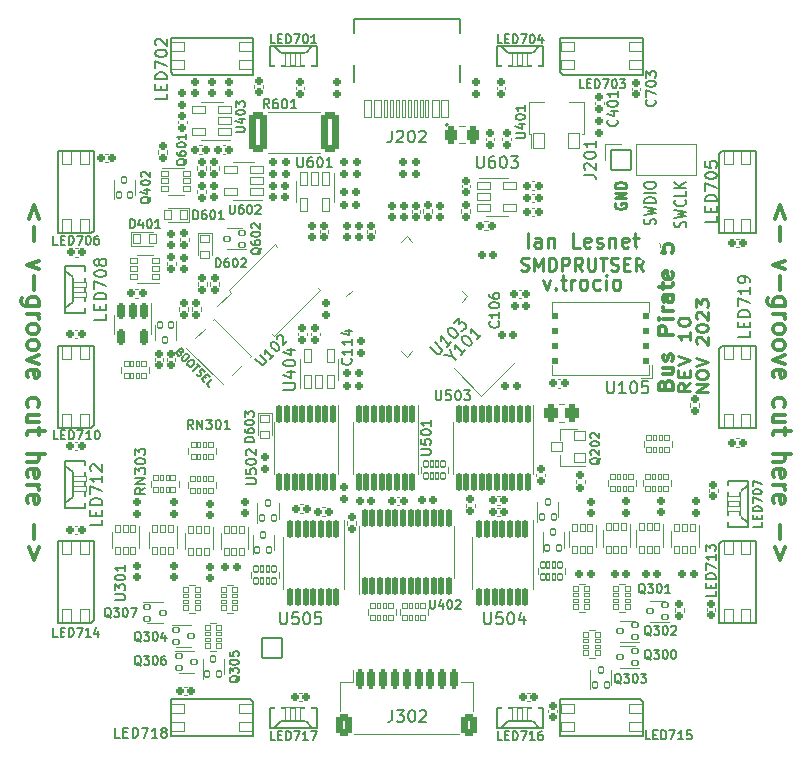
<source format=gto>
G04 #@! TF.GenerationSoftware,KiCad,Pcbnew,7.0.7*
G04 #@! TF.CreationDate,2023-11-26T14:09:21+01:00*
G04 #@! TF.ProjectId,BusPirate-5-rev10,42757350-6972-4617-9465-2d352d726576,rev?*
G04 #@! TF.SameCoordinates,Original*
G04 #@! TF.FileFunction,Legend,Top*
G04 #@! TF.FilePolarity,Positive*
%FSLAX46Y46*%
G04 Gerber Fmt 4.6, Leading zero omitted, Abs format (unit mm)*
G04 Created by KiCad (PCBNEW 7.0.7) date 2023-11-26 14:09:21*
%MOMM*%
%LPD*%
G01*
G04 APERTURE LIST*
G04 Aperture macros list*
%AMRoundRect*
0 Rectangle with rounded corners*
0 $1 Rounding radius*
0 $2 $3 $4 $5 $6 $7 $8 $9 X,Y pos of 4 corners*
0 Add a 4 corners polygon primitive as box body*
4,1,4,$2,$3,$4,$5,$6,$7,$8,$9,$2,$3,0*
0 Add four circle primitives for the rounded corners*
1,1,$1+$1,$2,$3*
1,1,$1+$1,$4,$5*
1,1,$1+$1,$6,$7*
1,1,$1+$1,$8,$9*
0 Add four rect primitives between the rounded corners*
20,1,$1+$1,$2,$3,$4,$5,0*
20,1,$1+$1,$4,$5,$6,$7,0*
20,1,$1+$1,$6,$7,$8,$9,0*
20,1,$1+$1,$8,$9,$2,$3,0*%
%AMFreePoly0*
4,1,13,0.250355,0.610355,0.265000,0.575000,0.265000,-0.575000,0.250355,-0.610355,0.215000,-0.625000,-0.215000,-0.625000,-0.250355,-0.610355,-0.265000,-0.575000,-0.265000,0.575000,-0.250355,0.610355,-0.215000,0.625000,0.215000,0.625000,0.250355,0.610355,0.250355,0.610355,$1*%
%AMFreePoly1*
4,1,21,3.897855,0.901855,3.912500,0.866500,3.912500,-0.866500,3.897855,-0.901855,3.862500,-0.916500,0.737500,-0.916500,0.702145,-0.901855,0.687500,-0.866500,0.687500,-0.500000,-0.737500,-0.500000,-0.772855,-0.485355,-0.787500,-0.450000,-0.787500,0.450000,-0.772855,0.485355,-0.737500,0.500000,0.687500,0.500000,0.687500,0.866500,0.702145,0.901855,0.737500,0.916500,3.862500,0.916500,
3.897855,0.901855,3.897855,0.901855,$1*%
G04 Aperture macros list end*
%ADD10C,0.212500*%
%ADD11C,0.187500*%
%ADD12C,0.250000*%
%ADD13C,0.350000*%
%ADD14C,0.162500*%
%ADD15C,0.300000*%
%ADD16C,0.150000*%
%ADD17C,0.200000*%
%ADD18C,0.152400*%
%ADD19C,0.120000*%
%ADD20C,0.127000*%
%ADD21RoundRect,0.050000X0.525000X0.410000X-0.525000X0.410000X-0.525000X-0.410000X0.525000X-0.410000X0*%
%ADD22RoundRect,0.050000X-0.525000X-0.410000X0.525000X-0.410000X0.525000X0.410000X-0.525000X0.410000X0*%
%ADD23RoundRect,0.050000X-0.410000X0.525000X-0.410000X-0.525000X0.410000X-0.525000X0.410000X0.525000X0*%
%ADD24RoundRect,0.050000X0.410000X-0.525000X0.410000X0.525000X-0.410000X0.525000X-0.410000X-0.525000X0*%
%ADD25RoundRect,0.197500X0.172500X-0.147500X0.172500X0.147500X-0.172500X0.147500X-0.172500X-0.147500X0*%
%ADD26RoundRect,0.197500X-0.172500X0.147500X-0.172500X-0.147500X0.172500X-0.147500X0.172500X0.147500X0*%
%ADD27RoundRect,0.197500X0.147500X0.172500X-0.147500X0.172500X-0.147500X-0.172500X0.147500X-0.172500X0*%
%ADD28RoundRect,0.197500X-0.147500X-0.172500X0.147500X-0.172500X0.147500X0.172500X-0.147500X0.172500X0*%
%ADD29RoundRect,0.190000X0.170000X-0.140000X0.170000X0.140000X-0.170000X0.140000X-0.170000X-0.140000X0*%
%ADD30C,3.300000*%
%ADD31RoundRect,0.190000X-0.140000X-0.170000X0.140000X-0.170000X0.140000X0.170000X-0.140000X0.170000X0*%
%ADD32RoundRect,0.050000X-0.200000X0.325000X-0.200000X-0.325000X0.200000X-0.325000X0.200000X0.325000X0*%
%ADD33RoundRect,0.293750X0.243750X0.456250X-0.243750X0.456250X-0.243750X-0.456250X0.243750X-0.456250X0*%
%ADD34RoundRect,0.190000X0.140000X0.170000X-0.140000X0.170000X-0.140000X-0.170000X0.140000X-0.170000X0*%
%ADD35RoundRect,0.185000X-0.185000X0.135000X-0.185000X-0.135000X0.185000X-0.135000X0.185000X0.135000X0*%
%ADD36RoundRect,0.100000X-0.238649X-0.309359X0.309359X0.238649X0.238649X0.309359X-0.309359X-0.238649X0*%
%ADD37RoundRect,0.100000X0.238649X-0.309359X0.309359X-0.238649X-0.238649X0.309359X-0.309359X0.238649X0*%
%ADD38RoundRect,0.194000X0.000000X-2.059095X2.059095X0.000000X0.000000X2.059095X-2.059095X0.000000X0*%
%ADD39RoundRect,0.190000X-0.170000X0.140000X-0.170000X-0.140000X0.170000X-0.140000X0.170000X0.140000X0*%
%ADD40RoundRect,0.150000X-0.100000X0.637500X-0.100000X-0.637500X0.100000X-0.637500X0.100000X0.637500X0*%
%ADD41RoundRect,0.030000X0.200000X-0.250000X0.200000X0.250000X-0.200000X0.250000X-0.200000X-0.250000X0*%
%ADD42RoundRect,0.030000X0.150000X-0.250000X0.150000X0.250000X-0.150000X0.250000X-0.150000X-0.250000X0*%
%ADD43RoundRect,0.299998X0.262502X0.450002X-0.262502X0.450002X-0.262502X-0.450002X0.262502X-0.450002X0*%
%ADD44RoundRect,0.200000X-0.353553X-0.565685X0.565685X0.353553X0.353553X0.565685X-0.565685X-0.353553X0*%
%ADD45C,2.000000*%
%ADD46RoundRect,0.050000X0.850000X-0.850000X0.850000X0.850000X-0.850000X0.850000X-0.850000X-0.850000X0*%
%ADD47O,1.800000X1.800000*%
%ADD48RoundRect,0.185000X0.185000X-0.135000X0.185000X0.135000X-0.185000X0.135000X-0.185000X-0.135000X0*%
%ADD49RoundRect,0.200000X-0.150000X-0.625000X0.150000X-0.625000X0.150000X0.625000X-0.150000X0.625000X0*%
%ADD50RoundRect,0.299999X-0.350001X-0.650001X0.350001X-0.650001X0.350001X0.650001X-0.350001X0.650001X0*%
%ADD51RoundRect,0.050000X-0.070711X-0.919239X0.919239X0.070711X0.070711X0.919239X-0.919239X-0.070711X0*%
%ADD52RoundRect,0.050000X0.450000X0.400000X-0.450000X0.400000X-0.450000X-0.400000X0.450000X-0.400000X0*%
%ADD53RoundRect,0.050000X-0.601041X0.141421X0.141421X-0.601041X0.601041X-0.141421X-0.141421X0.601041X0*%
%ADD54RoundRect,0.050000X-0.300000X-0.350000X0.300000X-0.350000X0.300000X0.350000X-0.300000X0.350000X0*%
%ADD55RoundRect,0.299999X0.450001X1.425001X-0.450001X1.425001X-0.450001X-1.425001X0.450001X-1.425001X0*%
%ADD56RoundRect,0.050000X-0.200000X0.255000X-0.200000X-0.255000X0.200000X-0.255000X0.200000X0.255000X0*%
%ADD57RoundRect,0.050000X0.530000X0.325000X-0.530000X0.325000X-0.530000X-0.325000X0.530000X-0.325000X0*%
%ADD58RoundRect,0.050000X-0.325000X-0.200000X0.325000X-0.200000X0.325000X0.200000X-0.325000X0.200000X0*%
%ADD59RoundRect,0.050000X0.325000X0.200000X-0.325000X0.200000X-0.325000X-0.200000X0.325000X-0.200000X0*%
%ADD60RoundRect,0.050000X0.300000X0.350000X-0.300000X0.350000X-0.300000X-0.350000X0.300000X-0.350000X0*%
%ADD61RoundRect,0.030000X-0.250000X-0.200000X0.250000X-0.200000X0.250000X0.200000X-0.250000X0.200000X0*%
%ADD62RoundRect,0.030000X-0.250000X-0.150000X0.250000X-0.150000X0.250000X0.150000X-0.250000X0.150000X0*%
%ADD63RoundRect,0.150000X0.100000X-0.637500X0.100000X0.637500X-0.100000X0.637500X-0.100000X-0.637500X0*%
%ADD64RoundRect,0.030000X0.250000X0.200000X-0.250000X0.200000X-0.250000X-0.200000X0.250000X-0.200000X0*%
%ADD65RoundRect,0.030000X0.250000X0.150000X-0.250000X0.150000X-0.250000X-0.150000X0.250000X-0.150000X0*%
%ADD66C,0.800000*%
%ADD67RoundRect,0.050000X0.300000X0.725000X-0.300000X0.725000X-0.300000X-0.725000X0.300000X-0.725000X0*%
%ADD68RoundRect,0.050000X0.150000X0.725000X-0.150000X0.725000X-0.150000X-0.725000X0.150000X-0.725000X0*%
%ADD69O,1.150000X2.200000*%
%ADD70FreePoly0,90.000000*%
%ADD71RoundRect,0.050000X0.575000X-0.215000X0.575000X0.215000X-0.575000X0.215000X-0.575000X-0.215000X0*%
%ADD72FreePoly0,0.000000*%
%ADD73RoundRect,0.050000X-0.215000X-0.575000X0.215000X-0.575000X0.215000X0.575000X-0.215000X0.575000X0*%
%ADD74FreePoly0,270.000000*%
%ADD75RoundRect,0.050000X-0.575000X0.215000X-0.575000X-0.215000X0.575000X-0.215000X0.575000X0.215000X0*%
%ADD76FreePoly0,180.000000*%
%ADD77RoundRect,0.050000X0.215000X0.575000X-0.215000X0.575000X-0.215000X-0.575000X0.215000X-0.575000X0*%
%ADD78RoundRect,0.050000X0.200000X-0.250000X0.200000X0.250000X-0.200000X0.250000X-0.200000X-0.250000X0*%
%ADD79RoundRect,0.050000X0.150000X-0.250000X0.150000X0.250000X-0.150000X0.250000X-0.150000X-0.250000X0*%
%ADD80RoundRect,0.050000X0.350000X-0.300000X0.350000X0.300000X-0.350000X0.300000X-0.350000X-0.300000X0*%
%ADD81RoundRect,0.050000X-0.255000X-0.200000X0.255000X-0.200000X0.255000X0.200000X-0.255000X0.200000X0*%
%ADD82RoundRect,0.185000X0.135000X0.185000X-0.135000X0.185000X-0.135000X-0.185000X0.135000X-0.185000X0*%
%ADD83RoundRect,0.050000X0.450000X-0.650000X0.450000X0.650000X-0.450000X0.650000X-0.450000X-0.650000X0*%
%ADD84FreePoly1,90.000000*%
%ADD85RoundRect,0.050000X0.255000X0.200000X-0.255000X0.200000X-0.255000X-0.200000X0.255000X-0.200000X0*%
%ADD86RoundRect,0.030000X-0.200000X0.250000X-0.200000X-0.250000X0.200000X-0.250000X0.200000X0.250000X0*%
%ADD87RoundRect,0.030000X-0.150000X0.250000X-0.150000X-0.250000X0.150000X-0.250000X0.150000X0.250000X0*%
%ADD88RoundRect,0.050000X-0.325000X0.530000X-0.325000X-0.530000X0.325000X-0.530000X0.325000X0.530000X0*%
%ADD89RoundRect,0.050000X-0.530000X-0.325000X0.530000X-0.325000X0.530000X0.325000X-0.530000X0.325000X0*%
%ADD90RoundRect,0.050000X0.325000X-0.530000X0.325000X0.530000X-0.325000X0.530000X-0.325000X-0.530000X0*%
%ADD91RoundRect,0.252500X0.247500X0.022500X-0.247500X0.022500X-0.247500X-0.022500X0.247500X-0.022500X0*%
%ADD92RoundRect,0.050000X0.200000X-0.255000X0.200000X0.255000X-0.200000X0.255000X-0.200000X-0.255000X0*%
%ADD93RoundRect,0.050000X-0.200000X0.250000X-0.200000X-0.250000X0.200000X-0.250000X0.200000X0.250000X0*%
%ADD94RoundRect,0.050000X-0.150000X0.250000X-0.150000X-0.250000X0.150000X-0.250000X0.150000X0.250000X0*%
%ADD95RoundRect,0.200000X-0.150000X0.512500X-0.150000X-0.512500X0.150000X-0.512500X0.150000X0.512500X0*%
%ADD96RoundRect,0.050000X-0.850000X0.850000X-0.850000X-0.850000X0.850000X-0.850000X0.850000X0.850000X0*%
G04 APERTURE END LIST*
D10*
X147549188Y-74532658D02*
X147501569Y-74613611D01*
X147501569Y-74613611D02*
X147501569Y-74735039D01*
X147501569Y-74735039D02*
X147549188Y-74856468D01*
X147549188Y-74856468D02*
X147644426Y-74937420D01*
X147644426Y-74937420D02*
X147739664Y-74977897D01*
X147739664Y-74977897D02*
X147930140Y-75018373D01*
X147930140Y-75018373D02*
X148072997Y-75018373D01*
X148072997Y-75018373D02*
X148263473Y-74977897D01*
X148263473Y-74977897D02*
X148358711Y-74937420D01*
X148358711Y-74937420D02*
X148453950Y-74856468D01*
X148453950Y-74856468D02*
X148501569Y-74735039D01*
X148501569Y-74735039D02*
X148501569Y-74654087D01*
X148501569Y-74654087D02*
X148453950Y-74532658D01*
X148453950Y-74532658D02*
X148406330Y-74492182D01*
X148406330Y-74492182D02*
X148072997Y-74492182D01*
X148072997Y-74492182D02*
X148072997Y-74654087D01*
X148501569Y-74127897D02*
X147501569Y-74127897D01*
X147501569Y-74127897D02*
X148501569Y-73642182D01*
X148501569Y-73642182D02*
X147501569Y-73642182D01*
X148501569Y-73237421D02*
X147501569Y-73237421D01*
X147501569Y-73237421D02*
X147501569Y-73035040D01*
X147501569Y-73035040D02*
X147549188Y-72913611D01*
X147549188Y-72913611D02*
X147644426Y-72832659D01*
X147644426Y-72832659D02*
X147739664Y-72792182D01*
X147739664Y-72792182D02*
X147930140Y-72751706D01*
X147930140Y-72751706D02*
X148072997Y-72751706D01*
X148072997Y-72751706D02*
X148263473Y-72792182D01*
X148263473Y-72792182D02*
X148358711Y-72832659D01*
X148358711Y-72832659D02*
X148453950Y-72913611D01*
X148453950Y-72913611D02*
X148501569Y-73035040D01*
X148501569Y-73035040D02*
X148501569Y-73237421D01*
D11*
X150955250Y-76337641D02*
X151002869Y-76216212D01*
X151002869Y-76216212D02*
X151002869Y-76013831D01*
X151002869Y-76013831D02*
X150955250Y-75932879D01*
X150955250Y-75932879D02*
X150907630Y-75892403D01*
X150907630Y-75892403D02*
X150812392Y-75851926D01*
X150812392Y-75851926D02*
X150717154Y-75851926D01*
X150717154Y-75851926D02*
X150621916Y-75892403D01*
X150621916Y-75892403D02*
X150574297Y-75932879D01*
X150574297Y-75932879D02*
X150526678Y-76013831D01*
X150526678Y-76013831D02*
X150479059Y-76175736D01*
X150479059Y-76175736D02*
X150431440Y-76256688D01*
X150431440Y-76256688D02*
X150383821Y-76297165D01*
X150383821Y-76297165D02*
X150288583Y-76337641D01*
X150288583Y-76337641D02*
X150193345Y-76337641D01*
X150193345Y-76337641D02*
X150098107Y-76297165D01*
X150098107Y-76297165D02*
X150050488Y-76256688D01*
X150050488Y-76256688D02*
X150002869Y-76175736D01*
X150002869Y-76175736D02*
X150002869Y-75973355D01*
X150002869Y-75973355D02*
X150050488Y-75851926D01*
X150002869Y-75568593D02*
X151002869Y-75366212D01*
X151002869Y-75366212D02*
X150288583Y-75204307D01*
X150288583Y-75204307D02*
X151002869Y-75042402D01*
X151002869Y-75042402D02*
X150002869Y-74840022D01*
X151002869Y-74516212D02*
X150002869Y-74516212D01*
X150002869Y-74516212D02*
X150002869Y-74313831D01*
X150002869Y-74313831D02*
X150050488Y-74192402D01*
X150050488Y-74192402D02*
X150145726Y-74111450D01*
X150145726Y-74111450D02*
X150240964Y-74070973D01*
X150240964Y-74070973D02*
X150431440Y-74030497D01*
X150431440Y-74030497D02*
X150574297Y-74030497D01*
X150574297Y-74030497D02*
X150764773Y-74070973D01*
X150764773Y-74070973D02*
X150860011Y-74111450D01*
X150860011Y-74111450D02*
X150955250Y-74192402D01*
X150955250Y-74192402D02*
X151002869Y-74313831D01*
X151002869Y-74313831D02*
X151002869Y-74516212D01*
X151002869Y-73666212D02*
X150002869Y-73666212D01*
X150002869Y-73099545D02*
X150002869Y-72937640D01*
X150002869Y-72937640D02*
X150050488Y-72856688D01*
X150050488Y-72856688D02*
X150145726Y-72775735D01*
X150145726Y-72775735D02*
X150336202Y-72735259D01*
X150336202Y-72735259D02*
X150669535Y-72735259D01*
X150669535Y-72735259D02*
X150860011Y-72775735D01*
X150860011Y-72775735D02*
X150955250Y-72856688D01*
X150955250Y-72856688D02*
X151002869Y-72937640D01*
X151002869Y-72937640D02*
X151002869Y-73099545D01*
X151002869Y-73099545D02*
X150955250Y-73180497D01*
X150955250Y-73180497D02*
X150860011Y-73261450D01*
X150860011Y-73261450D02*
X150669535Y-73301926D01*
X150669535Y-73301926D02*
X150336202Y-73301926D01*
X150336202Y-73301926D02*
X150145726Y-73261450D01*
X150145726Y-73261450D02*
X150050488Y-73180497D01*
X150050488Y-73180497D02*
X150002869Y-73099545D01*
D12*
X155389619Y-90491952D02*
X154389619Y-90491952D01*
X154389619Y-90491952D02*
X155389619Y-89863380D01*
X155389619Y-89863380D02*
X154389619Y-89863380D01*
X154389619Y-89130047D02*
X154389619Y-88920523D01*
X154389619Y-88920523D02*
X154437238Y-88815761D01*
X154437238Y-88815761D02*
X154532476Y-88710999D01*
X154532476Y-88710999D02*
X154722952Y-88658618D01*
X154722952Y-88658618D02*
X155056285Y-88658618D01*
X155056285Y-88658618D02*
X155246761Y-88710999D01*
X155246761Y-88710999D02*
X155342000Y-88815761D01*
X155342000Y-88815761D02*
X155389619Y-88920523D01*
X155389619Y-88920523D02*
X155389619Y-89130047D01*
X155389619Y-89130047D02*
X155342000Y-89234809D01*
X155342000Y-89234809D02*
X155246761Y-89339571D01*
X155246761Y-89339571D02*
X155056285Y-89391952D01*
X155056285Y-89391952D02*
X154722952Y-89391952D01*
X154722952Y-89391952D02*
X154532476Y-89339571D01*
X154532476Y-89339571D02*
X154437238Y-89234809D01*
X154437238Y-89234809D02*
X154389619Y-89130047D01*
X154389619Y-88344333D02*
X155389619Y-87977666D01*
X155389619Y-87977666D02*
X154389619Y-87610999D01*
X154484857Y-86458619D02*
X154437238Y-86406238D01*
X154437238Y-86406238D02*
X154389619Y-86301476D01*
X154389619Y-86301476D02*
X154389619Y-86039571D01*
X154389619Y-86039571D02*
X154437238Y-85934809D01*
X154437238Y-85934809D02*
X154484857Y-85882428D01*
X154484857Y-85882428D02*
X154580095Y-85830047D01*
X154580095Y-85830047D02*
X154675333Y-85830047D01*
X154675333Y-85830047D02*
X154818190Y-85882428D01*
X154818190Y-85882428D02*
X155389619Y-86511000D01*
X155389619Y-86511000D02*
X155389619Y-85830047D01*
X154389619Y-85149095D02*
X154389619Y-85044333D01*
X154389619Y-85044333D02*
X154437238Y-84939571D01*
X154437238Y-84939571D02*
X154484857Y-84887190D01*
X154484857Y-84887190D02*
X154580095Y-84834809D01*
X154580095Y-84834809D02*
X154770571Y-84782428D01*
X154770571Y-84782428D02*
X155008666Y-84782428D01*
X155008666Y-84782428D02*
X155199142Y-84834809D01*
X155199142Y-84834809D02*
X155294380Y-84887190D01*
X155294380Y-84887190D02*
X155342000Y-84939571D01*
X155342000Y-84939571D02*
X155389619Y-85044333D01*
X155389619Y-85044333D02*
X155389619Y-85149095D01*
X155389619Y-85149095D02*
X155342000Y-85253857D01*
X155342000Y-85253857D02*
X155294380Y-85306238D01*
X155294380Y-85306238D02*
X155199142Y-85358619D01*
X155199142Y-85358619D02*
X155008666Y-85411000D01*
X155008666Y-85411000D02*
X154770571Y-85411000D01*
X154770571Y-85411000D02*
X154580095Y-85358619D01*
X154580095Y-85358619D02*
X154484857Y-85306238D01*
X154484857Y-85306238D02*
X154437238Y-85253857D01*
X154437238Y-85253857D02*
X154389619Y-85149095D01*
X154484857Y-84363381D02*
X154437238Y-84311000D01*
X154437238Y-84311000D02*
X154389619Y-84206238D01*
X154389619Y-84206238D02*
X154389619Y-83944333D01*
X154389619Y-83944333D02*
X154437238Y-83839571D01*
X154437238Y-83839571D02*
X154484857Y-83787190D01*
X154484857Y-83787190D02*
X154580095Y-83734809D01*
X154580095Y-83734809D02*
X154675333Y-83734809D01*
X154675333Y-83734809D02*
X154818190Y-83787190D01*
X154818190Y-83787190D02*
X155389619Y-84415762D01*
X155389619Y-84415762D02*
X155389619Y-83734809D01*
X154389619Y-83368143D02*
X154389619Y-82687190D01*
X154389619Y-82687190D02*
X154770571Y-83053857D01*
X154770571Y-83053857D02*
X154770571Y-82896714D01*
X154770571Y-82896714D02*
X154818190Y-82791952D01*
X154818190Y-82791952D02*
X154865809Y-82739571D01*
X154865809Y-82739571D02*
X154961047Y-82687190D01*
X154961047Y-82687190D02*
X155199142Y-82687190D01*
X155199142Y-82687190D02*
X155294380Y-82739571D01*
X155294380Y-82739571D02*
X155342000Y-82791952D01*
X155342000Y-82791952D02*
X155389619Y-82896714D01*
X155389619Y-82896714D02*
X155389619Y-83211000D01*
X155389619Y-83211000D02*
X155342000Y-83315762D01*
X155342000Y-83315762D02*
X155294380Y-83368143D01*
X139585809Y-80199500D02*
X139742952Y-80251880D01*
X139742952Y-80251880D02*
X140004857Y-80251880D01*
X140004857Y-80251880D02*
X140109619Y-80199500D01*
X140109619Y-80199500D02*
X140162000Y-80147119D01*
X140162000Y-80147119D02*
X140214381Y-80042357D01*
X140214381Y-80042357D02*
X140214381Y-79937595D01*
X140214381Y-79937595D02*
X140162000Y-79832833D01*
X140162000Y-79832833D02*
X140109619Y-79780452D01*
X140109619Y-79780452D02*
X140004857Y-79728071D01*
X140004857Y-79728071D02*
X139795333Y-79675690D01*
X139795333Y-79675690D02*
X139690571Y-79623309D01*
X139690571Y-79623309D02*
X139638190Y-79570928D01*
X139638190Y-79570928D02*
X139585809Y-79466166D01*
X139585809Y-79466166D02*
X139585809Y-79361404D01*
X139585809Y-79361404D02*
X139638190Y-79256642D01*
X139638190Y-79256642D02*
X139690571Y-79204261D01*
X139690571Y-79204261D02*
X139795333Y-79151880D01*
X139795333Y-79151880D02*
X140057238Y-79151880D01*
X140057238Y-79151880D02*
X140214381Y-79204261D01*
X140685809Y-80251880D02*
X140685809Y-79151880D01*
X140685809Y-79151880D02*
X141052476Y-79937595D01*
X141052476Y-79937595D02*
X141419143Y-79151880D01*
X141419143Y-79151880D02*
X141419143Y-80251880D01*
X141942952Y-80251880D02*
X141942952Y-79151880D01*
X141942952Y-79151880D02*
X142204857Y-79151880D01*
X142204857Y-79151880D02*
X142362000Y-79204261D01*
X142362000Y-79204261D02*
X142466762Y-79309023D01*
X142466762Y-79309023D02*
X142519143Y-79413785D01*
X142519143Y-79413785D02*
X142571524Y-79623309D01*
X142571524Y-79623309D02*
X142571524Y-79780452D01*
X142571524Y-79780452D02*
X142519143Y-79989976D01*
X142519143Y-79989976D02*
X142466762Y-80094738D01*
X142466762Y-80094738D02*
X142362000Y-80199500D01*
X142362000Y-80199500D02*
X142204857Y-80251880D01*
X142204857Y-80251880D02*
X141942952Y-80251880D01*
X143042952Y-80251880D02*
X143042952Y-79151880D01*
X143042952Y-79151880D02*
X143462000Y-79151880D01*
X143462000Y-79151880D02*
X143566762Y-79204261D01*
X143566762Y-79204261D02*
X143619143Y-79256642D01*
X143619143Y-79256642D02*
X143671524Y-79361404D01*
X143671524Y-79361404D02*
X143671524Y-79518547D01*
X143671524Y-79518547D02*
X143619143Y-79623309D01*
X143619143Y-79623309D02*
X143566762Y-79675690D01*
X143566762Y-79675690D02*
X143462000Y-79728071D01*
X143462000Y-79728071D02*
X143042952Y-79728071D01*
X144771524Y-80251880D02*
X144404857Y-79728071D01*
X144142952Y-80251880D02*
X144142952Y-79151880D01*
X144142952Y-79151880D02*
X144562000Y-79151880D01*
X144562000Y-79151880D02*
X144666762Y-79204261D01*
X144666762Y-79204261D02*
X144719143Y-79256642D01*
X144719143Y-79256642D02*
X144771524Y-79361404D01*
X144771524Y-79361404D02*
X144771524Y-79518547D01*
X144771524Y-79518547D02*
X144719143Y-79623309D01*
X144719143Y-79623309D02*
X144666762Y-79675690D01*
X144666762Y-79675690D02*
X144562000Y-79728071D01*
X144562000Y-79728071D02*
X144142952Y-79728071D01*
X145242952Y-79151880D02*
X145242952Y-80042357D01*
X145242952Y-80042357D02*
X145295333Y-80147119D01*
X145295333Y-80147119D02*
X145347714Y-80199500D01*
X145347714Y-80199500D02*
X145452476Y-80251880D01*
X145452476Y-80251880D02*
X145662000Y-80251880D01*
X145662000Y-80251880D02*
X145766762Y-80199500D01*
X145766762Y-80199500D02*
X145819143Y-80147119D01*
X145819143Y-80147119D02*
X145871524Y-80042357D01*
X145871524Y-80042357D02*
X145871524Y-79151880D01*
X146238190Y-79151880D02*
X146866762Y-79151880D01*
X146552476Y-80251880D02*
X146552476Y-79151880D01*
X147181047Y-80199500D02*
X147338190Y-80251880D01*
X147338190Y-80251880D02*
X147600095Y-80251880D01*
X147600095Y-80251880D02*
X147704857Y-80199500D01*
X147704857Y-80199500D02*
X147757238Y-80147119D01*
X147757238Y-80147119D02*
X147809619Y-80042357D01*
X147809619Y-80042357D02*
X147809619Y-79937595D01*
X147809619Y-79937595D02*
X147757238Y-79832833D01*
X147757238Y-79832833D02*
X147704857Y-79780452D01*
X147704857Y-79780452D02*
X147600095Y-79728071D01*
X147600095Y-79728071D02*
X147390571Y-79675690D01*
X147390571Y-79675690D02*
X147285809Y-79623309D01*
X147285809Y-79623309D02*
X147233428Y-79570928D01*
X147233428Y-79570928D02*
X147181047Y-79466166D01*
X147181047Y-79466166D02*
X147181047Y-79361404D01*
X147181047Y-79361404D02*
X147233428Y-79256642D01*
X147233428Y-79256642D02*
X147285809Y-79204261D01*
X147285809Y-79204261D02*
X147390571Y-79151880D01*
X147390571Y-79151880D02*
X147652476Y-79151880D01*
X147652476Y-79151880D02*
X147809619Y-79204261D01*
X148281047Y-79675690D02*
X148647714Y-79675690D01*
X148804857Y-80251880D02*
X148281047Y-80251880D01*
X148281047Y-80251880D02*
X148281047Y-79151880D01*
X148281047Y-79151880D02*
X148804857Y-79151880D01*
X149904857Y-80251880D02*
X149538190Y-79728071D01*
X149276285Y-80251880D02*
X149276285Y-79151880D01*
X149276285Y-79151880D02*
X149695333Y-79151880D01*
X149695333Y-79151880D02*
X149800095Y-79204261D01*
X149800095Y-79204261D02*
X149852476Y-79256642D01*
X149852476Y-79256642D02*
X149904857Y-79361404D01*
X149904857Y-79361404D02*
X149904857Y-79518547D01*
X149904857Y-79518547D02*
X149852476Y-79623309D01*
X149852476Y-79623309D02*
X149800095Y-79675690D01*
X149800095Y-79675690D02*
X149695333Y-79728071D01*
X149695333Y-79728071D02*
X149276285Y-79728071D01*
X141441761Y-81011940D02*
X141739380Y-81845273D01*
X141739380Y-81845273D02*
X142036999Y-81011940D01*
X142513190Y-81726226D02*
X142572713Y-81785750D01*
X142572713Y-81785750D02*
X142513190Y-81845273D01*
X142513190Y-81845273D02*
X142453666Y-81785750D01*
X142453666Y-81785750D02*
X142513190Y-81726226D01*
X142513190Y-81726226D02*
X142513190Y-81845273D01*
X142929856Y-81011940D02*
X143406047Y-81011940D01*
X143108428Y-80595273D02*
X143108428Y-81666702D01*
X143108428Y-81666702D02*
X143167951Y-81785750D01*
X143167951Y-81785750D02*
X143286999Y-81845273D01*
X143286999Y-81845273D02*
X143406047Y-81845273D01*
X143822714Y-81845273D02*
X143822714Y-81011940D01*
X143822714Y-81250035D02*
X143882237Y-81130988D01*
X143882237Y-81130988D02*
X143941761Y-81071464D01*
X143941761Y-81071464D02*
X144060809Y-81011940D01*
X144060809Y-81011940D02*
X144179856Y-81011940D01*
X144775095Y-81845273D02*
X144656047Y-81785750D01*
X144656047Y-81785750D02*
X144596524Y-81726226D01*
X144596524Y-81726226D02*
X144537000Y-81607178D01*
X144537000Y-81607178D02*
X144537000Y-81250035D01*
X144537000Y-81250035D02*
X144596524Y-81130988D01*
X144596524Y-81130988D02*
X144656047Y-81071464D01*
X144656047Y-81071464D02*
X144775095Y-81011940D01*
X144775095Y-81011940D02*
X144953666Y-81011940D01*
X144953666Y-81011940D02*
X145072714Y-81071464D01*
X145072714Y-81071464D02*
X145132238Y-81130988D01*
X145132238Y-81130988D02*
X145191762Y-81250035D01*
X145191762Y-81250035D02*
X145191762Y-81607178D01*
X145191762Y-81607178D02*
X145132238Y-81726226D01*
X145132238Y-81726226D02*
X145072714Y-81785750D01*
X145072714Y-81785750D02*
X144953666Y-81845273D01*
X144953666Y-81845273D02*
X144775095Y-81845273D01*
X146263190Y-81785750D02*
X146144142Y-81845273D01*
X146144142Y-81845273D02*
X145906047Y-81845273D01*
X145906047Y-81845273D02*
X145786999Y-81785750D01*
X145786999Y-81785750D02*
X145727476Y-81726226D01*
X145727476Y-81726226D02*
X145667952Y-81607178D01*
X145667952Y-81607178D02*
X145667952Y-81250035D01*
X145667952Y-81250035D02*
X145727476Y-81130988D01*
X145727476Y-81130988D02*
X145786999Y-81071464D01*
X145786999Y-81071464D02*
X145906047Y-81011940D01*
X145906047Y-81011940D02*
X146144142Y-81011940D01*
X146144142Y-81011940D02*
X146263190Y-81071464D01*
X146798905Y-81845273D02*
X146798905Y-81011940D01*
X146798905Y-80595273D02*
X146739381Y-80654797D01*
X146739381Y-80654797D02*
X146798905Y-80714321D01*
X146798905Y-80714321D02*
X146858428Y-80654797D01*
X146858428Y-80654797D02*
X146798905Y-80595273D01*
X146798905Y-80595273D02*
X146798905Y-80714321D01*
X147572714Y-81845273D02*
X147453666Y-81785750D01*
X147453666Y-81785750D02*
X147394143Y-81726226D01*
X147394143Y-81726226D02*
X147334619Y-81607178D01*
X147334619Y-81607178D02*
X147334619Y-81250035D01*
X147334619Y-81250035D02*
X147394143Y-81130988D01*
X147394143Y-81130988D02*
X147453666Y-81071464D01*
X147453666Y-81071464D02*
X147572714Y-81011940D01*
X147572714Y-81011940D02*
X147751285Y-81011940D01*
X147751285Y-81011940D02*
X147870333Y-81071464D01*
X147870333Y-81071464D02*
X147929857Y-81130988D01*
X147929857Y-81130988D02*
X147989381Y-81250035D01*
X147989381Y-81250035D02*
X147989381Y-81607178D01*
X147989381Y-81607178D02*
X147929857Y-81726226D01*
X147929857Y-81726226D02*
X147870333Y-81785750D01*
X147870333Y-81785750D02*
X147751285Y-81845273D01*
X147751285Y-81845273D02*
X147572714Y-81845273D01*
X140132238Y-78289273D02*
X140132238Y-77039273D01*
X141263190Y-78289273D02*
X141263190Y-77634511D01*
X141263190Y-77634511D02*
X141203666Y-77515464D01*
X141203666Y-77515464D02*
X141084618Y-77455940D01*
X141084618Y-77455940D02*
X140846523Y-77455940D01*
X140846523Y-77455940D02*
X140727476Y-77515464D01*
X141263190Y-78229750D02*
X141144142Y-78289273D01*
X141144142Y-78289273D02*
X140846523Y-78289273D01*
X140846523Y-78289273D02*
X140727476Y-78229750D01*
X140727476Y-78229750D02*
X140667952Y-78110702D01*
X140667952Y-78110702D02*
X140667952Y-77991654D01*
X140667952Y-77991654D02*
X140727476Y-77872607D01*
X140727476Y-77872607D02*
X140846523Y-77813083D01*
X140846523Y-77813083D02*
X141144142Y-77813083D01*
X141144142Y-77813083D02*
X141263190Y-77753559D01*
X141858428Y-77455940D02*
X141858428Y-78289273D01*
X141858428Y-77574988D02*
X141917951Y-77515464D01*
X141917951Y-77515464D02*
X142036999Y-77455940D01*
X142036999Y-77455940D02*
X142215570Y-77455940D01*
X142215570Y-77455940D02*
X142334618Y-77515464D01*
X142334618Y-77515464D02*
X142394142Y-77634511D01*
X142394142Y-77634511D02*
X142394142Y-78289273D01*
X144536999Y-78289273D02*
X143941761Y-78289273D01*
X143941761Y-78289273D02*
X143941761Y-77039273D01*
X145429856Y-78229750D02*
X145310808Y-78289273D01*
X145310808Y-78289273D02*
X145072713Y-78289273D01*
X145072713Y-78289273D02*
X144953666Y-78229750D01*
X144953666Y-78229750D02*
X144894142Y-78110702D01*
X144894142Y-78110702D02*
X144894142Y-77634511D01*
X144894142Y-77634511D02*
X144953666Y-77515464D01*
X144953666Y-77515464D02*
X145072713Y-77455940D01*
X145072713Y-77455940D02*
X145310808Y-77455940D01*
X145310808Y-77455940D02*
X145429856Y-77515464D01*
X145429856Y-77515464D02*
X145489380Y-77634511D01*
X145489380Y-77634511D02*
X145489380Y-77753559D01*
X145489380Y-77753559D02*
X144894142Y-77872607D01*
X145965571Y-78229750D02*
X146084618Y-78289273D01*
X146084618Y-78289273D02*
X146322714Y-78289273D01*
X146322714Y-78289273D02*
X146441761Y-78229750D01*
X146441761Y-78229750D02*
X146501285Y-78110702D01*
X146501285Y-78110702D02*
X146501285Y-78051178D01*
X146501285Y-78051178D02*
X146441761Y-77932130D01*
X146441761Y-77932130D02*
X146322714Y-77872607D01*
X146322714Y-77872607D02*
X146144142Y-77872607D01*
X146144142Y-77872607D02*
X146025095Y-77813083D01*
X146025095Y-77813083D02*
X145965571Y-77694035D01*
X145965571Y-77694035D02*
X145965571Y-77634511D01*
X145965571Y-77634511D02*
X146025095Y-77515464D01*
X146025095Y-77515464D02*
X146144142Y-77455940D01*
X146144142Y-77455940D02*
X146322714Y-77455940D01*
X146322714Y-77455940D02*
X146441761Y-77515464D01*
X147037000Y-77455940D02*
X147037000Y-78289273D01*
X147037000Y-77574988D02*
X147096523Y-77515464D01*
X147096523Y-77515464D02*
X147215571Y-77455940D01*
X147215571Y-77455940D02*
X147394142Y-77455940D01*
X147394142Y-77455940D02*
X147513190Y-77515464D01*
X147513190Y-77515464D02*
X147572714Y-77634511D01*
X147572714Y-77634511D02*
X147572714Y-78289273D01*
X148644142Y-78229750D02*
X148525094Y-78289273D01*
X148525094Y-78289273D02*
X148286999Y-78289273D01*
X148286999Y-78289273D02*
X148167952Y-78229750D01*
X148167952Y-78229750D02*
X148108428Y-78110702D01*
X148108428Y-78110702D02*
X148108428Y-77634511D01*
X148108428Y-77634511D02*
X148167952Y-77515464D01*
X148167952Y-77515464D02*
X148286999Y-77455940D01*
X148286999Y-77455940D02*
X148525094Y-77455940D01*
X148525094Y-77455940D02*
X148644142Y-77515464D01*
X148644142Y-77515464D02*
X148703666Y-77634511D01*
X148703666Y-77634511D02*
X148703666Y-77753559D01*
X148703666Y-77753559D02*
X148108428Y-77872607D01*
X149060809Y-77455940D02*
X149537000Y-77455940D01*
X149239381Y-77039273D02*
X149239381Y-78110702D01*
X149239381Y-78110702D02*
X149298904Y-78229750D01*
X149298904Y-78229750D02*
X149417952Y-78289273D01*
X149417952Y-78289273D02*
X149537000Y-78289273D01*
D11*
X153505250Y-76580498D02*
X153552869Y-76459069D01*
X153552869Y-76459069D02*
X153552869Y-76256688D01*
X153552869Y-76256688D02*
X153505250Y-76175736D01*
X153505250Y-76175736D02*
X153457630Y-76135260D01*
X153457630Y-76135260D02*
X153362392Y-76094783D01*
X153362392Y-76094783D02*
X153267154Y-76094783D01*
X153267154Y-76094783D02*
X153171916Y-76135260D01*
X153171916Y-76135260D02*
X153124297Y-76175736D01*
X153124297Y-76175736D02*
X153076678Y-76256688D01*
X153076678Y-76256688D02*
X153029059Y-76418593D01*
X153029059Y-76418593D02*
X152981440Y-76499545D01*
X152981440Y-76499545D02*
X152933821Y-76540022D01*
X152933821Y-76540022D02*
X152838583Y-76580498D01*
X152838583Y-76580498D02*
X152743345Y-76580498D01*
X152743345Y-76580498D02*
X152648107Y-76540022D01*
X152648107Y-76540022D02*
X152600488Y-76499545D01*
X152600488Y-76499545D02*
X152552869Y-76418593D01*
X152552869Y-76418593D02*
X152552869Y-76216212D01*
X152552869Y-76216212D02*
X152600488Y-76094783D01*
X152552869Y-75811450D02*
X153552869Y-75609069D01*
X153552869Y-75609069D02*
X152838583Y-75447164D01*
X152838583Y-75447164D02*
X153552869Y-75285259D01*
X153552869Y-75285259D02*
X152552869Y-75082879D01*
X153457630Y-74273354D02*
X153505250Y-74313830D01*
X153505250Y-74313830D02*
X153552869Y-74435259D01*
X153552869Y-74435259D02*
X153552869Y-74516211D01*
X153552869Y-74516211D02*
X153505250Y-74637640D01*
X153505250Y-74637640D02*
X153410011Y-74718592D01*
X153410011Y-74718592D02*
X153314773Y-74759069D01*
X153314773Y-74759069D02*
X153124297Y-74799545D01*
X153124297Y-74799545D02*
X152981440Y-74799545D01*
X152981440Y-74799545D02*
X152790964Y-74759069D01*
X152790964Y-74759069D02*
X152695726Y-74718592D01*
X152695726Y-74718592D02*
X152600488Y-74637640D01*
X152600488Y-74637640D02*
X152552869Y-74516211D01*
X152552869Y-74516211D02*
X152552869Y-74435259D01*
X152552869Y-74435259D02*
X152600488Y-74313830D01*
X152600488Y-74313830D02*
X152648107Y-74273354D01*
X153552869Y-73504307D02*
X153552869Y-73909069D01*
X153552869Y-73909069D02*
X152552869Y-73909069D01*
X153552869Y-73220974D02*
X152552869Y-73220974D01*
X153552869Y-72735259D02*
X152981440Y-73099545D01*
X152552869Y-72735259D02*
X153124297Y-73220974D01*
D13*
X161924271Y-75857144D02*
X161495700Y-74714286D01*
X161495700Y-74714286D02*
X161067128Y-75857144D01*
X161495700Y-76571429D02*
X161495700Y-77714287D01*
X161924271Y-79428572D02*
X160924271Y-79785715D01*
X160924271Y-79785715D02*
X161924271Y-80142858D01*
X161495700Y-80714286D02*
X161495700Y-81857144D01*
X161924271Y-83214287D02*
X160709985Y-83214287D01*
X160709985Y-83214287D02*
X160567128Y-83142858D01*
X160567128Y-83142858D02*
X160495700Y-83071429D01*
X160495700Y-83071429D02*
X160424271Y-82928572D01*
X160424271Y-82928572D02*
X160424271Y-82714287D01*
X160424271Y-82714287D02*
X160495700Y-82571429D01*
X160995700Y-83214287D02*
X160924271Y-83071429D01*
X160924271Y-83071429D02*
X160924271Y-82785715D01*
X160924271Y-82785715D02*
X160995700Y-82642858D01*
X160995700Y-82642858D02*
X161067128Y-82571429D01*
X161067128Y-82571429D02*
X161209985Y-82500001D01*
X161209985Y-82500001D02*
X161638557Y-82500001D01*
X161638557Y-82500001D02*
X161781414Y-82571429D01*
X161781414Y-82571429D02*
X161852842Y-82642858D01*
X161852842Y-82642858D02*
X161924271Y-82785715D01*
X161924271Y-82785715D02*
X161924271Y-83071429D01*
X161924271Y-83071429D02*
X161852842Y-83214287D01*
X160924271Y-83928572D02*
X161924271Y-83928572D01*
X161638557Y-83928572D02*
X161781414Y-84000001D01*
X161781414Y-84000001D02*
X161852842Y-84071430D01*
X161852842Y-84071430D02*
X161924271Y-84214287D01*
X161924271Y-84214287D02*
X161924271Y-84357144D01*
X160924271Y-85071429D02*
X160995700Y-84928572D01*
X160995700Y-84928572D02*
X161067128Y-84857143D01*
X161067128Y-84857143D02*
X161209985Y-84785715D01*
X161209985Y-84785715D02*
X161638557Y-84785715D01*
X161638557Y-84785715D02*
X161781414Y-84857143D01*
X161781414Y-84857143D02*
X161852842Y-84928572D01*
X161852842Y-84928572D02*
X161924271Y-85071429D01*
X161924271Y-85071429D02*
X161924271Y-85285715D01*
X161924271Y-85285715D02*
X161852842Y-85428572D01*
X161852842Y-85428572D02*
X161781414Y-85500001D01*
X161781414Y-85500001D02*
X161638557Y-85571429D01*
X161638557Y-85571429D02*
X161209985Y-85571429D01*
X161209985Y-85571429D02*
X161067128Y-85500001D01*
X161067128Y-85500001D02*
X160995700Y-85428572D01*
X160995700Y-85428572D02*
X160924271Y-85285715D01*
X160924271Y-85285715D02*
X160924271Y-85071429D01*
X160924271Y-86428572D02*
X160995700Y-86285715D01*
X160995700Y-86285715D02*
X161067128Y-86214286D01*
X161067128Y-86214286D02*
X161209985Y-86142858D01*
X161209985Y-86142858D02*
X161638557Y-86142858D01*
X161638557Y-86142858D02*
X161781414Y-86214286D01*
X161781414Y-86214286D02*
X161852842Y-86285715D01*
X161852842Y-86285715D02*
X161924271Y-86428572D01*
X161924271Y-86428572D02*
X161924271Y-86642858D01*
X161924271Y-86642858D02*
X161852842Y-86785715D01*
X161852842Y-86785715D02*
X161781414Y-86857144D01*
X161781414Y-86857144D02*
X161638557Y-86928572D01*
X161638557Y-86928572D02*
X161209985Y-86928572D01*
X161209985Y-86928572D02*
X161067128Y-86857144D01*
X161067128Y-86857144D02*
X160995700Y-86785715D01*
X160995700Y-86785715D02*
X160924271Y-86642858D01*
X160924271Y-86642858D02*
X160924271Y-86428572D01*
X161924271Y-87428572D02*
X160924271Y-87785715D01*
X160924271Y-87785715D02*
X161924271Y-88142858D01*
X160995700Y-89285715D02*
X160924271Y-89142858D01*
X160924271Y-89142858D02*
X160924271Y-88857144D01*
X160924271Y-88857144D02*
X160995700Y-88714286D01*
X160995700Y-88714286D02*
X161138557Y-88642858D01*
X161138557Y-88642858D02*
X161709985Y-88642858D01*
X161709985Y-88642858D02*
X161852842Y-88714286D01*
X161852842Y-88714286D02*
X161924271Y-88857144D01*
X161924271Y-88857144D02*
X161924271Y-89142858D01*
X161924271Y-89142858D02*
X161852842Y-89285715D01*
X161852842Y-89285715D02*
X161709985Y-89357144D01*
X161709985Y-89357144D02*
X161567128Y-89357144D01*
X161567128Y-89357144D02*
X161424271Y-88642858D01*
X160995700Y-91785715D02*
X160924271Y-91642857D01*
X160924271Y-91642857D02*
X160924271Y-91357143D01*
X160924271Y-91357143D02*
X160995700Y-91214286D01*
X160995700Y-91214286D02*
X161067128Y-91142857D01*
X161067128Y-91142857D02*
X161209985Y-91071429D01*
X161209985Y-91071429D02*
X161638557Y-91071429D01*
X161638557Y-91071429D02*
X161781414Y-91142857D01*
X161781414Y-91142857D02*
X161852842Y-91214286D01*
X161852842Y-91214286D02*
X161924271Y-91357143D01*
X161924271Y-91357143D02*
X161924271Y-91642857D01*
X161924271Y-91642857D02*
X161852842Y-91785715D01*
X161924271Y-93071429D02*
X160924271Y-93071429D01*
X161924271Y-92428571D02*
X161138557Y-92428571D01*
X161138557Y-92428571D02*
X160995700Y-92500000D01*
X160995700Y-92500000D02*
X160924271Y-92642857D01*
X160924271Y-92642857D02*
X160924271Y-92857143D01*
X160924271Y-92857143D02*
X160995700Y-93000000D01*
X160995700Y-93000000D02*
X161067128Y-93071429D01*
X161924271Y-93571429D02*
X161924271Y-94142857D01*
X162424271Y-93785714D02*
X161138557Y-93785714D01*
X161138557Y-93785714D02*
X160995700Y-93857143D01*
X160995700Y-93857143D02*
X160924271Y-94000000D01*
X160924271Y-94000000D02*
X160924271Y-94142857D01*
X160924271Y-95785714D02*
X162424271Y-95785714D01*
X160924271Y-96428572D02*
X161709985Y-96428572D01*
X161709985Y-96428572D02*
X161852842Y-96357143D01*
X161852842Y-96357143D02*
X161924271Y-96214286D01*
X161924271Y-96214286D02*
X161924271Y-96000000D01*
X161924271Y-96000000D02*
X161852842Y-95857143D01*
X161852842Y-95857143D02*
X161781414Y-95785714D01*
X160995700Y-97714286D02*
X160924271Y-97571429D01*
X160924271Y-97571429D02*
X160924271Y-97285715D01*
X160924271Y-97285715D02*
X160995700Y-97142857D01*
X160995700Y-97142857D02*
X161138557Y-97071429D01*
X161138557Y-97071429D02*
X161709985Y-97071429D01*
X161709985Y-97071429D02*
X161852842Y-97142857D01*
X161852842Y-97142857D02*
X161924271Y-97285715D01*
X161924271Y-97285715D02*
X161924271Y-97571429D01*
X161924271Y-97571429D02*
X161852842Y-97714286D01*
X161852842Y-97714286D02*
X161709985Y-97785715D01*
X161709985Y-97785715D02*
X161567128Y-97785715D01*
X161567128Y-97785715D02*
X161424271Y-97071429D01*
X160924271Y-98428571D02*
X161924271Y-98428571D01*
X161638557Y-98428571D02*
X161781414Y-98500000D01*
X161781414Y-98500000D02*
X161852842Y-98571429D01*
X161852842Y-98571429D02*
X161924271Y-98714286D01*
X161924271Y-98714286D02*
X161924271Y-98857143D01*
X160995700Y-99928571D02*
X160924271Y-99785714D01*
X160924271Y-99785714D02*
X160924271Y-99500000D01*
X160924271Y-99500000D02*
X160995700Y-99357142D01*
X160995700Y-99357142D02*
X161138557Y-99285714D01*
X161138557Y-99285714D02*
X161709985Y-99285714D01*
X161709985Y-99285714D02*
X161852842Y-99357142D01*
X161852842Y-99357142D02*
X161924271Y-99500000D01*
X161924271Y-99500000D02*
X161924271Y-99785714D01*
X161924271Y-99785714D02*
X161852842Y-99928571D01*
X161852842Y-99928571D02*
X161709985Y-100000000D01*
X161709985Y-100000000D02*
X161567128Y-100000000D01*
X161567128Y-100000000D02*
X161424271Y-99285714D01*
X161495700Y-101785713D02*
X161495700Y-102928571D01*
X161924271Y-103642856D02*
X161495700Y-104785714D01*
X161495700Y-104785714D02*
X161067128Y-103642856D01*
X98774271Y-75857144D02*
X98345700Y-74714286D01*
X98345700Y-74714286D02*
X97917128Y-75857144D01*
X98345700Y-76571429D02*
X98345700Y-77714287D01*
X98774271Y-79428572D02*
X97774271Y-79785715D01*
X97774271Y-79785715D02*
X98774271Y-80142858D01*
X98345700Y-80714286D02*
X98345700Y-81857144D01*
X98774271Y-83214287D02*
X97559985Y-83214287D01*
X97559985Y-83214287D02*
X97417128Y-83142858D01*
X97417128Y-83142858D02*
X97345700Y-83071429D01*
X97345700Y-83071429D02*
X97274271Y-82928572D01*
X97274271Y-82928572D02*
X97274271Y-82714287D01*
X97274271Y-82714287D02*
X97345700Y-82571429D01*
X97845700Y-83214287D02*
X97774271Y-83071429D01*
X97774271Y-83071429D02*
X97774271Y-82785715D01*
X97774271Y-82785715D02*
X97845700Y-82642858D01*
X97845700Y-82642858D02*
X97917128Y-82571429D01*
X97917128Y-82571429D02*
X98059985Y-82500001D01*
X98059985Y-82500001D02*
X98488557Y-82500001D01*
X98488557Y-82500001D02*
X98631414Y-82571429D01*
X98631414Y-82571429D02*
X98702842Y-82642858D01*
X98702842Y-82642858D02*
X98774271Y-82785715D01*
X98774271Y-82785715D02*
X98774271Y-83071429D01*
X98774271Y-83071429D02*
X98702842Y-83214287D01*
X97774271Y-83928572D02*
X98774271Y-83928572D01*
X98488557Y-83928572D02*
X98631414Y-84000001D01*
X98631414Y-84000001D02*
X98702842Y-84071430D01*
X98702842Y-84071430D02*
X98774271Y-84214287D01*
X98774271Y-84214287D02*
X98774271Y-84357144D01*
X97774271Y-85071429D02*
X97845700Y-84928572D01*
X97845700Y-84928572D02*
X97917128Y-84857143D01*
X97917128Y-84857143D02*
X98059985Y-84785715D01*
X98059985Y-84785715D02*
X98488557Y-84785715D01*
X98488557Y-84785715D02*
X98631414Y-84857143D01*
X98631414Y-84857143D02*
X98702842Y-84928572D01*
X98702842Y-84928572D02*
X98774271Y-85071429D01*
X98774271Y-85071429D02*
X98774271Y-85285715D01*
X98774271Y-85285715D02*
X98702842Y-85428572D01*
X98702842Y-85428572D02*
X98631414Y-85500001D01*
X98631414Y-85500001D02*
X98488557Y-85571429D01*
X98488557Y-85571429D02*
X98059985Y-85571429D01*
X98059985Y-85571429D02*
X97917128Y-85500001D01*
X97917128Y-85500001D02*
X97845700Y-85428572D01*
X97845700Y-85428572D02*
X97774271Y-85285715D01*
X97774271Y-85285715D02*
X97774271Y-85071429D01*
X97774271Y-86428572D02*
X97845700Y-86285715D01*
X97845700Y-86285715D02*
X97917128Y-86214286D01*
X97917128Y-86214286D02*
X98059985Y-86142858D01*
X98059985Y-86142858D02*
X98488557Y-86142858D01*
X98488557Y-86142858D02*
X98631414Y-86214286D01*
X98631414Y-86214286D02*
X98702842Y-86285715D01*
X98702842Y-86285715D02*
X98774271Y-86428572D01*
X98774271Y-86428572D02*
X98774271Y-86642858D01*
X98774271Y-86642858D02*
X98702842Y-86785715D01*
X98702842Y-86785715D02*
X98631414Y-86857144D01*
X98631414Y-86857144D02*
X98488557Y-86928572D01*
X98488557Y-86928572D02*
X98059985Y-86928572D01*
X98059985Y-86928572D02*
X97917128Y-86857144D01*
X97917128Y-86857144D02*
X97845700Y-86785715D01*
X97845700Y-86785715D02*
X97774271Y-86642858D01*
X97774271Y-86642858D02*
X97774271Y-86428572D01*
X98774271Y-87428572D02*
X97774271Y-87785715D01*
X97774271Y-87785715D02*
X98774271Y-88142858D01*
X97845700Y-89285715D02*
X97774271Y-89142858D01*
X97774271Y-89142858D02*
X97774271Y-88857144D01*
X97774271Y-88857144D02*
X97845700Y-88714286D01*
X97845700Y-88714286D02*
X97988557Y-88642858D01*
X97988557Y-88642858D02*
X98559985Y-88642858D01*
X98559985Y-88642858D02*
X98702842Y-88714286D01*
X98702842Y-88714286D02*
X98774271Y-88857144D01*
X98774271Y-88857144D02*
X98774271Y-89142858D01*
X98774271Y-89142858D02*
X98702842Y-89285715D01*
X98702842Y-89285715D02*
X98559985Y-89357144D01*
X98559985Y-89357144D02*
X98417128Y-89357144D01*
X98417128Y-89357144D02*
X98274271Y-88642858D01*
X97845700Y-91785715D02*
X97774271Y-91642857D01*
X97774271Y-91642857D02*
X97774271Y-91357143D01*
X97774271Y-91357143D02*
X97845700Y-91214286D01*
X97845700Y-91214286D02*
X97917128Y-91142857D01*
X97917128Y-91142857D02*
X98059985Y-91071429D01*
X98059985Y-91071429D02*
X98488557Y-91071429D01*
X98488557Y-91071429D02*
X98631414Y-91142857D01*
X98631414Y-91142857D02*
X98702842Y-91214286D01*
X98702842Y-91214286D02*
X98774271Y-91357143D01*
X98774271Y-91357143D02*
X98774271Y-91642857D01*
X98774271Y-91642857D02*
X98702842Y-91785715D01*
X98774271Y-93071429D02*
X97774271Y-93071429D01*
X98774271Y-92428571D02*
X97988557Y-92428571D01*
X97988557Y-92428571D02*
X97845700Y-92500000D01*
X97845700Y-92500000D02*
X97774271Y-92642857D01*
X97774271Y-92642857D02*
X97774271Y-92857143D01*
X97774271Y-92857143D02*
X97845700Y-93000000D01*
X97845700Y-93000000D02*
X97917128Y-93071429D01*
X98774271Y-93571429D02*
X98774271Y-94142857D01*
X99274271Y-93785714D02*
X97988557Y-93785714D01*
X97988557Y-93785714D02*
X97845700Y-93857143D01*
X97845700Y-93857143D02*
X97774271Y-94000000D01*
X97774271Y-94000000D02*
X97774271Y-94142857D01*
X97774271Y-95785714D02*
X99274271Y-95785714D01*
X97774271Y-96428572D02*
X98559985Y-96428572D01*
X98559985Y-96428572D02*
X98702842Y-96357143D01*
X98702842Y-96357143D02*
X98774271Y-96214286D01*
X98774271Y-96214286D02*
X98774271Y-96000000D01*
X98774271Y-96000000D02*
X98702842Y-95857143D01*
X98702842Y-95857143D02*
X98631414Y-95785714D01*
X97845700Y-97714286D02*
X97774271Y-97571429D01*
X97774271Y-97571429D02*
X97774271Y-97285715D01*
X97774271Y-97285715D02*
X97845700Y-97142857D01*
X97845700Y-97142857D02*
X97988557Y-97071429D01*
X97988557Y-97071429D02*
X98559985Y-97071429D01*
X98559985Y-97071429D02*
X98702842Y-97142857D01*
X98702842Y-97142857D02*
X98774271Y-97285715D01*
X98774271Y-97285715D02*
X98774271Y-97571429D01*
X98774271Y-97571429D02*
X98702842Y-97714286D01*
X98702842Y-97714286D02*
X98559985Y-97785715D01*
X98559985Y-97785715D02*
X98417128Y-97785715D01*
X98417128Y-97785715D02*
X98274271Y-97071429D01*
X97774271Y-98428571D02*
X98774271Y-98428571D01*
X98488557Y-98428571D02*
X98631414Y-98500000D01*
X98631414Y-98500000D02*
X98702842Y-98571429D01*
X98702842Y-98571429D02*
X98774271Y-98714286D01*
X98774271Y-98714286D02*
X98774271Y-98857143D01*
X97845700Y-99928571D02*
X97774271Y-99785714D01*
X97774271Y-99785714D02*
X97774271Y-99500000D01*
X97774271Y-99500000D02*
X97845700Y-99357142D01*
X97845700Y-99357142D02*
X97988557Y-99285714D01*
X97988557Y-99285714D02*
X98559985Y-99285714D01*
X98559985Y-99285714D02*
X98702842Y-99357142D01*
X98702842Y-99357142D02*
X98774271Y-99500000D01*
X98774271Y-99500000D02*
X98774271Y-99785714D01*
X98774271Y-99785714D02*
X98702842Y-99928571D01*
X98702842Y-99928571D02*
X98559985Y-100000000D01*
X98559985Y-100000000D02*
X98417128Y-100000000D01*
X98417128Y-100000000D02*
X98274271Y-99285714D01*
X98345700Y-101785713D02*
X98345700Y-102928571D01*
X98774271Y-103642856D02*
X98345700Y-104785714D01*
X98345700Y-104785714D02*
X97917128Y-103642856D01*
D14*
X110722675Y-87154476D02*
X110766449Y-87242023D01*
X110766449Y-87242023D02*
X110766449Y-87285796D01*
X110766449Y-87285796D02*
X110744562Y-87351456D01*
X110744562Y-87351456D02*
X110678902Y-87417116D01*
X110678902Y-87417116D02*
X110613242Y-87439003D01*
X110613242Y-87439003D02*
X110569469Y-87439003D01*
X110569469Y-87439003D02*
X110503809Y-87417116D01*
X110503809Y-87417116D02*
X110328716Y-87242023D01*
X110328716Y-87242023D02*
X110788335Y-86782404D01*
X110788335Y-86782404D02*
X110941542Y-86935610D01*
X110941542Y-86935610D02*
X110963428Y-87001270D01*
X110963428Y-87001270D02*
X110963428Y-87045043D01*
X110963428Y-87045043D02*
X110941542Y-87110703D01*
X110941542Y-87110703D02*
X110897768Y-87154476D01*
X110897768Y-87154476D02*
X110832108Y-87176363D01*
X110832108Y-87176363D02*
X110788335Y-87176363D01*
X110788335Y-87176363D02*
X110722675Y-87154476D01*
X110722675Y-87154476D02*
X110569469Y-87001270D01*
X111335501Y-87329570D02*
X111423048Y-87417116D01*
X111423048Y-87417116D02*
X111444934Y-87482776D01*
X111444934Y-87482776D02*
X111444934Y-87570323D01*
X111444934Y-87570323D02*
X111379274Y-87679756D01*
X111379274Y-87679756D02*
X111226068Y-87832962D01*
X111226068Y-87832962D02*
X111116635Y-87898622D01*
X111116635Y-87898622D02*
X111029088Y-87898622D01*
X111029088Y-87898622D02*
X110963428Y-87876736D01*
X110963428Y-87876736D02*
X110875882Y-87789189D01*
X110875882Y-87789189D02*
X110853995Y-87723529D01*
X110853995Y-87723529D02*
X110853995Y-87635983D01*
X110853995Y-87635983D02*
X110919655Y-87526549D01*
X110919655Y-87526549D02*
X111072861Y-87373343D01*
X111072861Y-87373343D02*
X111182295Y-87307683D01*
X111182295Y-87307683D02*
X111269841Y-87307683D01*
X111269841Y-87307683D02*
X111335501Y-87329570D01*
X111817007Y-87811075D02*
X111904553Y-87898622D01*
X111904553Y-87898622D02*
X111926440Y-87964282D01*
X111926440Y-87964282D02*
X111926440Y-88051828D01*
X111926440Y-88051828D02*
X111860780Y-88161262D01*
X111860780Y-88161262D02*
X111707574Y-88314468D01*
X111707574Y-88314468D02*
X111598141Y-88380128D01*
X111598141Y-88380128D02*
X111510594Y-88380128D01*
X111510594Y-88380128D02*
X111444934Y-88358241D01*
X111444934Y-88358241D02*
X111357387Y-88270695D01*
X111357387Y-88270695D02*
X111335501Y-88205035D01*
X111335501Y-88205035D02*
X111335501Y-88117488D01*
X111335501Y-88117488D02*
X111401161Y-88008055D01*
X111401161Y-88008055D02*
X111554367Y-87854849D01*
X111554367Y-87854849D02*
X111663800Y-87789189D01*
X111663800Y-87789189D02*
X111751347Y-87789189D01*
X111751347Y-87789189D02*
X111817007Y-87811075D01*
X112145306Y-88139375D02*
X112407946Y-88402014D01*
X111817007Y-88730314D02*
X112276626Y-88270695D01*
X112101533Y-88971067D02*
X112145306Y-89058613D01*
X112145306Y-89058613D02*
X112254739Y-89168047D01*
X112254739Y-89168047D02*
X112320399Y-89189933D01*
X112320399Y-89189933D02*
X112364173Y-89189933D01*
X112364173Y-89189933D02*
X112429832Y-89168047D01*
X112429832Y-89168047D02*
X112473606Y-89124273D01*
X112473606Y-89124273D02*
X112495492Y-89058613D01*
X112495492Y-89058613D02*
X112495492Y-89014840D01*
X112495492Y-89014840D02*
X112473606Y-88949180D01*
X112473606Y-88949180D02*
X112407946Y-88839747D01*
X112407946Y-88839747D02*
X112386059Y-88774087D01*
X112386059Y-88774087D02*
X112386059Y-88730314D01*
X112386059Y-88730314D02*
X112407946Y-88664654D01*
X112407946Y-88664654D02*
X112451719Y-88620881D01*
X112451719Y-88620881D02*
X112517379Y-88598994D01*
X112517379Y-88598994D02*
X112561152Y-88598994D01*
X112561152Y-88598994D02*
X112626812Y-88620881D01*
X112626812Y-88620881D02*
X112736245Y-88730314D01*
X112736245Y-88730314D02*
X112780019Y-88817860D01*
X112780019Y-89211820D02*
X112933225Y-89365027D01*
X112758132Y-89671440D02*
X112539266Y-89452573D01*
X112539266Y-89452573D02*
X112998885Y-88992954D01*
X112998885Y-88992954D02*
X113217752Y-89211820D01*
X113173978Y-90087286D02*
X112955112Y-89868419D01*
X112955112Y-89868419D02*
X113414731Y-89408800D01*
D12*
X153865619Y-89756952D02*
X153389428Y-90173618D01*
X153865619Y-90471237D02*
X152865619Y-90471237D01*
X152865619Y-90471237D02*
X152865619Y-89995047D01*
X152865619Y-89995047D02*
X152913238Y-89875999D01*
X152913238Y-89875999D02*
X152960857Y-89816476D01*
X152960857Y-89816476D02*
X153056095Y-89756952D01*
X153056095Y-89756952D02*
X153198952Y-89756952D01*
X153198952Y-89756952D02*
X153294190Y-89816476D01*
X153294190Y-89816476D02*
X153341809Y-89875999D01*
X153341809Y-89875999D02*
X153389428Y-89995047D01*
X153389428Y-89995047D02*
X153389428Y-90471237D01*
X153341809Y-89221237D02*
X153341809Y-88804571D01*
X153865619Y-88625999D02*
X153865619Y-89221237D01*
X153865619Y-89221237D02*
X152865619Y-89221237D01*
X152865619Y-89221237D02*
X152865619Y-88625999D01*
X152865619Y-88268857D02*
X153865619Y-87852190D01*
X153865619Y-87852190D02*
X152865619Y-87435524D01*
X153865619Y-85411714D02*
X153865619Y-86125999D01*
X153865619Y-85768856D02*
X152865619Y-85768856D01*
X152865619Y-85768856D02*
X153008476Y-85887904D01*
X153008476Y-85887904D02*
X153103714Y-86006952D01*
X153103714Y-86006952D02*
X153151333Y-86125999D01*
X152865619Y-84637904D02*
X152865619Y-84518857D01*
X152865619Y-84518857D02*
X152913238Y-84399809D01*
X152913238Y-84399809D02*
X152960857Y-84340285D01*
X152960857Y-84340285D02*
X153056095Y-84280761D01*
X153056095Y-84280761D02*
X153246571Y-84221238D01*
X153246571Y-84221238D02*
X153484666Y-84221238D01*
X153484666Y-84221238D02*
X153675142Y-84280761D01*
X153675142Y-84280761D02*
X153770380Y-84340285D01*
X153770380Y-84340285D02*
X153818000Y-84399809D01*
X153818000Y-84399809D02*
X153865619Y-84518857D01*
X153865619Y-84518857D02*
X153865619Y-84637904D01*
X153865619Y-84637904D02*
X153818000Y-84756952D01*
X153818000Y-84756952D02*
X153770380Y-84816476D01*
X153770380Y-84816476D02*
X153675142Y-84875999D01*
X153675142Y-84875999D02*
X153484666Y-84935523D01*
X153484666Y-84935523D02*
X153246571Y-84935523D01*
X153246571Y-84935523D02*
X153056095Y-84875999D01*
X153056095Y-84875999D02*
X152960857Y-84816476D01*
X152960857Y-84816476D02*
X152913238Y-84756952D01*
X152913238Y-84756952D02*
X152865619Y-84637904D01*
D15*
X151802971Y-89932428D02*
X151860114Y-89739571D01*
X151860114Y-89739571D02*
X151917257Y-89675285D01*
X151917257Y-89675285D02*
X152031542Y-89610999D01*
X152031542Y-89610999D02*
X152202971Y-89610999D01*
X152202971Y-89610999D02*
X152317257Y-89675285D01*
X152317257Y-89675285D02*
X152374400Y-89739571D01*
X152374400Y-89739571D02*
X152431542Y-89868142D01*
X152431542Y-89868142D02*
X152431542Y-90382428D01*
X152431542Y-90382428D02*
X151231542Y-90382428D01*
X151231542Y-90382428D02*
X151231542Y-89932428D01*
X151231542Y-89932428D02*
X151288685Y-89803857D01*
X151288685Y-89803857D02*
X151345828Y-89739571D01*
X151345828Y-89739571D02*
X151460114Y-89675285D01*
X151460114Y-89675285D02*
X151574400Y-89675285D01*
X151574400Y-89675285D02*
X151688685Y-89739571D01*
X151688685Y-89739571D02*
X151745828Y-89803857D01*
X151745828Y-89803857D02*
X151802971Y-89932428D01*
X151802971Y-89932428D02*
X151802971Y-90382428D01*
X151631542Y-88453857D02*
X152431542Y-88453857D01*
X151631542Y-89032428D02*
X152260114Y-89032428D01*
X152260114Y-89032428D02*
X152374400Y-88968142D01*
X152374400Y-88968142D02*
X152431542Y-88839571D01*
X152431542Y-88839571D02*
X152431542Y-88646714D01*
X152431542Y-88646714D02*
X152374400Y-88518142D01*
X152374400Y-88518142D02*
X152317257Y-88453857D01*
X152374400Y-87875285D02*
X152431542Y-87746713D01*
X152431542Y-87746713D02*
X152431542Y-87489570D01*
X152431542Y-87489570D02*
X152374400Y-87360999D01*
X152374400Y-87360999D02*
X152260114Y-87296713D01*
X152260114Y-87296713D02*
X152202971Y-87296713D01*
X152202971Y-87296713D02*
X152088685Y-87360999D01*
X152088685Y-87360999D02*
X152031542Y-87489570D01*
X152031542Y-87489570D02*
X152031542Y-87682428D01*
X152031542Y-87682428D02*
X151974400Y-87810999D01*
X151974400Y-87810999D02*
X151860114Y-87875285D01*
X151860114Y-87875285D02*
X151802971Y-87875285D01*
X151802971Y-87875285D02*
X151688685Y-87810999D01*
X151688685Y-87810999D02*
X151631542Y-87682428D01*
X151631542Y-87682428D02*
X151631542Y-87489570D01*
X151631542Y-87489570D02*
X151688685Y-87360999D01*
X152431542Y-85689571D02*
X151231542Y-85689571D01*
X151231542Y-85689571D02*
X151231542Y-85175285D01*
X151231542Y-85175285D02*
X151288685Y-85046714D01*
X151288685Y-85046714D02*
X151345828Y-84982428D01*
X151345828Y-84982428D02*
X151460114Y-84918142D01*
X151460114Y-84918142D02*
X151631542Y-84918142D01*
X151631542Y-84918142D02*
X151745828Y-84982428D01*
X151745828Y-84982428D02*
X151802971Y-85046714D01*
X151802971Y-85046714D02*
X151860114Y-85175285D01*
X151860114Y-85175285D02*
X151860114Y-85689571D01*
X152431542Y-84339571D02*
X151631542Y-84339571D01*
X151231542Y-84339571D02*
X151288685Y-84403857D01*
X151288685Y-84403857D02*
X151345828Y-84339571D01*
X151345828Y-84339571D02*
X151288685Y-84275285D01*
X151288685Y-84275285D02*
X151231542Y-84339571D01*
X151231542Y-84339571D02*
X151345828Y-84339571D01*
X152431542Y-83696714D02*
X151631542Y-83696714D01*
X151860114Y-83696714D02*
X151745828Y-83632428D01*
X151745828Y-83632428D02*
X151688685Y-83568143D01*
X151688685Y-83568143D02*
X151631542Y-83439571D01*
X151631542Y-83439571D02*
X151631542Y-83311000D01*
X152431542Y-82282429D02*
X151802971Y-82282429D01*
X151802971Y-82282429D02*
X151688685Y-82346714D01*
X151688685Y-82346714D02*
X151631542Y-82475286D01*
X151631542Y-82475286D02*
X151631542Y-82732429D01*
X151631542Y-82732429D02*
X151688685Y-82861000D01*
X152374400Y-82282429D02*
X152431542Y-82411000D01*
X152431542Y-82411000D02*
X152431542Y-82732429D01*
X152431542Y-82732429D02*
X152374400Y-82861000D01*
X152374400Y-82861000D02*
X152260114Y-82925286D01*
X152260114Y-82925286D02*
X152145828Y-82925286D01*
X152145828Y-82925286D02*
X152031542Y-82861000D01*
X152031542Y-82861000D02*
X151974400Y-82732429D01*
X151974400Y-82732429D02*
X151974400Y-82411000D01*
X151974400Y-82411000D02*
X151917257Y-82282429D01*
X151631542Y-81832428D02*
X151631542Y-81318142D01*
X151231542Y-81639571D02*
X152260114Y-81639571D01*
X152260114Y-81639571D02*
X152374400Y-81575285D01*
X152374400Y-81575285D02*
X152431542Y-81446714D01*
X152431542Y-81446714D02*
X152431542Y-81318142D01*
X152374400Y-80353856D02*
X152431542Y-80482428D01*
X152431542Y-80482428D02*
X152431542Y-80739571D01*
X152431542Y-80739571D02*
X152374400Y-80868142D01*
X152374400Y-80868142D02*
X152260114Y-80932428D01*
X152260114Y-80932428D02*
X151802971Y-80932428D01*
X151802971Y-80932428D02*
X151688685Y-80868142D01*
X151688685Y-80868142D02*
X151631542Y-80739571D01*
X151631542Y-80739571D02*
X151631542Y-80482428D01*
X151631542Y-80482428D02*
X151688685Y-80353856D01*
X151688685Y-80353856D02*
X151802971Y-80289571D01*
X151802971Y-80289571D02*
X151917257Y-80289571D01*
X151917257Y-80289571D02*
X152031542Y-80932428D01*
X151231542Y-78039571D02*
X151231542Y-78682428D01*
X151231542Y-78682428D02*
X151802971Y-78746714D01*
X151802971Y-78746714D02*
X151745828Y-78682428D01*
X151745828Y-78682428D02*
X151688685Y-78553857D01*
X151688685Y-78553857D02*
X151688685Y-78232428D01*
X151688685Y-78232428D02*
X151745828Y-78103857D01*
X151745828Y-78103857D02*
X151802971Y-78039571D01*
X151802971Y-78039571D02*
X151917257Y-77975285D01*
X151917257Y-77975285D02*
X152202971Y-77975285D01*
X152202971Y-77975285D02*
X152317257Y-78039571D01*
X152317257Y-78039571D02*
X152374400Y-78103857D01*
X152374400Y-78103857D02*
X152431542Y-78232428D01*
X152431542Y-78232428D02*
X152431542Y-78553857D01*
X152431542Y-78553857D02*
X152374400Y-78682428D01*
X152374400Y-78682428D02*
X152317257Y-78746714D01*
D16*
X109604819Y-65271428D02*
X109604819Y-65747618D01*
X109604819Y-65747618D02*
X108604819Y-65747618D01*
X109081009Y-64938094D02*
X109081009Y-64604761D01*
X109604819Y-64461904D02*
X109604819Y-64938094D01*
X109604819Y-64938094D02*
X108604819Y-64938094D01*
X108604819Y-64938094D02*
X108604819Y-64461904D01*
X109604819Y-64033332D02*
X108604819Y-64033332D01*
X108604819Y-64033332D02*
X108604819Y-63795237D01*
X108604819Y-63795237D02*
X108652438Y-63652380D01*
X108652438Y-63652380D02*
X108747676Y-63557142D01*
X108747676Y-63557142D02*
X108842914Y-63509523D01*
X108842914Y-63509523D02*
X109033390Y-63461904D01*
X109033390Y-63461904D02*
X109176247Y-63461904D01*
X109176247Y-63461904D02*
X109366723Y-63509523D01*
X109366723Y-63509523D02*
X109461961Y-63557142D01*
X109461961Y-63557142D02*
X109557200Y-63652380D01*
X109557200Y-63652380D02*
X109604819Y-63795237D01*
X109604819Y-63795237D02*
X109604819Y-64033332D01*
X108604819Y-63128570D02*
X108604819Y-62461904D01*
X108604819Y-62461904D02*
X109604819Y-62890475D01*
X108604819Y-61890475D02*
X108604819Y-61795237D01*
X108604819Y-61795237D02*
X108652438Y-61699999D01*
X108652438Y-61699999D02*
X108700057Y-61652380D01*
X108700057Y-61652380D02*
X108795295Y-61604761D01*
X108795295Y-61604761D02*
X108985771Y-61557142D01*
X108985771Y-61557142D02*
X109223866Y-61557142D01*
X109223866Y-61557142D02*
X109414342Y-61604761D01*
X109414342Y-61604761D02*
X109509580Y-61652380D01*
X109509580Y-61652380D02*
X109557200Y-61699999D01*
X109557200Y-61699999D02*
X109604819Y-61795237D01*
X109604819Y-61795237D02*
X109604819Y-61890475D01*
X109604819Y-61890475D02*
X109557200Y-61985713D01*
X109557200Y-61985713D02*
X109509580Y-62033332D01*
X109509580Y-62033332D02*
X109414342Y-62080951D01*
X109414342Y-62080951D02*
X109223866Y-62128570D01*
X109223866Y-62128570D02*
X108985771Y-62128570D01*
X108985771Y-62128570D02*
X108795295Y-62080951D01*
X108795295Y-62080951D02*
X108700057Y-62033332D01*
X108700057Y-62033332D02*
X108652438Y-61985713D01*
X108652438Y-61985713D02*
X108604819Y-61890475D01*
X108700057Y-61176189D02*
X108652438Y-61128570D01*
X108652438Y-61128570D02*
X108604819Y-61033332D01*
X108604819Y-61033332D02*
X108604819Y-60795237D01*
X108604819Y-60795237D02*
X108652438Y-60699999D01*
X108652438Y-60699999D02*
X108700057Y-60652380D01*
X108700057Y-60652380D02*
X108795295Y-60604761D01*
X108795295Y-60604761D02*
X108890533Y-60604761D01*
X108890533Y-60604761D02*
X109033390Y-60652380D01*
X109033390Y-60652380D02*
X109604819Y-61223808D01*
X109604819Y-61223808D02*
X109604819Y-60604761D01*
X150526428Y-119929164D02*
X150169285Y-119929164D01*
X150169285Y-119929164D02*
X150169285Y-119179164D01*
X150776428Y-119536307D02*
X151026428Y-119536307D01*
X151133571Y-119929164D02*
X150776428Y-119929164D01*
X150776428Y-119929164D02*
X150776428Y-119179164D01*
X150776428Y-119179164D02*
X151133571Y-119179164D01*
X151454999Y-119929164D02*
X151454999Y-119179164D01*
X151454999Y-119179164D02*
X151633570Y-119179164D01*
X151633570Y-119179164D02*
X151740713Y-119214878D01*
X151740713Y-119214878D02*
X151812142Y-119286307D01*
X151812142Y-119286307D02*
X151847856Y-119357735D01*
X151847856Y-119357735D02*
X151883570Y-119500592D01*
X151883570Y-119500592D02*
X151883570Y-119607735D01*
X151883570Y-119607735D02*
X151847856Y-119750592D01*
X151847856Y-119750592D02*
X151812142Y-119822021D01*
X151812142Y-119822021D02*
X151740713Y-119893450D01*
X151740713Y-119893450D02*
X151633570Y-119929164D01*
X151633570Y-119929164D02*
X151454999Y-119929164D01*
X152133570Y-119179164D02*
X152633570Y-119179164D01*
X152633570Y-119179164D02*
X152312142Y-119929164D01*
X153312142Y-119929164D02*
X152883571Y-119929164D01*
X153097856Y-119929164D02*
X153097856Y-119179164D01*
X153097856Y-119179164D02*
X153026428Y-119286307D01*
X153026428Y-119286307D02*
X152954999Y-119357735D01*
X152954999Y-119357735D02*
X152883571Y-119393450D01*
X153990714Y-119179164D02*
X153633571Y-119179164D01*
X153633571Y-119179164D02*
X153597857Y-119536307D01*
X153597857Y-119536307D02*
X153633571Y-119500592D01*
X153633571Y-119500592D02*
X153705000Y-119464878D01*
X153705000Y-119464878D02*
X153883571Y-119464878D01*
X153883571Y-119464878D02*
X153955000Y-119500592D01*
X153955000Y-119500592D02*
X153990714Y-119536307D01*
X153990714Y-119536307D02*
X154026428Y-119607735D01*
X154026428Y-119607735D02*
X154026428Y-119786307D01*
X154026428Y-119786307D02*
X153990714Y-119857735D01*
X153990714Y-119857735D02*
X153955000Y-119893450D01*
X153955000Y-119893450D02*
X153883571Y-119929164D01*
X153883571Y-119929164D02*
X153705000Y-119929164D01*
X153705000Y-119929164D02*
X153633571Y-119893450D01*
X153633571Y-119893450D02*
X153597857Y-119857735D01*
X100346428Y-111239164D02*
X99989285Y-111239164D01*
X99989285Y-111239164D02*
X99989285Y-110489164D01*
X100596428Y-110846307D02*
X100846428Y-110846307D01*
X100953571Y-111239164D02*
X100596428Y-111239164D01*
X100596428Y-111239164D02*
X100596428Y-110489164D01*
X100596428Y-110489164D02*
X100953571Y-110489164D01*
X101274999Y-111239164D02*
X101274999Y-110489164D01*
X101274999Y-110489164D02*
X101453570Y-110489164D01*
X101453570Y-110489164D02*
X101560713Y-110524878D01*
X101560713Y-110524878D02*
X101632142Y-110596307D01*
X101632142Y-110596307D02*
X101667856Y-110667735D01*
X101667856Y-110667735D02*
X101703570Y-110810592D01*
X101703570Y-110810592D02*
X101703570Y-110917735D01*
X101703570Y-110917735D02*
X101667856Y-111060592D01*
X101667856Y-111060592D02*
X101632142Y-111132021D01*
X101632142Y-111132021D02*
X101560713Y-111203450D01*
X101560713Y-111203450D02*
X101453570Y-111239164D01*
X101453570Y-111239164D02*
X101274999Y-111239164D01*
X101953570Y-110489164D02*
X102453570Y-110489164D01*
X102453570Y-110489164D02*
X102132142Y-111239164D01*
X103132142Y-111239164D02*
X102703571Y-111239164D01*
X102917856Y-111239164D02*
X102917856Y-110489164D01*
X102917856Y-110489164D02*
X102846428Y-110596307D01*
X102846428Y-110596307D02*
X102774999Y-110667735D01*
X102774999Y-110667735D02*
X102703571Y-110703450D01*
X103775000Y-110739164D02*
X103775000Y-111239164D01*
X103596428Y-110453450D02*
X103417857Y-110989164D01*
X103417857Y-110989164D02*
X103882142Y-110989164D01*
X144896428Y-64789164D02*
X144539285Y-64789164D01*
X144539285Y-64789164D02*
X144539285Y-64039164D01*
X145146428Y-64396307D02*
X145396428Y-64396307D01*
X145503571Y-64789164D02*
X145146428Y-64789164D01*
X145146428Y-64789164D02*
X145146428Y-64039164D01*
X145146428Y-64039164D02*
X145503571Y-64039164D01*
X145824999Y-64789164D02*
X145824999Y-64039164D01*
X145824999Y-64039164D02*
X146003570Y-64039164D01*
X146003570Y-64039164D02*
X146110713Y-64074878D01*
X146110713Y-64074878D02*
X146182142Y-64146307D01*
X146182142Y-64146307D02*
X146217856Y-64217735D01*
X146217856Y-64217735D02*
X146253570Y-64360592D01*
X146253570Y-64360592D02*
X146253570Y-64467735D01*
X146253570Y-64467735D02*
X146217856Y-64610592D01*
X146217856Y-64610592D02*
X146182142Y-64682021D01*
X146182142Y-64682021D02*
X146110713Y-64753450D01*
X146110713Y-64753450D02*
X146003570Y-64789164D01*
X146003570Y-64789164D02*
X145824999Y-64789164D01*
X146503570Y-64039164D02*
X147003570Y-64039164D01*
X147003570Y-64039164D02*
X146682142Y-64789164D01*
X147432142Y-64039164D02*
X147503571Y-64039164D01*
X147503571Y-64039164D02*
X147574999Y-64074878D01*
X147574999Y-64074878D02*
X147610714Y-64110592D01*
X147610714Y-64110592D02*
X147646428Y-64182021D01*
X147646428Y-64182021D02*
X147682142Y-64324878D01*
X147682142Y-64324878D02*
X147682142Y-64503450D01*
X147682142Y-64503450D02*
X147646428Y-64646307D01*
X147646428Y-64646307D02*
X147610714Y-64717735D01*
X147610714Y-64717735D02*
X147574999Y-64753450D01*
X147574999Y-64753450D02*
X147503571Y-64789164D01*
X147503571Y-64789164D02*
X147432142Y-64789164D01*
X147432142Y-64789164D02*
X147360714Y-64753450D01*
X147360714Y-64753450D02*
X147324999Y-64717735D01*
X147324999Y-64717735D02*
X147289285Y-64646307D01*
X147289285Y-64646307D02*
X147253571Y-64503450D01*
X147253571Y-64503450D02*
X147253571Y-64324878D01*
X147253571Y-64324878D02*
X147289285Y-64182021D01*
X147289285Y-64182021D02*
X147324999Y-64110592D01*
X147324999Y-64110592D02*
X147360714Y-64074878D01*
X147360714Y-64074878D02*
X147432142Y-64039164D01*
X147932142Y-64039164D02*
X148396428Y-64039164D01*
X148396428Y-64039164D02*
X148146428Y-64324878D01*
X148146428Y-64324878D02*
X148253571Y-64324878D01*
X148253571Y-64324878D02*
X148325000Y-64360592D01*
X148325000Y-64360592D02*
X148360714Y-64396307D01*
X148360714Y-64396307D02*
X148396428Y-64467735D01*
X148396428Y-64467735D02*
X148396428Y-64646307D01*
X148396428Y-64646307D02*
X148360714Y-64717735D01*
X148360714Y-64717735D02*
X148325000Y-64753450D01*
X148325000Y-64753450D02*
X148253571Y-64789164D01*
X148253571Y-64789164D02*
X148039285Y-64789164D01*
X148039285Y-64789164D02*
X147967857Y-64753450D01*
X147967857Y-64753450D02*
X147932142Y-64717735D01*
X156154819Y-75621428D02*
X156154819Y-76097618D01*
X156154819Y-76097618D02*
X155154819Y-76097618D01*
X155631009Y-75288094D02*
X155631009Y-74954761D01*
X156154819Y-74811904D02*
X156154819Y-75288094D01*
X156154819Y-75288094D02*
X155154819Y-75288094D01*
X155154819Y-75288094D02*
X155154819Y-74811904D01*
X156154819Y-74383332D02*
X155154819Y-74383332D01*
X155154819Y-74383332D02*
X155154819Y-74145237D01*
X155154819Y-74145237D02*
X155202438Y-74002380D01*
X155202438Y-74002380D02*
X155297676Y-73907142D01*
X155297676Y-73907142D02*
X155392914Y-73859523D01*
X155392914Y-73859523D02*
X155583390Y-73811904D01*
X155583390Y-73811904D02*
X155726247Y-73811904D01*
X155726247Y-73811904D02*
X155916723Y-73859523D01*
X155916723Y-73859523D02*
X156011961Y-73907142D01*
X156011961Y-73907142D02*
X156107200Y-74002380D01*
X156107200Y-74002380D02*
X156154819Y-74145237D01*
X156154819Y-74145237D02*
X156154819Y-74383332D01*
X155154819Y-73478570D02*
X155154819Y-72811904D01*
X155154819Y-72811904D02*
X156154819Y-73240475D01*
X155154819Y-72240475D02*
X155154819Y-72145237D01*
X155154819Y-72145237D02*
X155202438Y-72049999D01*
X155202438Y-72049999D02*
X155250057Y-72002380D01*
X155250057Y-72002380D02*
X155345295Y-71954761D01*
X155345295Y-71954761D02*
X155535771Y-71907142D01*
X155535771Y-71907142D02*
X155773866Y-71907142D01*
X155773866Y-71907142D02*
X155964342Y-71954761D01*
X155964342Y-71954761D02*
X156059580Y-72002380D01*
X156059580Y-72002380D02*
X156107200Y-72049999D01*
X156107200Y-72049999D02*
X156154819Y-72145237D01*
X156154819Y-72145237D02*
X156154819Y-72240475D01*
X156154819Y-72240475D02*
X156107200Y-72335713D01*
X156107200Y-72335713D02*
X156059580Y-72383332D01*
X156059580Y-72383332D02*
X155964342Y-72430951D01*
X155964342Y-72430951D02*
X155773866Y-72478570D01*
X155773866Y-72478570D02*
X155535771Y-72478570D01*
X155535771Y-72478570D02*
X155345295Y-72430951D01*
X155345295Y-72430951D02*
X155250057Y-72383332D01*
X155250057Y-72383332D02*
X155202438Y-72335713D01*
X155202438Y-72335713D02*
X155154819Y-72240475D01*
X155154819Y-71002380D02*
X155154819Y-71478570D01*
X155154819Y-71478570D02*
X155631009Y-71526189D01*
X155631009Y-71526189D02*
X155583390Y-71478570D01*
X155583390Y-71478570D02*
X155535771Y-71383332D01*
X155535771Y-71383332D02*
X155535771Y-71145237D01*
X155535771Y-71145237D02*
X155583390Y-71049999D01*
X155583390Y-71049999D02*
X155631009Y-71002380D01*
X155631009Y-71002380D02*
X155726247Y-70954761D01*
X155726247Y-70954761D02*
X155964342Y-70954761D01*
X155964342Y-70954761D02*
X156059580Y-71002380D01*
X156059580Y-71002380D02*
X156107200Y-71049999D01*
X156107200Y-71049999D02*
X156154819Y-71145237D01*
X156154819Y-71145237D02*
X156154819Y-71383332D01*
X156154819Y-71383332D02*
X156107200Y-71478570D01*
X156107200Y-71478570D02*
X156059580Y-71526189D01*
X105629285Y-119795427D02*
X105224523Y-119795427D01*
X105224523Y-119795427D02*
X105224523Y-118945427D01*
X105912618Y-119350189D02*
X106195952Y-119350189D01*
X106317380Y-119795427D02*
X105912618Y-119795427D01*
X105912618Y-119795427D02*
X105912618Y-118945427D01*
X105912618Y-118945427D02*
X106317380Y-118945427D01*
X106681666Y-119795427D02*
X106681666Y-118945427D01*
X106681666Y-118945427D02*
X106884047Y-118945427D01*
X106884047Y-118945427D02*
X107005476Y-118985903D01*
X107005476Y-118985903D02*
X107086428Y-119066855D01*
X107086428Y-119066855D02*
X107126905Y-119147808D01*
X107126905Y-119147808D02*
X107167381Y-119309712D01*
X107167381Y-119309712D02*
X107167381Y-119431141D01*
X107167381Y-119431141D02*
X107126905Y-119593046D01*
X107126905Y-119593046D02*
X107086428Y-119673998D01*
X107086428Y-119673998D02*
X107005476Y-119754951D01*
X107005476Y-119754951D02*
X106884047Y-119795427D01*
X106884047Y-119795427D02*
X106681666Y-119795427D01*
X107450714Y-118945427D02*
X108017381Y-118945427D01*
X108017381Y-118945427D02*
X107653095Y-119795427D01*
X108786429Y-119795427D02*
X108300714Y-119795427D01*
X108543571Y-119795427D02*
X108543571Y-118945427D01*
X108543571Y-118945427D02*
X108462619Y-119066855D01*
X108462619Y-119066855D02*
X108381667Y-119147808D01*
X108381667Y-119147808D02*
X108300714Y-119188284D01*
X109272143Y-119309712D02*
X109191191Y-119269236D01*
X109191191Y-119269236D02*
X109150714Y-119228760D01*
X109150714Y-119228760D02*
X109110238Y-119147808D01*
X109110238Y-119147808D02*
X109110238Y-119107331D01*
X109110238Y-119107331D02*
X109150714Y-119026379D01*
X109150714Y-119026379D02*
X109191191Y-118985903D01*
X109191191Y-118985903D02*
X109272143Y-118945427D01*
X109272143Y-118945427D02*
X109434048Y-118945427D01*
X109434048Y-118945427D02*
X109515000Y-118985903D01*
X109515000Y-118985903D02*
X109555476Y-119026379D01*
X109555476Y-119026379D02*
X109595953Y-119107331D01*
X109595953Y-119107331D02*
X109595953Y-119147808D01*
X109595953Y-119147808D02*
X109555476Y-119228760D01*
X109555476Y-119228760D02*
X109515000Y-119269236D01*
X109515000Y-119269236D02*
X109434048Y-119309712D01*
X109434048Y-119309712D02*
X109272143Y-119309712D01*
X109272143Y-119309712D02*
X109191191Y-119350189D01*
X109191191Y-119350189D02*
X109150714Y-119390665D01*
X109150714Y-119390665D02*
X109110238Y-119471617D01*
X109110238Y-119471617D02*
X109110238Y-119633522D01*
X109110238Y-119633522D02*
X109150714Y-119714474D01*
X109150714Y-119714474D02*
X109191191Y-119754951D01*
X109191191Y-119754951D02*
X109272143Y-119795427D01*
X109272143Y-119795427D02*
X109434048Y-119795427D01*
X109434048Y-119795427D02*
X109515000Y-119754951D01*
X109515000Y-119754951D02*
X109555476Y-119714474D01*
X109555476Y-119714474D02*
X109595953Y-119633522D01*
X109595953Y-119633522D02*
X109595953Y-119471617D01*
X109595953Y-119471617D02*
X109555476Y-119390665D01*
X109555476Y-119390665D02*
X109515000Y-119350189D01*
X109515000Y-119350189D02*
X109434048Y-119309712D01*
X100346428Y-78039164D02*
X99989285Y-78039164D01*
X99989285Y-78039164D02*
X99989285Y-77289164D01*
X100596428Y-77646307D02*
X100846428Y-77646307D01*
X100953571Y-78039164D02*
X100596428Y-78039164D01*
X100596428Y-78039164D02*
X100596428Y-77289164D01*
X100596428Y-77289164D02*
X100953571Y-77289164D01*
X101274999Y-78039164D02*
X101274999Y-77289164D01*
X101274999Y-77289164D02*
X101453570Y-77289164D01*
X101453570Y-77289164D02*
X101560713Y-77324878D01*
X101560713Y-77324878D02*
X101632142Y-77396307D01*
X101632142Y-77396307D02*
X101667856Y-77467735D01*
X101667856Y-77467735D02*
X101703570Y-77610592D01*
X101703570Y-77610592D02*
X101703570Y-77717735D01*
X101703570Y-77717735D02*
X101667856Y-77860592D01*
X101667856Y-77860592D02*
X101632142Y-77932021D01*
X101632142Y-77932021D02*
X101560713Y-78003450D01*
X101560713Y-78003450D02*
X101453570Y-78039164D01*
X101453570Y-78039164D02*
X101274999Y-78039164D01*
X101953570Y-77289164D02*
X102453570Y-77289164D01*
X102453570Y-77289164D02*
X102132142Y-78039164D01*
X102882142Y-77289164D02*
X102953571Y-77289164D01*
X102953571Y-77289164D02*
X103024999Y-77324878D01*
X103024999Y-77324878D02*
X103060714Y-77360592D01*
X103060714Y-77360592D02*
X103096428Y-77432021D01*
X103096428Y-77432021D02*
X103132142Y-77574878D01*
X103132142Y-77574878D02*
X103132142Y-77753450D01*
X103132142Y-77753450D02*
X103096428Y-77896307D01*
X103096428Y-77896307D02*
X103060714Y-77967735D01*
X103060714Y-77967735D02*
X103024999Y-78003450D01*
X103024999Y-78003450D02*
X102953571Y-78039164D01*
X102953571Y-78039164D02*
X102882142Y-78039164D01*
X102882142Y-78039164D02*
X102810714Y-78003450D01*
X102810714Y-78003450D02*
X102774999Y-77967735D01*
X102774999Y-77967735D02*
X102739285Y-77896307D01*
X102739285Y-77896307D02*
X102703571Y-77753450D01*
X102703571Y-77753450D02*
X102703571Y-77574878D01*
X102703571Y-77574878D02*
X102739285Y-77432021D01*
X102739285Y-77432021D02*
X102774999Y-77360592D01*
X102774999Y-77360592D02*
X102810714Y-77324878D01*
X102810714Y-77324878D02*
X102882142Y-77289164D01*
X103775000Y-77289164D02*
X103632142Y-77289164D01*
X103632142Y-77289164D02*
X103560714Y-77324878D01*
X103560714Y-77324878D02*
X103525000Y-77360592D01*
X103525000Y-77360592D02*
X103453571Y-77467735D01*
X103453571Y-77467735D02*
X103417857Y-77610592D01*
X103417857Y-77610592D02*
X103417857Y-77896307D01*
X103417857Y-77896307D02*
X103453571Y-77967735D01*
X103453571Y-77967735D02*
X103489285Y-78003450D01*
X103489285Y-78003450D02*
X103560714Y-78039164D01*
X103560714Y-78039164D02*
X103703571Y-78039164D01*
X103703571Y-78039164D02*
X103775000Y-78003450D01*
X103775000Y-78003450D02*
X103810714Y-77967735D01*
X103810714Y-77967735D02*
X103846428Y-77896307D01*
X103846428Y-77896307D02*
X103846428Y-77717735D01*
X103846428Y-77717735D02*
X103810714Y-77646307D01*
X103810714Y-77646307D02*
X103775000Y-77610592D01*
X103775000Y-77610592D02*
X103703571Y-77574878D01*
X103703571Y-77574878D02*
X103560714Y-77574878D01*
X103560714Y-77574878D02*
X103489285Y-77610592D01*
X103489285Y-77610592D02*
X103453571Y-77646307D01*
X103453571Y-77646307D02*
X103417857Y-77717735D01*
X100396428Y-94529164D02*
X100039285Y-94529164D01*
X100039285Y-94529164D02*
X100039285Y-93779164D01*
X100646428Y-94136307D02*
X100896428Y-94136307D01*
X101003571Y-94529164D02*
X100646428Y-94529164D01*
X100646428Y-94529164D02*
X100646428Y-93779164D01*
X100646428Y-93779164D02*
X101003571Y-93779164D01*
X101324999Y-94529164D02*
X101324999Y-93779164D01*
X101324999Y-93779164D02*
X101503570Y-93779164D01*
X101503570Y-93779164D02*
X101610713Y-93814878D01*
X101610713Y-93814878D02*
X101682142Y-93886307D01*
X101682142Y-93886307D02*
X101717856Y-93957735D01*
X101717856Y-93957735D02*
X101753570Y-94100592D01*
X101753570Y-94100592D02*
X101753570Y-94207735D01*
X101753570Y-94207735D02*
X101717856Y-94350592D01*
X101717856Y-94350592D02*
X101682142Y-94422021D01*
X101682142Y-94422021D02*
X101610713Y-94493450D01*
X101610713Y-94493450D02*
X101503570Y-94529164D01*
X101503570Y-94529164D02*
X101324999Y-94529164D01*
X102003570Y-93779164D02*
X102503570Y-93779164D01*
X102503570Y-93779164D02*
X102182142Y-94529164D01*
X103182142Y-94529164D02*
X102753571Y-94529164D01*
X102967856Y-94529164D02*
X102967856Y-93779164D01*
X102967856Y-93779164D02*
X102896428Y-93886307D01*
X102896428Y-93886307D02*
X102824999Y-93957735D01*
X102824999Y-93957735D02*
X102753571Y-93993450D01*
X103646428Y-93779164D02*
X103717857Y-93779164D01*
X103717857Y-93779164D02*
X103789285Y-93814878D01*
X103789285Y-93814878D02*
X103825000Y-93850592D01*
X103825000Y-93850592D02*
X103860714Y-93922021D01*
X103860714Y-93922021D02*
X103896428Y-94064878D01*
X103896428Y-94064878D02*
X103896428Y-94243450D01*
X103896428Y-94243450D02*
X103860714Y-94386307D01*
X103860714Y-94386307D02*
X103825000Y-94457735D01*
X103825000Y-94457735D02*
X103789285Y-94493450D01*
X103789285Y-94493450D02*
X103717857Y-94529164D01*
X103717857Y-94529164D02*
X103646428Y-94529164D01*
X103646428Y-94529164D02*
X103575000Y-94493450D01*
X103575000Y-94493450D02*
X103539285Y-94457735D01*
X103539285Y-94457735D02*
X103503571Y-94386307D01*
X103503571Y-94386307D02*
X103467857Y-94243450D01*
X103467857Y-94243450D02*
X103467857Y-94064878D01*
X103467857Y-94064878D02*
X103503571Y-93922021D01*
X103503571Y-93922021D02*
X103539285Y-93850592D01*
X103539285Y-93850592D02*
X103575000Y-93814878D01*
X103575000Y-93814878D02*
X103646428Y-93779164D01*
X125174974Y-87681190D02*
X125215451Y-87721666D01*
X125215451Y-87721666D02*
X125255927Y-87843095D01*
X125255927Y-87843095D02*
X125255927Y-87924047D01*
X125255927Y-87924047D02*
X125215451Y-88045476D01*
X125215451Y-88045476D02*
X125134498Y-88126428D01*
X125134498Y-88126428D02*
X125053546Y-88166905D01*
X125053546Y-88166905D02*
X124891641Y-88207381D01*
X124891641Y-88207381D02*
X124770212Y-88207381D01*
X124770212Y-88207381D02*
X124608308Y-88166905D01*
X124608308Y-88166905D02*
X124527355Y-88126428D01*
X124527355Y-88126428D02*
X124446403Y-88045476D01*
X124446403Y-88045476D02*
X124405927Y-87924047D01*
X124405927Y-87924047D02*
X124405927Y-87843095D01*
X124405927Y-87843095D02*
X124446403Y-87721666D01*
X124446403Y-87721666D02*
X124486879Y-87681190D01*
X125255927Y-86871666D02*
X125255927Y-87357381D01*
X125255927Y-87114524D02*
X124405927Y-87114524D01*
X124405927Y-87114524D02*
X124527355Y-87195476D01*
X124527355Y-87195476D02*
X124608308Y-87276428D01*
X124608308Y-87276428D02*
X124648784Y-87357381D01*
X125255927Y-86062142D02*
X125255927Y-86547857D01*
X125255927Y-86305000D02*
X124405927Y-86305000D01*
X124405927Y-86305000D02*
X124527355Y-86385952D01*
X124527355Y-86385952D02*
X124608308Y-86466904D01*
X124608308Y-86466904D02*
X124648784Y-86547857D01*
X124689260Y-85333571D02*
X125255927Y-85333571D01*
X124365451Y-85535952D02*
X124972593Y-85738333D01*
X124972593Y-85738333D02*
X124972593Y-85212142D01*
X137654474Y-84551190D02*
X137694951Y-84591666D01*
X137694951Y-84591666D02*
X137735427Y-84713095D01*
X137735427Y-84713095D02*
X137735427Y-84794047D01*
X137735427Y-84794047D02*
X137694951Y-84915476D01*
X137694951Y-84915476D02*
X137613998Y-84996428D01*
X137613998Y-84996428D02*
X137533046Y-85036905D01*
X137533046Y-85036905D02*
X137371141Y-85077381D01*
X137371141Y-85077381D02*
X137249712Y-85077381D01*
X137249712Y-85077381D02*
X137087808Y-85036905D01*
X137087808Y-85036905D02*
X137006855Y-84996428D01*
X137006855Y-84996428D02*
X136925903Y-84915476D01*
X136925903Y-84915476D02*
X136885427Y-84794047D01*
X136885427Y-84794047D02*
X136885427Y-84713095D01*
X136885427Y-84713095D02*
X136925903Y-84591666D01*
X136925903Y-84591666D02*
X136966379Y-84551190D01*
X137735427Y-83741666D02*
X137735427Y-84227381D01*
X137735427Y-83984524D02*
X136885427Y-83984524D01*
X136885427Y-83984524D02*
X137006855Y-84065476D01*
X137006855Y-84065476D02*
X137087808Y-84146428D01*
X137087808Y-84146428D02*
X137128284Y-84227381D01*
X136885427Y-83215476D02*
X136885427Y-83134523D01*
X136885427Y-83134523D02*
X136925903Y-83053571D01*
X136925903Y-83053571D02*
X136966379Y-83013095D01*
X136966379Y-83013095D02*
X137047331Y-82972619D01*
X137047331Y-82972619D02*
X137209236Y-82932142D01*
X137209236Y-82932142D02*
X137411617Y-82932142D01*
X137411617Y-82932142D02*
X137573522Y-82972619D01*
X137573522Y-82972619D02*
X137654474Y-83013095D01*
X137654474Y-83013095D02*
X137694951Y-83053571D01*
X137694951Y-83053571D02*
X137735427Y-83134523D01*
X137735427Y-83134523D02*
X137735427Y-83215476D01*
X137735427Y-83215476D02*
X137694951Y-83296428D01*
X137694951Y-83296428D02*
X137654474Y-83336904D01*
X137654474Y-83336904D02*
X137573522Y-83377381D01*
X137573522Y-83377381D02*
X137411617Y-83417857D01*
X137411617Y-83417857D02*
X137209236Y-83417857D01*
X137209236Y-83417857D02*
X137047331Y-83377381D01*
X137047331Y-83377381D02*
X136966379Y-83336904D01*
X136966379Y-83336904D02*
X136925903Y-83296428D01*
X136925903Y-83296428D02*
X136885427Y-83215476D01*
X136885427Y-82203571D02*
X136885427Y-82365476D01*
X136885427Y-82365476D02*
X136925903Y-82446428D01*
X136925903Y-82446428D02*
X136966379Y-82486904D01*
X136966379Y-82486904D02*
X137087808Y-82567857D01*
X137087808Y-82567857D02*
X137249712Y-82608333D01*
X137249712Y-82608333D02*
X137573522Y-82608333D01*
X137573522Y-82608333D02*
X137654474Y-82567857D01*
X137654474Y-82567857D02*
X137694951Y-82527380D01*
X137694951Y-82527380D02*
X137735427Y-82446428D01*
X137735427Y-82446428D02*
X137735427Y-82284523D01*
X137735427Y-82284523D02*
X137694951Y-82203571D01*
X137694951Y-82203571D02*
X137654474Y-82163095D01*
X137654474Y-82163095D02*
X137573522Y-82122618D01*
X137573522Y-82122618D02*
X137371141Y-82122618D01*
X137371141Y-82122618D02*
X137290189Y-82163095D01*
X137290189Y-82163095D02*
X137249712Y-82203571D01*
X137249712Y-82203571D02*
X137209236Y-82284523D01*
X137209236Y-82284523D02*
X137209236Y-82446428D01*
X137209236Y-82446428D02*
X137249712Y-82527380D01*
X137249712Y-82527380D02*
X137290189Y-82567857D01*
X137290189Y-82567857D02*
X137371141Y-82608333D01*
X105199427Y-108137143D02*
X105887522Y-108137143D01*
X105887522Y-108137143D02*
X105968474Y-108096666D01*
X105968474Y-108096666D02*
X106008951Y-108056190D01*
X106008951Y-108056190D02*
X106049427Y-107975238D01*
X106049427Y-107975238D02*
X106049427Y-107813333D01*
X106049427Y-107813333D02*
X106008951Y-107732381D01*
X106008951Y-107732381D02*
X105968474Y-107691904D01*
X105968474Y-107691904D02*
X105887522Y-107651428D01*
X105887522Y-107651428D02*
X105199427Y-107651428D01*
X105199427Y-107327619D02*
X105199427Y-106801428D01*
X105199427Y-106801428D02*
X105523236Y-107084762D01*
X105523236Y-107084762D02*
X105523236Y-106963333D01*
X105523236Y-106963333D02*
X105563712Y-106882381D01*
X105563712Y-106882381D02*
X105604189Y-106841905D01*
X105604189Y-106841905D02*
X105685141Y-106801428D01*
X105685141Y-106801428D02*
X105887522Y-106801428D01*
X105887522Y-106801428D02*
X105968474Y-106841905D01*
X105968474Y-106841905D02*
X106008951Y-106882381D01*
X106008951Y-106882381D02*
X106049427Y-106963333D01*
X106049427Y-106963333D02*
X106049427Y-107206190D01*
X106049427Y-107206190D02*
X106008951Y-107287143D01*
X106008951Y-107287143D02*
X105968474Y-107327619D01*
X105199427Y-106275238D02*
X105199427Y-106194285D01*
X105199427Y-106194285D02*
X105239903Y-106113333D01*
X105239903Y-106113333D02*
X105280379Y-106072857D01*
X105280379Y-106072857D02*
X105361331Y-106032381D01*
X105361331Y-106032381D02*
X105523236Y-105991904D01*
X105523236Y-105991904D02*
X105725617Y-105991904D01*
X105725617Y-105991904D02*
X105887522Y-106032381D01*
X105887522Y-106032381D02*
X105968474Y-106072857D01*
X105968474Y-106072857D02*
X106008951Y-106113333D01*
X106008951Y-106113333D02*
X106049427Y-106194285D01*
X106049427Y-106194285D02*
X106049427Y-106275238D01*
X106049427Y-106275238D02*
X106008951Y-106356190D01*
X106008951Y-106356190D02*
X105968474Y-106396666D01*
X105968474Y-106396666D02*
X105887522Y-106437143D01*
X105887522Y-106437143D02*
X105725617Y-106477619D01*
X105725617Y-106477619D02*
X105523236Y-106477619D01*
X105523236Y-106477619D02*
X105361331Y-106437143D01*
X105361331Y-106437143D02*
X105280379Y-106396666D01*
X105280379Y-106396666D02*
X105239903Y-106356190D01*
X105239903Y-106356190D02*
X105199427Y-106275238D01*
X106049427Y-105182380D02*
X106049427Y-105668095D01*
X106049427Y-105425238D02*
X105199427Y-105425238D01*
X105199427Y-105425238D02*
X105320855Y-105506190D01*
X105320855Y-105506190D02*
X105401808Y-105587142D01*
X105401808Y-105587142D02*
X105442284Y-105668095D01*
X150904474Y-65801190D02*
X150944951Y-65841666D01*
X150944951Y-65841666D02*
X150985427Y-65963095D01*
X150985427Y-65963095D02*
X150985427Y-66044047D01*
X150985427Y-66044047D02*
X150944951Y-66165476D01*
X150944951Y-66165476D02*
X150863998Y-66246428D01*
X150863998Y-66246428D02*
X150783046Y-66286905D01*
X150783046Y-66286905D02*
X150621141Y-66327381D01*
X150621141Y-66327381D02*
X150499712Y-66327381D01*
X150499712Y-66327381D02*
X150337808Y-66286905D01*
X150337808Y-66286905D02*
X150256855Y-66246428D01*
X150256855Y-66246428D02*
X150175903Y-66165476D01*
X150175903Y-66165476D02*
X150135427Y-66044047D01*
X150135427Y-66044047D02*
X150135427Y-65963095D01*
X150135427Y-65963095D02*
X150175903Y-65841666D01*
X150175903Y-65841666D02*
X150216379Y-65801190D01*
X150135427Y-65517857D02*
X150135427Y-64951190D01*
X150135427Y-64951190D02*
X150985427Y-65315476D01*
X150135427Y-64465476D02*
X150135427Y-64384523D01*
X150135427Y-64384523D02*
X150175903Y-64303571D01*
X150175903Y-64303571D02*
X150216379Y-64263095D01*
X150216379Y-64263095D02*
X150297331Y-64222619D01*
X150297331Y-64222619D02*
X150459236Y-64182142D01*
X150459236Y-64182142D02*
X150661617Y-64182142D01*
X150661617Y-64182142D02*
X150823522Y-64222619D01*
X150823522Y-64222619D02*
X150904474Y-64263095D01*
X150904474Y-64263095D02*
X150944951Y-64303571D01*
X150944951Y-64303571D02*
X150985427Y-64384523D01*
X150985427Y-64384523D02*
X150985427Y-64465476D01*
X150985427Y-64465476D02*
X150944951Y-64546428D01*
X150944951Y-64546428D02*
X150904474Y-64586904D01*
X150904474Y-64586904D02*
X150823522Y-64627381D01*
X150823522Y-64627381D02*
X150661617Y-64667857D01*
X150661617Y-64667857D02*
X150459236Y-64667857D01*
X150459236Y-64667857D02*
X150297331Y-64627381D01*
X150297331Y-64627381D02*
X150216379Y-64586904D01*
X150216379Y-64586904D02*
X150175903Y-64546428D01*
X150175903Y-64546428D02*
X150135427Y-64465476D01*
X150135427Y-63898809D02*
X150135427Y-63372618D01*
X150135427Y-63372618D02*
X150459236Y-63655952D01*
X150459236Y-63655952D02*
X150459236Y-63534523D01*
X150459236Y-63534523D02*
X150499712Y-63453571D01*
X150499712Y-63453571D02*
X150540189Y-63413095D01*
X150540189Y-63413095D02*
X150621141Y-63372618D01*
X150621141Y-63372618D02*
X150823522Y-63372618D01*
X150823522Y-63372618D02*
X150904474Y-63413095D01*
X150904474Y-63413095D02*
X150944951Y-63453571D01*
X150944951Y-63453571D02*
X150985427Y-63534523D01*
X150985427Y-63534523D02*
X150985427Y-63777380D01*
X150985427Y-63777380D02*
X150944951Y-63858333D01*
X150944951Y-63858333D02*
X150904474Y-63898809D01*
X131852315Y-86721681D02*
X132424735Y-87294101D01*
X132424735Y-87294101D02*
X132525750Y-87327773D01*
X132525750Y-87327773D02*
X132593094Y-87327773D01*
X132593094Y-87327773D02*
X132694109Y-87294101D01*
X132694109Y-87294101D02*
X132828796Y-87159414D01*
X132828796Y-87159414D02*
X132862468Y-87058399D01*
X132862468Y-87058399D02*
X132862468Y-86991055D01*
X132862468Y-86991055D02*
X132828796Y-86890040D01*
X132828796Y-86890040D02*
X132256376Y-86317620D01*
X133670590Y-86317620D02*
X133266529Y-86721681D01*
X133468559Y-86519651D02*
X132761453Y-85812544D01*
X132761453Y-85812544D02*
X132795124Y-85980903D01*
X132795124Y-85980903D02*
X132795124Y-86115590D01*
X132795124Y-86115590D02*
X132761453Y-86216605D01*
X133401216Y-85172781D02*
X133468559Y-85105437D01*
X133468559Y-85105437D02*
X133569575Y-85071766D01*
X133569575Y-85071766D02*
X133636918Y-85071766D01*
X133636918Y-85071766D02*
X133737933Y-85105437D01*
X133737933Y-85105437D02*
X133906292Y-85206453D01*
X133906292Y-85206453D02*
X134074651Y-85374811D01*
X134074651Y-85374811D02*
X134175666Y-85543170D01*
X134175666Y-85543170D02*
X134209338Y-85644185D01*
X134209338Y-85644185D02*
X134209338Y-85711529D01*
X134209338Y-85711529D02*
X134175666Y-85812544D01*
X134175666Y-85812544D02*
X134108323Y-85879888D01*
X134108323Y-85879888D02*
X134007307Y-85913559D01*
X134007307Y-85913559D02*
X133939964Y-85913559D01*
X133939964Y-85913559D02*
X133838949Y-85879888D01*
X133838949Y-85879888D02*
X133670590Y-85778872D01*
X133670590Y-85778872D02*
X133502231Y-85610514D01*
X133502231Y-85610514D02*
X133401216Y-85442155D01*
X133401216Y-85442155D02*
X133367544Y-85341140D01*
X133367544Y-85341140D02*
X133367544Y-85273796D01*
X133367544Y-85273796D02*
X133401216Y-85172781D01*
X133872620Y-84701376D02*
X134310353Y-84263644D01*
X134310353Y-84263644D02*
X134344025Y-84768720D01*
X134344025Y-84768720D02*
X134445040Y-84667705D01*
X134445040Y-84667705D02*
X134546055Y-84634033D01*
X134546055Y-84634033D02*
X134613399Y-84634033D01*
X134613399Y-84634033D02*
X134714414Y-84667705D01*
X134714414Y-84667705D02*
X134882773Y-84836063D01*
X134882773Y-84836063D02*
X134916445Y-84937079D01*
X134916445Y-84937079D02*
X134916445Y-85004422D01*
X134916445Y-85004422D02*
X134882773Y-85105437D01*
X134882773Y-85105437D02*
X134680742Y-85307468D01*
X134680742Y-85307468D02*
X134579727Y-85341140D01*
X134579727Y-85341140D02*
X134512384Y-85341140D01*
X131095427Y-95837143D02*
X131783522Y-95837143D01*
X131783522Y-95837143D02*
X131864474Y-95796666D01*
X131864474Y-95796666D02*
X131904951Y-95756190D01*
X131904951Y-95756190D02*
X131945427Y-95675238D01*
X131945427Y-95675238D02*
X131945427Y-95513333D01*
X131945427Y-95513333D02*
X131904951Y-95432381D01*
X131904951Y-95432381D02*
X131864474Y-95391904D01*
X131864474Y-95391904D02*
X131783522Y-95351428D01*
X131783522Y-95351428D02*
X131095427Y-95351428D01*
X131095427Y-94541905D02*
X131095427Y-94946667D01*
X131095427Y-94946667D02*
X131500189Y-94987143D01*
X131500189Y-94987143D02*
X131459712Y-94946667D01*
X131459712Y-94946667D02*
X131419236Y-94865714D01*
X131419236Y-94865714D02*
X131419236Y-94663333D01*
X131419236Y-94663333D02*
X131459712Y-94582381D01*
X131459712Y-94582381D02*
X131500189Y-94541905D01*
X131500189Y-94541905D02*
X131581141Y-94501428D01*
X131581141Y-94501428D02*
X131783522Y-94501428D01*
X131783522Y-94501428D02*
X131864474Y-94541905D01*
X131864474Y-94541905D02*
X131904951Y-94582381D01*
X131904951Y-94582381D02*
X131945427Y-94663333D01*
X131945427Y-94663333D02*
X131945427Y-94865714D01*
X131945427Y-94865714D02*
X131904951Y-94946667D01*
X131904951Y-94946667D02*
X131864474Y-94987143D01*
X131095427Y-93975238D02*
X131095427Y-93894285D01*
X131095427Y-93894285D02*
X131135903Y-93813333D01*
X131135903Y-93813333D02*
X131176379Y-93772857D01*
X131176379Y-93772857D02*
X131257331Y-93732381D01*
X131257331Y-93732381D02*
X131419236Y-93691904D01*
X131419236Y-93691904D02*
X131621617Y-93691904D01*
X131621617Y-93691904D02*
X131783522Y-93732381D01*
X131783522Y-93732381D02*
X131864474Y-93772857D01*
X131864474Y-93772857D02*
X131904951Y-93813333D01*
X131904951Y-93813333D02*
X131945427Y-93894285D01*
X131945427Y-93894285D02*
X131945427Y-93975238D01*
X131945427Y-93975238D02*
X131904951Y-94056190D01*
X131904951Y-94056190D02*
X131864474Y-94096666D01*
X131864474Y-94096666D02*
X131783522Y-94137143D01*
X131783522Y-94137143D02*
X131621617Y-94177619D01*
X131621617Y-94177619D02*
X131419236Y-94177619D01*
X131419236Y-94177619D02*
X131257331Y-94137143D01*
X131257331Y-94137143D02*
X131176379Y-94096666D01*
X131176379Y-94096666D02*
X131135903Y-94056190D01*
X131135903Y-94056190D02*
X131095427Y-93975238D01*
X131945427Y-92882380D02*
X131945427Y-93368095D01*
X131945427Y-93125238D02*
X131095427Y-93125238D01*
X131095427Y-93125238D02*
X131216855Y-93206190D01*
X131216855Y-93206190D02*
X131297808Y-93287142D01*
X131297808Y-93287142D02*
X131338284Y-93368095D01*
X117091141Y-87701853D02*
X117577698Y-88188409D01*
X117577698Y-88188409D02*
X117663561Y-88217030D01*
X117663561Y-88217030D02*
X117720803Y-88217030D01*
X117720803Y-88217030D02*
X117806666Y-88188409D01*
X117806666Y-88188409D02*
X117921150Y-88073926D01*
X117921150Y-88073926D02*
X117949771Y-87988063D01*
X117949771Y-87988063D02*
X117949771Y-87930821D01*
X117949771Y-87930821D02*
X117921150Y-87844958D01*
X117921150Y-87844958D02*
X117434593Y-87358401D01*
X118636674Y-87358401D02*
X118293223Y-87701853D01*
X118464949Y-87530127D02*
X117863908Y-86929086D01*
X117863908Y-86929086D02*
X117892529Y-87072191D01*
X117892529Y-87072191D02*
X117892529Y-87186675D01*
X117892529Y-87186675D02*
X117863908Y-87272538D01*
X118407707Y-86385287D02*
X118464949Y-86328045D01*
X118464949Y-86328045D02*
X118550812Y-86299424D01*
X118550812Y-86299424D02*
X118608054Y-86299424D01*
X118608054Y-86299424D02*
X118693917Y-86328045D01*
X118693917Y-86328045D02*
X118837022Y-86413908D01*
X118837022Y-86413908D02*
X118980126Y-86557013D01*
X118980126Y-86557013D02*
X119065989Y-86700118D01*
X119065989Y-86700118D02*
X119094610Y-86785981D01*
X119094610Y-86785981D02*
X119094610Y-86843223D01*
X119094610Y-86843223D02*
X119065989Y-86929086D01*
X119065989Y-86929086D02*
X119008747Y-86986328D01*
X119008747Y-86986328D02*
X118922884Y-87014949D01*
X118922884Y-87014949D02*
X118865642Y-87014949D01*
X118865642Y-87014949D02*
X118779780Y-86986328D01*
X118779780Y-86986328D02*
X118636675Y-86900465D01*
X118636675Y-86900465D02*
X118493570Y-86757360D01*
X118493570Y-86757360D02*
X118407707Y-86614255D01*
X118407707Y-86614255D02*
X118379086Y-86528392D01*
X118379086Y-86528392D02*
X118379086Y-86471150D01*
X118379086Y-86471150D02*
X118407707Y-86385287D01*
X118894264Y-86013214D02*
X118894264Y-85955972D01*
X118894264Y-85955972D02*
X118922885Y-85870109D01*
X118922885Y-85870109D02*
X119065990Y-85727004D01*
X119065990Y-85727004D02*
X119151853Y-85698383D01*
X119151853Y-85698383D02*
X119209094Y-85698383D01*
X119209094Y-85698383D02*
X119294957Y-85727004D01*
X119294957Y-85727004D02*
X119352199Y-85784246D01*
X119352199Y-85784246D02*
X119409441Y-85898730D01*
X119409441Y-85898730D02*
X119409441Y-86585634D01*
X119409441Y-86585634D02*
X119781514Y-86213561D01*
X147664474Y-67493190D02*
X147704951Y-67533666D01*
X147704951Y-67533666D02*
X147745427Y-67655095D01*
X147745427Y-67655095D02*
X147745427Y-67736047D01*
X147745427Y-67736047D02*
X147704951Y-67857476D01*
X147704951Y-67857476D02*
X147623998Y-67938428D01*
X147623998Y-67938428D02*
X147543046Y-67978905D01*
X147543046Y-67978905D02*
X147381141Y-68019381D01*
X147381141Y-68019381D02*
X147259712Y-68019381D01*
X147259712Y-68019381D02*
X147097808Y-67978905D01*
X147097808Y-67978905D02*
X147016855Y-67938428D01*
X147016855Y-67938428D02*
X146935903Y-67857476D01*
X146935903Y-67857476D02*
X146895427Y-67736047D01*
X146895427Y-67736047D02*
X146895427Y-67655095D01*
X146895427Y-67655095D02*
X146935903Y-67533666D01*
X146935903Y-67533666D02*
X146976379Y-67493190D01*
X147178760Y-66764619D02*
X147745427Y-66764619D01*
X146854951Y-66967000D02*
X147462093Y-67169381D01*
X147462093Y-67169381D02*
X147462093Y-66643190D01*
X146895427Y-66157476D02*
X146895427Y-66076523D01*
X146895427Y-66076523D02*
X146935903Y-65995571D01*
X146935903Y-65995571D02*
X146976379Y-65955095D01*
X146976379Y-65955095D02*
X147057331Y-65914619D01*
X147057331Y-65914619D02*
X147219236Y-65874142D01*
X147219236Y-65874142D02*
X147421617Y-65874142D01*
X147421617Y-65874142D02*
X147583522Y-65914619D01*
X147583522Y-65914619D02*
X147664474Y-65955095D01*
X147664474Y-65955095D02*
X147704951Y-65995571D01*
X147704951Y-65995571D02*
X147745427Y-66076523D01*
X147745427Y-66076523D02*
X147745427Y-66157476D01*
X147745427Y-66157476D02*
X147704951Y-66238428D01*
X147704951Y-66238428D02*
X147664474Y-66278904D01*
X147664474Y-66278904D02*
X147583522Y-66319381D01*
X147583522Y-66319381D02*
X147421617Y-66359857D01*
X147421617Y-66359857D02*
X147219236Y-66359857D01*
X147219236Y-66359857D02*
X147057331Y-66319381D01*
X147057331Y-66319381D02*
X146976379Y-66278904D01*
X146976379Y-66278904D02*
X146935903Y-66238428D01*
X146935903Y-66238428D02*
X146895427Y-66157476D01*
X147745427Y-65064618D02*
X147745427Y-65550333D01*
X147745427Y-65307476D02*
X146895427Y-65307476D01*
X146895427Y-65307476D02*
X147016855Y-65388428D01*
X147016855Y-65388428D02*
X147097808Y-65469380D01*
X147097808Y-65469380D02*
X147138284Y-65550333D01*
D17*
X144902219Y-72135714D02*
X145616504Y-72135714D01*
X145616504Y-72135714D02*
X145759361Y-72183333D01*
X145759361Y-72183333D02*
X145854600Y-72278571D01*
X145854600Y-72278571D02*
X145902219Y-72421428D01*
X145902219Y-72421428D02*
X145902219Y-72516666D01*
X144997457Y-71707142D02*
X144949838Y-71659523D01*
X144949838Y-71659523D02*
X144902219Y-71564285D01*
X144902219Y-71564285D02*
X144902219Y-71326190D01*
X144902219Y-71326190D02*
X144949838Y-71230952D01*
X144949838Y-71230952D02*
X144997457Y-71183333D01*
X144997457Y-71183333D02*
X145092695Y-71135714D01*
X145092695Y-71135714D02*
X145187933Y-71135714D01*
X145187933Y-71135714D02*
X145330790Y-71183333D01*
X145330790Y-71183333D02*
X145902219Y-71754761D01*
X145902219Y-71754761D02*
X145902219Y-71135714D01*
X144902219Y-70516666D02*
X144902219Y-70421428D01*
X144902219Y-70421428D02*
X144949838Y-70326190D01*
X144949838Y-70326190D02*
X144997457Y-70278571D01*
X144997457Y-70278571D02*
X145092695Y-70230952D01*
X145092695Y-70230952D02*
X145283171Y-70183333D01*
X145283171Y-70183333D02*
X145521266Y-70183333D01*
X145521266Y-70183333D02*
X145711742Y-70230952D01*
X145711742Y-70230952D02*
X145806980Y-70278571D01*
X145806980Y-70278571D02*
X145854600Y-70326190D01*
X145854600Y-70326190D02*
X145902219Y-70421428D01*
X145902219Y-70421428D02*
X145902219Y-70516666D01*
X145902219Y-70516666D02*
X145854600Y-70611904D01*
X145854600Y-70611904D02*
X145806980Y-70659523D01*
X145806980Y-70659523D02*
X145711742Y-70707142D01*
X145711742Y-70707142D02*
X145521266Y-70754761D01*
X145521266Y-70754761D02*
X145283171Y-70754761D01*
X145283171Y-70754761D02*
X145092695Y-70707142D01*
X145092695Y-70707142D02*
X144997457Y-70659523D01*
X144997457Y-70659523D02*
X144949838Y-70611904D01*
X144949838Y-70611904D02*
X144902219Y-70516666D01*
X145902219Y-69230952D02*
X145902219Y-69802380D01*
X145902219Y-69516666D02*
X144902219Y-69516666D01*
X144902219Y-69516666D02*
X145045076Y-69611904D01*
X145045076Y-69611904D02*
X145140314Y-69707142D01*
X145140314Y-69707142D02*
X145187933Y-69802380D01*
D16*
X128664285Y-117454819D02*
X128664285Y-118169104D01*
X128664285Y-118169104D02*
X128616666Y-118311961D01*
X128616666Y-118311961D02*
X128521428Y-118407200D01*
X128521428Y-118407200D02*
X128378571Y-118454819D01*
X128378571Y-118454819D02*
X128283333Y-118454819D01*
X129045238Y-117454819D02*
X129664285Y-117454819D01*
X129664285Y-117454819D02*
X129330952Y-117835771D01*
X129330952Y-117835771D02*
X129473809Y-117835771D01*
X129473809Y-117835771D02*
X129569047Y-117883390D01*
X129569047Y-117883390D02*
X129616666Y-117931009D01*
X129616666Y-117931009D02*
X129664285Y-118026247D01*
X129664285Y-118026247D02*
X129664285Y-118264342D01*
X129664285Y-118264342D02*
X129616666Y-118359580D01*
X129616666Y-118359580D02*
X129569047Y-118407200D01*
X129569047Y-118407200D02*
X129473809Y-118454819D01*
X129473809Y-118454819D02*
X129188095Y-118454819D01*
X129188095Y-118454819D02*
X129092857Y-118407200D01*
X129092857Y-118407200D02*
X129045238Y-118359580D01*
X130283333Y-117454819D02*
X130378571Y-117454819D01*
X130378571Y-117454819D02*
X130473809Y-117502438D01*
X130473809Y-117502438D02*
X130521428Y-117550057D01*
X130521428Y-117550057D02*
X130569047Y-117645295D01*
X130569047Y-117645295D02*
X130616666Y-117835771D01*
X130616666Y-117835771D02*
X130616666Y-118073866D01*
X130616666Y-118073866D02*
X130569047Y-118264342D01*
X130569047Y-118264342D02*
X130521428Y-118359580D01*
X130521428Y-118359580D02*
X130473809Y-118407200D01*
X130473809Y-118407200D02*
X130378571Y-118454819D01*
X130378571Y-118454819D02*
X130283333Y-118454819D01*
X130283333Y-118454819D02*
X130188095Y-118407200D01*
X130188095Y-118407200D02*
X130140476Y-118359580D01*
X130140476Y-118359580D02*
X130092857Y-118264342D01*
X130092857Y-118264342D02*
X130045238Y-118073866D01*
X130045238Y-118073866D02*
X130045238Y-117835771D01*
X130045238Y-117835771D02*
X130092857Y-117645295D01*
X130092857Y-117645295D02*
X130140476Y-117550057D01*
X130140476Y-117550057D02*
X130188095Y-117502438D01*
X130188095Y-117502438D02*
X130283333Y-117454819D01*
X130997619Y-117550057D02*
X131045238Y-117502438D01*
X131045238Y-117502438D02*
X131140476Y-117454819D01*
X131140476Y-117454819D02*
X131378571Y-117454819D01*
X131378571Y-117454819D02*
X131473809Y-117502438D01*
X131473809Y-117502438D02*
X131521428Y-117550057D01*
X131521428Y-117550057D02*
X131569047Y-117645295D01*
X131569047Y-117645295D02*
X131569047Y-117740533D01*
X131569047Y-117740533D02*
X131521428Y-117883390D01*
X131521428Y-117883390D02*
X130950000Y-118454819D01*
X130950000Y-118454819D02*
X131569047Y-118454819D01*
X132337856Y-90385427D02*
X132337856Y-91073522D01*
X132337856Y-91073522D02*
X132378333Y-91154474D01*
X132378333Y-91154474D02*
X132418809Y-91194951D01*
X132418809Y-91194951D02*
X132499761Y-91235427D01*
X132499761Y-91235427D02*
X132661666Y-91235427D01*
X132661666Y-91235427D02*
X132742618Y-91194951D01*
X132742618Y-91194951D02*
X132783095Y-91154474D01*
X132783095Y-91154474D02*
X132823571Y-91073522D01*
X132823571Y-91073522D02*
X132823571Y-90385427D01*
X133633094Y-90385427D02*
X133228332Y-90385427D01*
X133228332Y-90385427D02*
X133187856Y-90790189D01*
X133187856Y-90790189D02*
X133228332Y-90749712D01*
X133228332Y-90749712D02*
X133309285Y-90709236D01*
X133309285Y-90709236D02*
X133511666Y-90709236D01*
X133511666Y-90709236D02*
X133592618Y-90749712D01*
X133592618Y-90749712D02*
X133633094Y-90790189D01*
X133633094Y-90790189D02*
X133673571Y-90871141D01*
X133673571Y-90871141D02*
X133673571Y-91073522D01*
X133673571Y-91073522D02*
X133633094Y-91154474D01*
X133633094Y-91154474D02*
X133592618Y-91194951D01*
X133592618Y-91194951D02*
X133511666Y-91235427D01*
X133511666Y-91235427D02*
X133309285Y-91235427D01*
X133309285Y-91235427D02*
X133228332Y-91194951D01*
X133228332Y-91194951D02*
X133187856Y-91154474D01*
X134199761Y-90385427D02*
X134280714Y-90385427D01*
X134280714Y-90385427D02*
X134361666Y-90425903D01*
X134361666Y-90425903D02*
X134402142Y-90466379D01*
X134402142Y-90466379D02*
X134442618Y-90547331D01*
X134442618Y-90547331D02*
X134483095Y-90709236D01*
X134483095Y-90709236D02*
X134483095Y-90911617D01*
X134483095Y-90911617D02*
X134442618Y-91073522D01*
X134442618Y-91073522D02*
X134402142Y-91154474D01*
X134402142Y-91154474D02*
X134361666Y-91194951D01*
X134361666Y-91194951D02*
X134280714Y-91235427D01*
X134280714Y-91235427D02*
X134199761Y-91235427D01*
X134199761Y-91235427D02*
X134118809Y-91194951D01*
X134118809Y-91194951D02*
X134078333Y-91154474D01*
X134078333Y-91154474D02*
X134037856Y-91073522D01*
X134037856Y-91073522D02*
X133997380Y-90911617D01*
X133997380Y-90911617D02*
X133997380Y-90709236D01*
X133997380Y-90709236D02*
X134037856Y-90547331D01*
X134037856Y-90547331D02*
X134078333Y-90466379D01*
X134078333Y-90466379D02*
X134118809Y-90425903D01*
X134118809Y-90425903D02*
X134199761Y-90385427D01*
X134766428Y-90385427D02*
X135292619Y-90385427D01*
X135292619Y-90385427D02*
X135009285Y-90709236D01*
X135009285Y-90709236D02*
X135130714Y-90709236D01*
X135130714Y-90709236D02*
X135211666Y-90749712D01*
X135211666Y-90749712D02*
X135252142Y-90790189D01*
X135252142Y-90790189D02*
X135292619Y-90871141D01*
X135292619Y-90871141D02*
X135292619Y-91073522D01*
X135292619Y-91073522D02*
X135252142Y-91154474D01*
X135252142Y-91154474D02*
X135211666Y-91194951D01*
X135211666Y-91194951D02*
X135130714Y-91235427D01*
X135130714Y-91235427D02*
X134887857Y-91235427D01*
X134887857Y-91235427D02*
X134806904Y-91194951D01*
X134806904Y-91194951D02*
X134766428Y-91154474D01*
X133692323Y-87512628D02*
X134029040Y-87849346D01*
X133086231Y-87377941D02*
X133692323Y-87512628D01*
X133692323Y-87512628D02*
X133557636Y-86906537D01*
X134870834Y-87007552D02*
X134466773Y-87411613D01*
X134668804Y-87209582D02*
X133961697Y-86502476D01*
X133961697Y-86502476D02*
X133995369Y-86670834D01*
X133995369Y-86670834D02*
X133995369Y-86805521D01*
X133995369Y-86805521D02*
X133961697Y-86906537D01*
X134601460Y-85862712D02*
X134668804Y-85795369D01*
X134668804Y-85795369D02*
X134769819Y-85761697D01*
X134769819Y-85761697D02*
X134837163Y-85761697D01*
X134837163Y-85761697D02*
X134938178Y-85795369D01*
X134938178Y-85795369D02*
X135106537Y-85896384D01*
X135106537Y-85896384D02*
X135274895Y-86064743D01*
X135274895Y-86064743D02*
X135375911Y-86233102D01*
X135375911Y-86233102D02*
X135409582Y-86334117D01*
X135409582Y-86334117D02*
X135409582Y-86401460D01*
X135409582Y-86401460D02*
X135375911Y-86502476D01*
X135375911Y-86502476D02*
X135308567Y-86569819D01*
X135308567Y-86569819D02*
X135207552Y-86603491D01*
X135207552Y-86603491D02*
X135140208Y-86603491D01*
X135140208Y-86603491D02*
X135039193Y-86569819D01*
X135039193Y-86569819D02*
X134870834Y-86468804D01*
X134870834Y-86468804D02*
X134702476Y-86300445D01*
X134702476Y-86300445D02*
X134601460Y-86132086D01*
X134601460Y-86132086D02*
X134567789Y-86031071D01*
X134567789Y-86031071D02*
X134567789Y-85963728D01*
X134567789Y-85963728D02*
X134601460Y-85862712D01*
X136217705Y-85660682D02*
X135813643Y-86064743D01*
X136015674Y-85862712D02*
X135308567Y-85155605D01*
X135308567Y-85155605D02*
X135342239Y-85323964D01*
X135342239Y-85323964D02*
X135342239Y-85458651D01*
X135342239Y-85458651D02*
X135308567Y-85559667D01*
X146260592Y-96085714D02*
X146224878Y-96157143D01*
X146224878Y-96157143D02*
X146153450Y-96228571D01*
X146153450Y-96228571D02*
X146046307Y-96335714D01*
X146046307Y-96335714D02*
X146010592Y-96407143D01*
X146010592Y-96407143D02*
X146010592Y-96478571D01*
X146189164Y-96442857D02*
X146153450Y-96514286D01*
X146153450Y-96514286D02*
X146082021Y-96585714D01*
X146082021Y-96585714D02*
X145939164Y-96621428D01*
X145939164Y-96621428D02*
X145689164Y-96621428D01*
X145689164Y-96621428D02*
X145546307Y-96585714D01*
X145546307Y-96585714D02*
X145474878Y-96514286D01*
X145474878Y-96514286D02*
X145439164Y-96442857D01*
X145439164Y-96442857D02*
X145439164Y-96300000D01*
X145439164Y-96300000D02*
X145474878Y-96228571D01*
X145474878Y-96228571D02*
X145546307Y-96157143D01*
X145546307Y-96157143D02*
X145689164Y-96121428D01*
X145689164Y-96121428D02*
X145939164Y-96121428D01*
X145939164Y-96121428D02*
X146082021Y-96157143D01*
X146082021Y-96157143D02*
X146153450Y-96228571D01*
X146153450Y-96228571D02*
X146189164Y-96300000D01*
X146189164Y-96300000D02*
X146189164Y-96442857D01*
X145510592Y-95835714D02*
X145474878Y-95800000D01*
X145474878Y-95800000D02*
X145439164Y-95728572D01*
X145439164Y-95728572D02*
X145439164Y-95550000D01*
X145439164Y-95550000D02*
X145474878Y-95478572D01*
X145474878Y-95478572D02*
X145510592Y-95442857D01*
X145510592Y-95442857D02*
X145582021Y-95407143D01*
X145582021Y-95407143D02*
X145653450Y-95407143D01*
X145653450Y-95407143D02*
X145760592Y-95442857D01*
X145760592Y-95442857D02*
X146189164Y-95871429D01*
X146189164Y-95871429D02*
X146189164Y-95407143D01*
X145439164Y-94942857D02*
X145439164Y-94871428D01*
X145439164Y-94871428D02*
X145474878Y-94800000D01*
X145474878Y-94800000D02*
X145510592Y-94764286D01*
X145510592Y-94764286D02*
X145582021Y-94728571D01*
X145582021Y-94728571D02*
X145724878Y-94692857D01*
X145724878Y-94692857D02*
X145903450Y-94692857D01*
X145903450Y-94692857D02*
X146046307Y-94728571D01*
X146046307Y-94728571D02*
X146117735Y-94764286D01*
X146117735Y-94764286D02*
X146153450Y-94800000D01*
X146153450Y-94800000D02*
X146189164Y-94871428D01*
X146189164Y-94871428D02*
X146189164Y-94942857D01*
X146189164Y-94942857D02*
X146153450Y-95014286D01*
X146153450Y-95014286D02*
X146117735Y-95050000D01*
X146117735Y-95050000D02*
X146046307Y-95085714D01*
X146046307Y-95085714D02*
X145903450Y-95121428D01*
X145903450Y-95121428D02*
X145724878Y-95121428D01*
X145724878Y-95121428D02*
X145582021Y-95085714D01*
X145582021Y-95085714D02*
X145510592Y-95050000D01*
X145510592Y-95050000D02*
X145474878Y-95014286D01*
X145474878Y-95014286D02*
X145439164Y-94942857D01*
X145510592Y-94407142D02*
X145474878Y-94371428D01*
X145474878Y-94371428D02*
X145439164Y-94300000D01*
X145439164Y-94300000D02*
X145439164Y-94121428D01*
X145439164Y-94121428D02*
X145474878Y-94050000D01*
X145474878Y-94050000D02*
X145510592Y-94014285D01*
X145510592Y-94014285D02*
X145582021Y-93978571D01*
X145582021Y-93978571D02*
X145653450Y-93978571D01*
X145653450Y-93978571D02*
X145760592Y-94014285D01*
X145760592Y-94014285D02*
X146189164Y-94442857D01*
X146189164Y-94442857D02*
X146189164Y-93978571D01*
X111832142Y-75889164D02*
X111832142Y-75139164D01*
X111832142Y-75139164D02*
X112010713Y-75139164D01*
X112010713Y-75139164D02*
X112117856Y-75174878D01*
X112117856Y-75174878D02*
X112189285Y-75246307D01*
X112189285Y-75246307D02*
X112224999Y-75317735D01*
X112224999Y-75317735D02*
X112260713Y-75460592D01*
X112260713Y-75460592D02*
X112260713Y-75567735D01*
X112260713Y-75567735D02*
X112224999Y-75710592D01*
X112224999Y-75710592D02*
X112189285Y-75782021D01*
X112189285Y-75782021D02*
X112117856Y-75853450D01*
X112117856Y-75853450D02*
X112010713Y-75889164D01*
X112010713Y-75889164D02*
X111832142Y-75889164D01*
X112903571Y-75139164D02*
X112760713Y-75139164D01*
X112760713Y-75139164D02*
X112689285Y-75174878D01*
X112689285Y-75174878D02*
X112653571Y-75210592D01*
X112653571Y-75210592D02*
X112582142Y-75317735D01*
X112582142Y-75317735D02*
X112546428Y-75460592D01*
X112546428Y-75460592D02*
X112546428Y-75746307D01*
X112546428Y-75746307D02*
X112582142Y-75817735D01*
X112582142Y-75817735D02*
X112617856Y-75853450D01*
X112617856Y-75853450D02*
X112689285Y-75889164D01*
X112689285Y-75889164D02*
X112832142Y-75889164D01*
X112832142Y-75889164D02*
X112903571Y-75853450D01*
X112903571Y-75853450D02*
X112939285Y-75817735D01*
X112939285Y-75817735D02*
X112974999Y-75746307D01*
X112974999Y-75746307D02*
X112974999Y-75567735D01*
X112974999Y-75567735D02*
X112939285Y-75496307D01*
X112939285Y-75496307D02*
X112903571Y-75460592D01*
X112903571Y-75460592D02*
X112832142Y-75424878D01*
X112832142Y-75424878D02*
X112689285Y-75424878D01*
X112689285Y-75424878D02*
X112617856Y-75460592D01*
X112617856Y-75460592D02*
X112582142Y-75496307D01*
X112582142Y-75496307D02*
X112546428Y-75567735D01*
X113439285Y-75139164D02*
X113510714Y-75139164D01*
X113510714Y-75139164D02*
X113582142Y-75174878D01*
X113582142Y-75174878D02*
X113617857Y-75210592D01*
X113617857Y-75210592D02*
X113653571Y-75282021D01*
X113653571Y-75282021D02*
X113689285Y-75424878D01*
X113689285Y-75424878D02*
X113689285Y-75603450D01*
X113689285Y-75603450D02*
X113653571Y-75746307D01*
X113653571Y-75746307D02*
X113617857Y-75817735D01*
X113617857Y-75817735D02*
X113582142Y-75853450D01*
X113582142Y-75853450D02*
X113510714Y-75889164D01*
X113510714Y-75889164D02*
X113439285Y-75889164D01*
X113439285Y-75889164D02*
X113367857Y-75853450D01*
X113367857Y-75853450D02*
X113332142Y-75817735D01*
X113332142Y-75817735D02*
X113296428Y-75746307D01*
X113296428Y-75746307D02*
X113260714Y-75603450D01*
X113260714Y-75603450D02*
X113260714Y-75424878D01*
X113260714Y-75424878D02*
X113296428Y-75282021D01*
X113296428Y-75282021D02*
X113332142Y-75210592D01*
X113332142Y-75210592D02*
X113367857Y-75174878D01*
X113367857Y-75174878D02*
X113439285Y-75139164D01*
X114403571Y-75889164D02*
X113975000Y-75889164D01*
X114189285Y-75889164D02*
X114189285Y-75139164D01*
X114189285Y-75139164D02*
X114117857Y-75246307D01*
X114117857Y-75246307D02*
X114046428Y-75317735D01*
X114046428Y-75317735D02*
X113975000Y-75353450D01*
X118254762Y-66512295D02*
X117988095Y-66131342D01*
X117797619Y-66512295D02*
X117797619Y-65712295D01*
X117797619Y-65712295D02*
X118102381Y-65712295D01*
X118102381Y-65712295D02*
X118178571Y-65750390D01*
X118178571Y-65750390D02*
X118216666Y-65788485D01*
X118216666Y-65788485D02*
X118254762Y-65864676D01*
X118254762Y-65864676D02*
X118254762Y-65978961D01*
X118254762Y-65978961D02*
X118216666Y-66055152D01*
X118216666Y-66055152D02*
X118178571Y-66093247D01*
X118178571Y-66093247D02*
X118102381Y-66131342D01*
X118102381Y-66131342D02*
X117797619Y-66131342D01*
X118940476Y-65712295D02*
X118788095Y-65712295D01*
X118788095Y-65712295D02*
X118711904Y-65750390D01*
X118711904Y-65750390D02*
X118673809Y-65788485D01*
X118673809Y-65788485D02*
X118597619Y-65902771D01*
X118597619Y-65902771D02*
X118559523Y-66055152D01*
X118559523Y-66055152D02*
X118559523Y-66359914D01*
X118559523Y-66359914D02*
X118597619Y-66436104D01*
X118597619Y-66436104D02*
X118635714Y-66474200D01*
X118635714Y-66474200D02*
X118711904Y-66512295D01*
X118711904Y-66512295D02*
X118864285Y-66512295D01*
X118864285Y-66512295D02*
X118940476Y-66474200D01*
X118940476Y-66474200D02*
X118978571Y-66436104D01*
X118978571Y-66436104D02*
X119016666Y-66359914D01*
X119016666Y-66359914D02*
X119016666Y-66169438D01*
X119016666Y-66169438D02*
X118978571Y-66093247D01*
X118978571Y-66093247D02*
X118940476Y-66055152D01*
X118940476Y-66055152D02*
X118864285Y-66017057D01*
X118864285Y-66017057D02*
X118711904Y-66017057D01*
X118711904Y-66017057D02*
X118635714Y-66055152D01*
X118635714Y-66055152D02*
X118597619Y-66093247D01*
X118597619Y-66093247D02*
X118559523Y-66169438D01*
X119511905Y-65712295D02*
X119588095Y-65712295D01*
X119588095Y-65712295D02*
X119664286Y-65750390D01*
X119664286Y-65750390D02*
X119702381Y-65788485D01*
X119702381Y-65788485D02*
X119740476Y-65864676D01*
X119740476Y-65864676D02*
X119778571Y-66017057D01*
X119778571Y-66017057D02*
X119778571Y-66207533D01*
X119778571Y-66207533D02*
X119740476Y-66359914D01*
X119740476Y-66359914D02*
X119702381Y-66436104D01*
X119702381Y-66436104D02*
X119664286Y-66474200D01*
X119664286Y-66474200D02*
X119588095Y-66512295D01*
X119588095Y-66512295D02*
X119511905Y-66512295D01*
X119511905Y-66512295D02*
X119435714Y-66474200D01*
X119435714Y-66474200D02*
X119397619Y-66436104D01*
X119397619Y-66436104D02*
X119359524Y-66359914D01*
X119359524Y-66359914D02*
X119321428Y-66207533D01*
X119321428Y-66207533D02*
X119321428Y-66017057D01*
X119321428Y-66017057D02*
X119359524Y-65864676D01*
X119359524Y-65864676D02*
X119397619Y-65788485D01*
X119397619Y-65788485D02*
X119435714Y-65750390D01*
X119435714Y-65750390D02*
X119511905Y-65712295D01*
X120540476Y-66512295D02*
X120083333Y-66512295D01*
X120311905Y-66512295D02*
X120311905Y-65712295D01*
X120311905Y-65712295D02*
X120235714Y-65826580D01*
X120235714Y-65826580D02*
X120159524Y-65902771D01*
X120159524Y-65902771D02*
X120083333Y-65940866D01*
X108210592Y-73985714D02*
X108174878Y-74057143D01*
X108174878Y-74057143D02*
X108103450Y-74128571D01*
X108103450Y-74128571D02*
X107996307Y-74235714D01*
X107996307Y-74235714D02*
X107960592Y-74307143D01*
X107960592Y-74307143D02*
X107960592Y-74378571D01*
X108139164Y-74342857D02*
X108103450Y-74414286D01*
X108103450Y-74414286D02*
X108032021Y-74485714D01*
X108032021Y-74485714D02*
X107889164Y-74521428D01*
X107889164Y-74521428D02*
X107639164Y-74521428D01*
X107639164Y-74521428D02*
X107496307Y-74485714D01*
X107496307Y-74485714D02*
X107424878Y-74414286D01*
X107424878Y-74414286D02*
X107389164Y-74342857D01*
X107389164Y-74342857D02*
X107389164Y-74200000D01*
X107389164Y-74200000D02*
X107424878Y-74128571D01*
X107424878Y-74128571D02*
X107496307Y-74057143D01*
X107496307Y-74057143D02*
X107639164Y-74021428D01*
X107639164Y-74021428D02*
X107889164Y-74021428D01*
X107889164Y-74021428D02*
X108032021Y-74057143D01*
X108032021Y-74057143D02*
X108103450Y-74128571D01*
X108103450Y-74128571D02*
X108139164Y-74200000D01*
X108139164Y-74200000D02*
X108139164Y-74342857D01*
X107639164Y-73378572D02*
X108139164Y-73378572D01*
X107353450Y-73557143D02*
X107889164Y-73735714D01*
X107889164Y-73735714D02*
X107889164Y-73271429D01*
X107389164Y-72842857D02*
X107389164Y-72771428D01*
X107389164Y-72771428D02*
X107424878Y-72700000D01*
X107424878Y-72700000D02*
X107460592Y-72664286D01*
X107460592Y-72664286D02*
X107532021Y-72628571D01*
X107532021Y-72628571D02*
X107674878Y-72592857D01*
X107674878Y-72592857D02*
X107853450Y-72592857D01*
X107853450Y-72592857D02*
X107996307Y-72628571D01*
X107996307Y-72628571D02*
X108067735Y-72664286D01*
X108067735Y-72664286D02*
X108103450Y-72700000D01*
X108103450Y-72700000D02*
X108139164Y-72771428D01*
X108139164Y-72771428D02*
X108139164Y-72842857D01*
X108139164Y-72842857D02*
X108103450Y-72914286D01*
X108103450Y-72914286D02*
X108067735Y-72950000D01*
X108067735Y-72950000D02*
X107996307Y-72985714D01*
X107996307Y-72985714D02*
X107853450Y-73021428D01*
X107853450Y-73021428D02*
X107674878Y-73021428D01*
X107674878Y-73021428D02*
X107532021Y-72985714D01*
X107532021Y-72985714D02*
X107460592Y-72950000D01*
X107460592Y-72950000D02*
X107424878Y-72914286D01*
X107424878Y-72914286D02*
X107389164Y-72842857D01*
X107460592Y-72307142D02*
X107424878Y-72271428D01*
X107424878Y-72271428D02*
X107389164Y-72200000D01*
X107389164Y-72200000D02*
X107389164Y-72021428D01*
X107389164Y-72021428D02*
X107424878Y-71950000D01*
X107424878Y-71950000D02*
X107460592Y-71914285D01*
X107460592Y-71914285D02*
X107532021Y-71878571D01*
X107532021Y-71878571D02*
X107603450Y-71878571D01*
X107603450Y-71878571D02*
X107710592Y-71914285D01*
X107710592Y-71914285D02*
X108139164Y-72342857D01*
X108139164Y-72342857D02*
X108139164Y-71878571D01*
X115435164Y-68522714D02*
X116042307Y-68522714D01*
X116042307Y-68522714D02*
X116113735Y-68487000D01*
X116113735Y-68487000D02*
X116149450Y-68451286D01*
X116149450Y-68451286D02*
X116185164Y-68379857D01*
X116185164Y-68379857D02*
X116185164Y-68237000D01*
X116185164Y-68237000D02*
X116149450Y-68165571D01*
X116149450Y-68165571D02*
X116113735Y-68129857D01*
X116113735Y-68129857D02*
X116042307Y-68094143D01*
X116042307Y-68094143D02*
X115435164Y-68094143D01*
X115685164Y-67415572D02*
X116185164Y-67415572D01*
X115399450Y-67594143D02*
X115935164Y-67772714D01*
X115935164Y-67772714D02*
X115935164Y-67308429D01*
X115435164Y-66879857D02*
X115435164Y-66808428D01*
X115435164Y-66808428D02*
X115470878Y-66737000D01*
X115470878Y-66737000D02*
X115506592Y-66701286D01*
X115506592Y-66701286D02*
X115578021Y-66665571D01*
X115578021Y-66665571D02*
X115720878Y-66629857D01*
X115720878Y-66629857D02*
X115899450Y-66629857D01*
X115899450Y-66629857D02*
X116042307Y-66665571D01*
X116042307Y-66665571D02*
X116113735Y-66701286D01*
X116113735Y-66701286D02*
X116149450Y-66737000D01*
X116149450Y-66737000D02*
X116185164Y-66808428D01*
X116185164Y-66808428D02*
X116185164Y-66879857D01*
X116185164Y-66879857D02*
X116149450Y-66951286D01*
X116149450Y-66951286D02*
X116113735Y-66987000D01*
X116113735Y-66987000D02*
X116042307Y-67022714D01*
X116042307Y-67022714D02*
X115899450Y-67058428D01*
X115899450Y-67058428D02*
X115720878Y-67058428D01*
X115720878Y-67058428D02*
X115578021Y-67022714D01*
X115578021Y-67022714D02*
X115506592Y-66987000D01*
X115506592Y-66987000D02*
X115470878Y-66951286D01*
X115470878Y-66951286D02*
X115435164Y-66879857D01*
X115435164Y-66379857D02*
X115435164Y-65915571D01*
X115435164Y-65915571D02*
X115720878Y-66165571D01*
X115720878Y-66165571D02*
X115720878Y-66058428D01*
X115720878Y-66058428D02*
X115756592Y-65987000D01*
X115756592Y-65987000D02*
X115792307Y-65951285D01*
X115792307Y-65951285D02*
X115863735Y-65915571D01*
X115863735Y-65915571D02*
X116042307Y-65915571D01*
X116042307Y-65915571D02*
X116113735Y-65951285D01*
X116113735Y-65951285D02*
X116149450Y-65987000D01*
X116149450Y-65987000D02*
X116185164Y-66058428D01*
X116185164Y-66058428D02*
X116185164Y-66272714D01*
X116185164Y-66272714D02*
X116149450Y-66344142D01*
X116149450Y-66344142D02*
X116113735Y-66379857D01*
X111260592Y-70785714D02*
X111224878Y-70857143D01*
X111224878Y-70857143D02*
X111153450Y-70928571D01*
X111153450Y-70928571D02*
X111046307Y-71035714D01*
X111046307Y-71035714D02*
X111010592Y-71107143D01*
X111010592Y-71107143D02*
X111010592Y-71178571D01*
X111189164Y-71142857D02*
X111153450Y-71214286D01*
X111153450Y-71214286D02*
X111082021Y-71285714D01*
X111082021Y-71285714D02*
X110939164Y-71321428D01*
X110939164Y-71321428D02*
X110689164Y-71321428D01*
X110689164Y-71321428D02*
X110546307Y-71285714D01*
X110546307Y-71285714D02*
X110474878Y-71214286D01*
X110474878Y-71214286D02*
X110439164Y-71142857D01*
X110439164Y-71142857D02*
X110439164Y-71000000D01*
X110439164Y-71000000D02*
X110474878Y-70928571D01*
X110474878Y-70928571D02*
X110546307Y-70857143D01*
X110546307Y-70857143D02*
X110689164Y-70821428D01*
X110689164Y-70821428D02*
X110939164Y-70821428D01*
X110939164Y-70821428D02*
X111082021Y-70857143D01*
X111082021Y-70857143D02*
X111153450Y-70928571D01*
X111153450Y-70928571D02*
X111189164Y-71000000D01*
X111189164Y-71000000D02*
X111189164Y-71142857D01*
X110439164Y-70178572D02*
X110439164Y-70321429D01*
X110439164Y-70321429D02*
X110474878Y-70392857D01*
X110474878Y-70392857D02*
X110510592Y-70428572D01*
X110510592Y-70428572D02*
X110617735Y-70500000D01*
X110617735Y-70500000D02*
X110760592Y-70535714D01*
X110760592Y-70535714D02*
X111046307Y-70535714D01*
X111046307Y-70535714D02*
X111117735Y-70500000D01*
X111117735Y-70500000D02*
X111153450Y-70464286D01*
X111153450Y-70464286D02*
X111189164Y-70392857D01*
X111189164Y-70392857D02*
X111189164Y-70250000D01*
X111189164Y-70250000D02*
X111153450Y-70178572D01*
X111153450Y-70178572D02*
X111117735Y-70142857D01*
X111117735Y-70142857D02*
X111046307Y-70107143D01*
X111046307Y-70107143D02*
X110867735Y-70107143D01*
X110867735Y-70107143D02*
X110796307Y-70142857D01*
X110796307Y-70142857D02*
X110760592Y-70178572D01*
X110760592Y-70178572D02*
X110724878Y-70250000D01*
X110724878Y-70250000D02*
X110724878Y-70392857D01*
X110724878Y-70392857D02*
X110760592Y-70464286D01*
X110760592Y-70464286D02*
X110796307Y-70500000D01*
X110796307Y-70500000D02*
X110867735Y-70535714D01*
X110439164Y-69642857D02*
X110439164Y-69571428D01*
X110439164Y-69571428D02*
X110474878Y-69500000D01*
X110474878Y-69500000D02*
X110510592Y-69464286D01*
X110510592Y-69464286D02*
X110582021Y-69428571D01*
X110582021Y-69428571D02*
X110724878Y-69392857D01*
X110724878Y-69392857D02*
X110903450Y-69392857D01*
X110903450Y-69392857D02*
X111046307Y-69428571D01*
X111046307Y-69428571D02*
X111117735Y-69464286D01*
X111117735Y-69464286D02*
X111153450Y-69500000D01*
X111153450Y-69500000D02*
X111189164Y-69571428D01*
X111189164Y-69571428D02*
X111189164Y-69642857D01*
X111189164Y-69642857D02*
X111153450Y-69714286D01*
X111153450Y-69714286D02*
X111117735Y-69750000D01*
X111117735Y-69750000D02*
X111046307Y-69785714D01*
X111046307Y-69785714D02*
X110903450Y-69821428D01*
X110903450Y-69821428D02*
X110724878Y-69821428D01*
X110724878Y-69821428D02*
X110582021Y-69785714D01*
X110582021Y-69785714D02*
X110510592Y-69750000D01*
X110510592Y-69750000D02*
X110474878Y-69714286D01*
X110474878Y-69714286D02*
X110439164Y-69642857D01*
X111189164Y-68678571D02*
X111189164Y-69107142D01*
X111189164Y-68892857D02*
X110439164Y-68892857D01*
X110439164Y-68892857D02*
X110546307Y-68964285D01*
X110546307Y-68964285D02*
X110617735Y-69035714D01*
X110617735Y-69035714D02*
X110653450Y-69107142D01*
X106462142Y-76639164D02*
X106462142Y-75889164D01*
X106462142Y-75889164D02*
X106640713Y-75889164D01*
X106640713Y-75889164D02*
X106747856Y-75924878D01*
X106747856Y-75924878D02*
X106819285Y-75996307D01*
X106819285Y-75996307D02*
X106854999Y-76067735D01*
X106854999Y-76067735D02*
X106890713Y-76210592D01*
X106890713Y-76210592D02*
X106890713Y-76317735D01*
X106890713Y-76317735D02*
X106854999Y-76460592D01*
X106854999Y-76460592D02*
X106819285Y-76532021D01*
X106819285Y-76532021D02*
X106747856Y-76603450D01*
X106747856Y-76603450D02*
X106640713Y-76639164D01*
X106640713Y-76639164D02*
X106462142Y-76639164D01*
X107533571Y-76139164D02*
X107533571Y-76639164D01*
X107354999Y-75853450D02*
X107176428Y-76389164D01*
X107176428Y-76389164D02*
X107640713Y-76389164D01*
X108069285Y-75889164D02*
X108140714Y-75889164D01*
X108140714Y-75889164D02*
X108212142Y-75924878D01*
X108212142Y-75924878D02*
X108247857Y-75960592D01*
X108247857Y-75960592D02*
X108283571Y-76032021D01*
X108283571Y-76032021D02*
X108319285Y-76174878D01*
X108319285Y-76174878D02*
X108319285Y-76353450D01*
X108319285Y-76353450D02*
X108283571Y-76496307D01*
X108283571Y-76496307D02*
X108247857Y-76567735D01*
X108247857Y-76567735D02*
X108212142Y-76603450D01*
X108212142Y-76603450D02*
X108140714Y-76639164D01*
X108140714Y-76639164D02*
X108069285Y-76639164D01*
X108069285Y-76639164D02*
X107997857Y-76603450D01*
X107997857Y-76603450D02*
X107962142Y-76567735D01*
X107962142Y-76567735D02*
X107926428Y-76496307D01*
X107926428Y-76496307D02*
X107890714Y-76353450D01*
X107890714Y-76353450D02*
X107890714Y-76174878D01*
X107890714Y-76174878D02*
X107926428Y-76032021D01*
X107926428Y-76032021D02*
X107962142Y-75960592D01*
X107962142Y-75960592D02*
X107997857Y-75924878D01*
X107997857Y-75924878D02*
X108069285Y-75889164D01*
X109033571Y-76639164D02*
X108605000Y-76639164D01*
X108819285Y-76639164D02*
X108819285Y-75889164D01*
X108819285Y-75889164D02*
X108747857Y-75996307D01*
X108747857Y-75996307D02*
X108676428Y-76067735D01*
X108676428Y-76067735D02*
X108605000Y-76103450D01*
X131854285Y-108119164D02*
X131854285Y-108726307D01*
X131854285Y-108726307D02*
X131889999Y-108797735D01*
X131889999Y-108797735D02*
X131925714Y-108833450D01*
X131925714Y-108833450D02*
X131997142Y-108869164D01*
X131997142Y-108869164D02*
X132139999Y-108869164D01*
X132139999Y-108869164D02*
X132211428Y-108833450D01*
X132211428Y-108833450D02*
X132247142Y-108797735D01*
X132247142Y-108797735D02*
X132282856Y-108726307D01*
X132282856Y-108726307D02*
X132282856Y-108119164D01*
X132961428Y-108369164D02*
X132961428Y-108869164D01*
X132782856Y-108083450D02*
X132604285Y-108619164D01*
X132604285Y-108619164D02*
X133068570Y-108619164D01*
X133497142Y-108119164D02*
X133568571Y-108119164D01*
X133568571Y-108119164D02*
X133639999Y-108154878D01*
X133639999Y-108154878D02*
X133675714Y-108190592D01*
X133675714Y-108190592D02*
X133711428Y-108262021D01*
X133711428Y-108262021D02*
X133747142Y-108404878D01*
X133747142Y-108404878D02*
X133747142Y-108583450D01*
X133747142Y-108583450D02*
X133711428Y-108726307D01*
X133711428Y-108726307D02*
X133675714Y-108797735D01*
X133675714Y-108797735D02*
X133639999Y-108833450D01*
X133639999Y-108833450D02*
X133568571Y-108869164D01*
X133568571Y-108869164D02*
X133497142Y-108869164D01*
X133497142Y-108869164D02*
X133425714Y-108833450D01*
X133425714Y-108833450D02*
X133389999Y-108797735D01*
X133389999Y-108797735D02*
X133354285Y-108726307D01*
X133354285Y-108726307D02*
X133318571Y-108583450D01*
X133318571Y-108583450D02*
X133318571Y-108404878D01*
X133318571Y-108404878D02*
X133354285Y-108262021D01*
X133354285Y-108262021D02*
X133389999Y-108190592D01*
X133389999Y-108190592D02*
X133425714Y-108154878D01*
X133425714Y-108154878D02*
X133497142Y-108119164D01*
X134032857Y-108190592D02*
X134068571Y-108154878D01*
X134068571Y-108154878D02*
X134140000Y-108119164D01*
X134140000Y-108119164D02*
X134318571Y-108119164D01*
X134318571Y-108119164D02*
X134390000Y-108154878D01*
X134390000Y-108154878D02*
X134425714Y-108190592D01*
X134425714Y-108190592D02*
X134461428Y-108262021D01*
X134461428Y-108262021D02*
X134461428Y-108333450D01*
X134461428Y-108333450D02*
X134425714Y-108440592D01*
X134425714Y-108440592D02*
X133997142Y-108869164D01*
X133997142Y-108869164D02*
X134461428Y-108869164D01*
X107755427Y-98646428D02*
X107350665Y-98929762D01*
X107755427Y-99132143D02*
X106905427Y-99132143D01*
X106905427Y-99132143D02*
X106905427Y-98808333D01*
X106905427Y-98808333D02*
X106945903Y-98727381D01*
X106945903Y-98727381D02*
X106986379Y-98686904D01*
X106986379Y-98686904D02*
X107067331Y-98646428D01*
X107067331Y-98646428D02*
X107188760Y-98646428D01*
X107188760Y-98646428D02*
X107269712Y-98686904D01*
X107269712Y-98686904D02*
X107310189Y-98727381D01*
X107310189Y-98727381D02*
X107350665Y-98808333D01*
X107350665Y-98808333D02*
X107350665Y-99132143D01*
X107755427Y-98282143D02*
X106905427Y-98282143D01*
X106905427Y-98282143D02*
X107755427Y-97796428D01*
X107755427Y-97796428D02*
X106905427Y-97796428D01*
X106905427Y-97472619D02*
X106905427Y-96946428D01*
X106905427Y-96946428D02*
X107229236Y-97229762D01*
X107229236Y-97229762D02*
X107229236Y-97108333D01*
X107229236Y-97108333D02*
X107269712Y-97027381D01*
X107269712Y-97027381D02*
X107310189Y-96986905D01*
X107310189Y-96986905D02*
X107391141Y-96946428D01*
X107391141Y-96946428D02*
X107593522Y-96946428D01*
X107593522Y-96946428D02*
X107674474Y-96986905D01*
X107674474Y-96986905D02*
X107714951Y-97027381D01*
X107714951Y-97027381D02*
X107755427Y-97108333D01*
X107755427Y-97108333D02*
X107755427Y-97351190D01*
X107755427Y-97351190D02*
X107714951Y-97432143D01*
X107714951Y-97432143D02*
X107674474Y-97472619D01*
X106905427Y-96420238D02*
X106905427Y-96339285D01*
X106905427Y-96339285D02*
X106945903Y-96258333D01*
X106945903Y-96258333D02*
X106986379Y-96217857D01*
X106986379Y-96217857D02*
X107067331Y-96177381D01*
X107067331Y-96177381D02*
X107229236Y-96136904D01*
X107229236Y-96136904D02*
X107431617Y-96136904D01*
X107431617Y-96136904D02*
X107593522Y-96177381D01*
X107593522Y-96177381D02*
X107674474Y-96217857D01*
X107674474Y-96217857D02*
X107714951Y-96258333D01*
X107714951Y-96258333D02*
X107755427Y-96339285D01*
X107755427Y-96339285D02*
X107755427Y-96420238D01*
X107755427Y-96420238D02*
X107714951Y-96501190D01*
X107714951Y-96501190D02*
X107674474Y-96541666D01*
X107674474Y-96541666D02*
X107593522Y-96582143D01*
X107593522Y-96582143D02*
X107431617Y-96622619D01*
X107431617Y-96622619D02*
X107229236Y-96622619D01*
X107229236Y-96622619D02*
X107067331Y-96582143D01*
X107067331Y-96582143D02*
X106986379Y-96541666D01*
X106986379Y-96541666D02*
X106945903Y-96501190D01*
X106945903Y-96501190D02*
X106905427Y-96420238D01*
X106905427Y-95853571D02*
X106905427Y-95327380D01*
X106905427Y-95327380D02*
X107229236Y-95610714D01*
X107229236Y-95610714D02*
X107229236Y-95489285D01*
X107229236Y-95489285D02*
X107269712Y-95408333D01*
X107269712Y-95408333D02*
X107310189Y-95367857D01*
X107310189Y-95367857D02*
X107391141Y-95327380D01*
X107391141Y-95327380D02*
X107593522Y-95327380D01*
X107593522Y-95327380D02*
X107674474Y-95367857D01*
X107674474Y-95367857D02*
X107714951Y-95408333D01*
X107714951Y-95408333D02*
X107755427Y-95489285D01*
X107755427Y-95489285D02*
X107755427Y-95732142D01*
X107755427Y-95732142D02*
X107714951Y-95813095D01*
X107714951Y-95813095D02*
X107674474Y-95853571D01*
X111805714Y-93662295D02*
X111539047Y-93281342D01*
X111348571Y-93662295D02*
X111348571Y-92862295D01*
X111348571Y-92862295D02*
X111653333Y-92862295D01*
X111653333Y-92862295D02*
X111729523Y-92900390D01*
X111729523Y-92900390D02*
X111767618Y-92938485D01*
X111767618Y-92938485D02*
X111805714Y-93014676D01*
X111805714Y-93014676D02*
X111805714Y-93128961D01*
X111805714Y-93128961D02*
X111767618Y-93205152D01*
X111767618Y-93205152D02*
X111729523Y-93243247D01*
X111729523Y-93243247D02*
X111653333Y-93281342D01*
X111653333Y-93281342D02*
X111348571Y-93281342D01*
X112148571Y-93662295D02*
X112148571Y-92862295D01*
X112148571Y-92862295D02*
X112605714Y-93662295D01*
X112605714Y-93662295D02*
X112605714Y-92862295D01*
X112910475Y-92862295D02*
X113405713Y-92862295D01*
X113405713Y-92862295D02*
X113139047Y-93167057D01*
X113139047Y-93167057D02*
X113253332Y-93167057D01*
X113253332Y-93167057D02*
X113329523Y-93205152D01*
X113329523Y-93205152D02*
X113367618Y-93243247D01*
X113367618Y-93243247D02*
X113405713Y-93319438D01*
X113405713Y-93319438D02*
X113405713Y-93509914D01*
X113405713Y-93509914D02*
X113367618Y-93586104D01*
X113367618Y-93586104D02*
X113329523Y-93624200D01*
X113329523Y-93624200D02*
X113253332Y-93662295D01*
X113253332Y-93662295D02*
X113024761Y-93662295D01*
X113024761Y-93662295D02*
X112948570Y-93624200D01*
X112948570Y-93624200D02*
X112910475Y-93586104D01*
X113900952Y-92862295D02*
X113977142Y-92862295D01*
X113977142Y-92862295D02*
X114053333Y-92900390D01*
X114053333Y-92900390D02*
X114091428Y-92938485D01*
X114091428Y-92938485D02*
X114129523Y-93014676D01*
X114129523Y-93014676D02*
X114167618Y-93167057D01*
X114167618Y-93167057D02*
X114167618Y-93357533D01*
X114167618Y-93357533D02*
X114129523Y-93509914D01*
X114129523Y-93509914D02*
X114091428Y-93586104D01*
X114091428Y-93586104D02*
X114053333Y-93624200D01*
X114053333Y-93624200D02*
X113977142Y-93662295D01*
X113977142Y-93662295D02*
X113900952Y-93662295D01*
X113900952Y-93662295D02*
X113824761Y-93624200D01*
X113824761Y-93624200D02*
X113786666Y-93586104D01*
X113786666Y-93586104D02*
X113748571Y-93509914D01*
X113748571Y-93509914D02*
X113710475Y-93357533D01*
X113710475Y-93357533D02*
X113710475Y-93167057D01*
X113710475Y-93167057D02*
X113748571Y-93014676D01*
X113748571Y-93014676D02*
X113786666Y-92938485D01*
X113786666Y-92938485D02*
X113824761Y-92900390D01*
X113824761Y-92900390D02*
X113900952Y-92862295D01*
X114929523Y-93662295D02*
X114472380Y-93662295D01*
X114700952Y-93662295D02*
X114700952Y-92862295D01*
X114700952Y-92862295D02*
X114624761Y-92976580D01*
X114624761Y-92976580D02*
X114548571Y-93052771D01*
X114548571Y-93052771D02*
X114472380Y-93090866D01*
X156075427Y-107410714D02*
X156075427Y-107815476D01*
X156075427Y-107815476D02*
X155225427Y-107815476D01*
X155630189Y-107127381D02*
X155630189Y-106844047D01*
X156075427Y-106722619D02*
X156075427Y-107127381D01*
X156075427Y-107127381D02*
X155225427Y-107127381D01*
X155225427Y-107127381D02*
X155225427Y-106722619D01*
X156075427Y-106358333D02*
X155225427Y-106358333D01*
X155225427Y-106358333D02*
X155225427Y-106155952D01*
X155225427Y-106155952D02*
X155265903Y-106034523D01*
X155265903Y-106034523D02*
X155346855Y-105953571D01*
X155346855Y-105953571D02*
X155427808Y-105913094D01*
X155427808Y-105913094D02*
X155589712Y-105872618D01*
X155589712Y-105872618D02*
X155711141Y-105872618D01*
X155711141Y-105872618D02*
X155873046Y-105913094D01*
X155873046Y-105913094D02*
X155953998Y-105953571D01*
X155953998Y-105953571D02*
X156034951Y-106034523D01*
X156034951Y-106034523D02*
X156075427Y-106155952D01*
X156075427Y-106155952D02*
X156075427Y-106358333D01*
X155225427Y-105589285D02*
X155225427Y-105022618D01*
X155225427Y-105022618D02*
X156075427Y-105386904D01*
X156075427Y-104253570D02*
X156075427Y-104739285D01*
X156075427Y-104496428D02*
X155225427Y-104496428D01*
X155225427Y-104496428D02*
X155346855Y-104577380D01*
X155346855Y-104577380D02*
X155427808Y-104658332D01*
X155427808Y-104658332D02*
X155468284Y-104739285D01*
X155225427Y-103970237D02*
X155225427Y-103444046D01*
X155225427Y-103444046D02*
X155549236Y-103727380D01*
X155549236Y-103727380D02*
X155549236Y-103605951D01*
X155549236Y-103605951D02*
X155589712Y-103524999D01*
X155589712Y-103524999D02*
X155630189Y-103484523D01*
X155630189Y-103484523D02*
X155711141Y-103444046D01*
X155711141Y-103444046D02*
X155913522Y-103444046D01*
X155913522Y-103444046D02*
X155994474Y-103484523D01*
X155994474Y-103484523D02*
X156034951Y-103524999D01*
X156034951Y-103524999D02*
X156075427Y-103605951D01*
X156075427Y-103605951D02*
X156075427Y-103848808D01*
X156075427Y-103848808D02*
X156034951Y-103929761D01*
X156034951Y-103929761D02*
X155994474Y-103970237D01*
X128614285Y-68389819D02*
X128614285Y-69104104D01*
X128614285Y-69104104D02*
X128566666Y-69246961D01*
X128566666Y-69246961D02*
X128471428Y-69342200D01*
X128471428Y-69342200D02*
X128328571Y-69389819D01*
X128328571Y-69389819D02*
X128233333Y-69389819D01*
X129042857Y-68485057D02*
X129090476Y-68437438D01*
X129090476Y-68437438D02*
X129185714Y-68389819D01*
X129185714Y-68389819D02*
X129423809Y-68389819D01*
X129423809Y-68389819D02*
X129519047Y-68437438D01*
X129519047Y-68437438D02*
X129566666Y-68485057D01*
X129566666Y-68485057D02*
X129614285Y-68580295D01*
X129614285Y-68580295D02*
X129614285Y-68675533D01*
X129614285Y-68675533D02*
X129566666Y-68818390D01*
X129566666Y-68818390D02*
X128995238Y-69389819D01*
X128995238Y-69389819D02*
X129614285Y-69389819D01*
X130233333Y-68389819D02*
X130328571Y-68389819D01*
X130328571Y-68389819D02*
X130423809Y-68437438D01*
X130423809Y-68437438D02*
X130471428Y-68485057D01*
X130471428Y-68485057D02*
X130519047Y-68580295D01*
X130519047Y-68580295D02*
X130566666Y-68770771D01*
X130566666Y-68770771D02*
X130566666Y-69008866D01*
X130566666Y-69008866D02*
X130519047Y-69199342D01*
X130519047Y-69199342D02*
X130471428Y-69294580D01*
X130471428Y-69294580D02*
X130423809Y-69342200D01*
X130423809Y-69342200D02*
X130328571Y-69389819D01*
X130328571Y-69389819D02*
X130233333Y-69389819D01*
X130233333Y-69389819D02*
X130138095Y-69342200D01*
X130138095Y-69342200D02*
X130090476Y-69294580D01*
X130090476Y-69294580D02*
X130042857Y-69199342D01*
X130042857Y-69199342D02*
X129995238Y-69008866D01*
X129995238Y-69008866D02*
X129995238Y-68770771D01*
X129995238Y-68770771D02*
X130042857Y-68580295D01*
X130042857Y-68580295D02*
X130090476Y-68485057D01*
X130090476Y-68485057D02*
X130138095Y-68437438D01*
X130138095Y-68437438D02*
X130233333Y-68389819D01*
X130947619Y-68485057D02*
X130995238Y-68437438D01*
X130995238Y-68437438D02*
X131090476Y-68389819D01*
X131090476Y-68389819D02*
X131328571Y-68389819D01*
X131328571Y-68389819D02*
X131423809Y-68437438D01*
X131423809Y-68437438D02*
X131471428Y-68485057D01*
X131471428Y-68485057D02*
X131519047Y-68580295D01*
X131519047Y-68580295D02*
X131519047Y-68675533D01*
X131519047Y-68675533D02*
X131471428Y-68818390D01*
X131471428Y-68818390D02*
X130900000Y-69389819D01*
X130900000Y-69389819D02*
X131519047Y-69389819D01*
X116289779Y-98325448D02*
X116977874Y-98325448D01*
X116977874Y-98325448D02*
X117058826Y-98284971D01*
X117058826Y-98284971D02*
X117099303Y-98244495D01*
X117099303Y-98244495D02*
X117139779Y-98163543D01*
X117139779Y-98163543D02*
X117139779Y-98001638D01*
X117139779Y-98001638D02*
X117099303Y-97920686D01*
X117099303Y-97920686D02*
X117058826Y-97880209D01*
X117058826Y-97880209D02*
X116977874Y-97839733D01*
X116977874Y-97839733D02*
X116289779Y-97839733D01*
X116289779Y-97030210D02*
X116289779Y-97434972D01*
X116289779Y-97434972D02*
X116694541Y-97475448D01*
X116694541Y-97475448D02*
X116654064Y-97434972D01*
X116654064Y-97434972D02*
X116613588Y-97354019D01*
X116613588Y-97354019D02*
X116613588Y-97151638D01*
X116613588Y-97151638D02*
X116654064Y-97070686D01*
X116654064Y-97070686D02*
X116694541Y-97030210D01*
X116694541Y-97030210D02*
X116775493Y-96989733D01*
X116775493Y-96989733D02*
X116977874Y-96989733D01*
X116977874Y-96989733D02*
X117058826Y-97030210D01*
X117058826Y-97030210D02*
X117099303Y-97070686D01*
X117099303Y-97070686D02*
X117139779Y-97151638D01*
X117139779Y-97151638D02*
X117139779Y-97354019D01*
X117139779Y-97354019D02*
X117099303Y-97434972D01*
X117099303Y-97434972D02*
X117058826Y-97475448D01*
X116289779Y-96463543D02*
X116289779Y-96382590D01*
X116289779Y-96382590D02*
X116330255Y-96301638D01*
X116330255Y-96301638D02*
X116370731Y-96261162D01*
X116370731Y-96261162D02*
X116451683Y-96220686D01*
X116451683Y-96220686D02*
X116613588Y-96180209D01*
X116613588Y-96180209D02*
X116815969Y-96180209D01*
X116815969Y-96180209D02*
X116977874Y-96220686D01*
X116977874Y-96220686D02*
X117058826Y-96261162D01*
X117058826Y-96261162D02*
X117099303Y-96301638D01*
X117099303Y-96301638D02*
X117139779Y-96382590D01*
X117139779Y-96382590D02*
X117139779Y-96463543D01*
X117139779Y-96463543D02*
X117099303Y-96544495D01*
X117099303Y-96544495D02*
X117058826Y-96584971D01*
X117058826Y-96584971D02*
X116977874Y-96625448D01*
X116977874Y-96625448D02*
X116815969Y-96665924D01*
X116815969Y-96665924D02*
X116613588Y-96665924D01*
X116613588Y-96665924D02*
X116451683Y-96625448D01*
X116451683Y-96625448D02*
X116370731Y-96584971D01*
X116370731Y-96584971D02*
X116330255Y-96544495D01*
X116330255Y-96544495D02*
X116289779Y-96463543D01*
X116370731Y-95856400D02*
X116330255Y-95815924D01*
X116330255Y-95815924D02*
X116289779Y-95734971D01*
X116289779Y-95734971D02*
X116289779Y-95532590D01*
X116289779Y-95532590D02*
X116330255Y-95451638D01*
X116330255Y-95451638D02*
X116370731Y-95411162D01*
X116370731Y-95411162D02*
X116451683Y-95370685D01*
X116451683Y-95370685D02*
X116532636Y-95370685D01*
X116532636Y-95370685D02*
X116654064Y-95411162D01*
X116654064Y-95411162D02*
X117139779Y-95896876D01*
X117139779Y-95896876D02*
X117139779Y-95370685D01*
X159939164Y-101553571D02*
X159939164Y-101910714D01*
X159939164Y-101910714D02*
X159189164Y-101910714D01*
X159546307Y-101303571D02*
X159546307Y-101053571D01*
X159939164Y-100946428D02*
X159939164Y-101303571D01*
X159939164Y-101303571D02*
X159189164Y-101303571D01*
X159189164Y-101303571D02*
X159189164Y-100946428D01*
X159939164Y-100625000D02*
X159189164Y-100625000D01*
X159189164Y-100625000D02*
X159189164Y-100446429D01*
X159189164Y-100446429D02*
X159224878Y-100339286D01*
X159224878Y-100339286D02*
X159296307Y-100267857D01*
X159296307Y-100267857D02*
X159367735Y-100232143D01*
X159367735Y-100232143D02*
X159510592Y-100196429D01*
X159510592Y-100196429D02*
X159617735Y-100196429D01*
X159617735Y-100196429D02*
X159760592Y-100232143D01*
X159760592Y-100232143D02*
X159832021Y-100267857D01*
X159832021Y-100267857D02*
X159903450Y-100339286D01*
X159903450Y-100339286D02*
X159939164Y-100446429D01*
X159939164Y-100446429D02*
X159939164Y-100625000D01*
X159189164Y-99946429D02*
X159189164Y-99446429D01*
X159189164Y-99446429D02*
X159939164Y-99767857D01*
X159189164Y-99017857D02*
X159189164Y-98946428D01*
X159189164Y-98946428D02*
X159224878Y-98875000D01*
X159224878Y-98875000D02*
X159260592Y-98839286D01*
X159260592Y-98839286D02*
X159332021Y-98803571D01*
X159332021Y-98803571D02*
X159474878Y-98767857D01*
X159474878Y-98767857D02*
X159653450Y-98767857D01*
X159653450Y-98767857D02*
X159796307Y-98803571D01*
X159796307Y-98803571D02*
X159867735Y-98839286D01*
X159867735Y-98839286D02*
X159903450Y-98875000D01*
X159903450Y-98875000D02*
X159939164Y-98946428D01*
X159939164Y-98946428D02*
X159939164Y-99017857D01*
X159939164Y-99017857D02*
X159903450Y-99089286D01*
X159903450Y-99089286D02*
X159867735Y-99125000D01*
X159867735Y-99125000D02*
X159796307Y-99160714D01*
X159796307Y-99160714D02*
X159653450Y-99196428D01*
X159653450Y-99196428D02*
X159474878Y-99196428D01*
X159474878Y-99196428D02*
X159332021Y-99160714D01*
X159332021Y-99160714D02*
X159260592Y-99125000D01*
X159260592Y-99125000D02*
X159224878Y-99089286D01*
X159224878Y-99089286D02*
X159189164Y-99017857D01*
X159189164Y-98517857D02*
X159189164Y-98017857D01*
X159189164Y-98017857D02*
X159939164Y-98339285D01*
X137946428Y-119989164D02*
X137589285Y-119989164D01*
X137589285Y-119989164D02*
X137589285Y-119239164D01*
X138196428Y-119596307D02*
X138446428Y-119596307D01*
X138553571Y-119989164D02*
X138196428Y-119989164D01*
X138196428Y-119989164D02*
X138196428Y-119239164D01*
X138196428Y-119239164D02*
X138553571Y-119239164D01*
X138874999Y-119989164D02*
X138874999Y-119239164D01*
X138874999Y-119239164D02*
X139053570Y-119239164D01*
X139053570Y-119239164D02*
X139160713Y-119274878D01*
X139160713Y-119274878D02*
X139232142Y-119346307D01*
X139232142Y-119346307D02*
X139267856Y-119417735D01*
X139267856Y-119417735D02*
X139303570Y-119560592D01*
X139303570Y-119560592D02*
X139303570Y-119667735D01*
X139303570Y-119667735D02*
X139267856Y-119810592D01*
X139267856Y-119810592D02*
X139232142Y-119882021D01*
X139232142Y-119882021D02*
X139160713Y-119953450D01*
X139160713Y-119953450D02*
X139053570Y-119989164D01*
X139053570Y-119989164D02*
X138874999Y-119989164D01*
X139553570Y-119239164D02*
X140053570Y-119239164D01*
X140053570Y-119239164D02*
X139732142Y-119989164D01*
X140732142Y-119989164D02*
X140303571Y-119989164D01*
X140517856Y-119989164D02*
X140517856Y-119239164D01*
X140517856Y-119239164D02*
X140446428Y-119346307D01*
X140446428Y-119346307D02*
X140374999Y-119417735D01*
X140374999Y-119417735D02*
X140303571Y-119453450D01*
X141375000Y-119239164D02*
X141232142Y-119239164D01*
X141232142Y-119239164D02*
X141160714Y-119274878D01*
X141160714Y-119274878D02*
X141125000Y-119310592D01*
X141125000Y-119310592D02*
X141053571Y-119417735D01*
X141053571Y-119417735D02*
X141017857Y-119560592D01*
X141017857Y-119560592D02*
X141017857Y-119846307D01*
X141017857Y-119846307D02*
X141053571Y-119917735D01*
X141053571Y-119917735D02*
X141089285Y-119953450D01*
X141089285Y-119953450D02*
X141160714Y-119989164D01*
X141160714Y-119989164D02*
X141303571Y-119989164D01*
X141303571Y-119989164D02*
X141375000Y-119953450D01*
X141375000Y-119953450D02*
X141410714Y-119917735D01*
X141410714Y-119917735D02*
X141446428Y-119846307D01*
X141446428Y-119846307D02*
X141446428Y-119667735D01*
X141446428Y-119667735D02*
X141410714Y-119596307D01*
X141410714Y-119596307D02*
X141375000Y-119560592D01*
X141375000Y-119560592D02*
X141303571Y-119524878D01*
X141303571Y-119524878D02*
X141160714Y-119524878D01*
X141160714Y-119524878D02*
X141089285Y-119560592D01*
X141089285Y-119560592D02*
X141053571Y-119596307D01*
X141053571Y-119596307D02*
X141017857Y-119667735D01*
X118746428Y-119989164D02*
X118389285Y-119989164D01*
X118389285Y-119989164D02*
X118389285Y-119239164D01*
X118996428Y-119596307D02*
X119246428Y-119596307D01*
X119353571Y-119989164D02*
X118996428Y-119989164D01*
X118996428Y-119989164D02*
X118996428Y-119239164D01*
X118996428Y-119239164D02*
X119353571Y-119239164D01*
X119674999Y-119989164D02*
X119674999Y-119239164D01*
X119674999Y-119239164D02*
X119853570Y-119239164D01*
X119853570Y-119239164D02*
X119960713Y-119274878D01*
X119960713Y-119274878D02*
X120032142Y-119346307D01*
X120032142Y-119346307D02*
X120067856Y-119417735D01*
X120067856Y-119417735D02*
X120103570Y-119560592D01*
X120103570Y-119560592D02*
X120103570Y-119667735D01*
X120103570Y-119667735D02*
X120067856Y-119810592D01*
X120067856Y-119810592D02*
X120032142Y-119882021D01*
X120032142Y-119882021D02*
X119960713Y-119953450D01*
X119960713Y-119953450D02*
X119853570Y-119989164D01*
X119853570Y-119989164D02*
X119674999Y-119989164D01*
X120353570Y-119239164D02*
X120853570Y-119239164D01*
X120853570Y-119239164D02*
X120532142Y-119989164D01*
X121532142Y-119989164D02*
X121103571Y-119989164D01*
X121317856Y-119989164D02*
X121317856Y-119239164D01*
X121317856Y-119239164D02*
X121246428Y-119346307D01*
X121246428Y-119346307D02*
X121174999Y-119417735D01*
X121174999Y-119417735D02*
X121103571Y-119453450D01*
X121782142Y-119239164D02*
X122282142Y-119239164D01*
X122282142Y-119239164D02*
X121960714Y-119989164D01*
X104104819Y-101321428D02*
X104104819Y-101797618D01*
X104104819Y-101797618D02*
X103104819Y-101797618D01*
X103581009Y-100988094D02*
X103581009Y-100654761D01*
X104104819Y-100511904D02*
X104104819Y-100988094D01*
X104104819Y-100988094D02*
X103104819Y-100988094D01*
X103104819Y-100988094D02*
X103104819Y-100511904D01*
X104104819Y-100083332D02*
X103104819Y-100083332D01*
X103104819Y-100083332D02*
X103104819Y-99845237D01*
X103104819Y-99845237D02*
X103152438Y-99702380D01*
X103152438Y-99702380D02*
X103247676Y-99607142D01*
X103247676Y-99607142D02*
X103342914Y-99559523D01*
X103342914Y-99559523D02*
X103533390Y-99511904D01*
X103533390Y-99511904D02*
X103676247Y-99511904D01*
X103676247Y-99511904D02*
X103866723Y-99559523D01*
X103866723Y-99559523D02*
X103961961Y-99607142D01*
X103961961Y-99607142D02*
X104057200Y-99702380D01*
X104057200Y-99702380D02*
X104104819Y-99845237D01*
X104104819Y-99845237D02*
X104104819Y-100083332D01*
X103104819Y-99178570D02*
X103104819Y-98511904D01*
X103104819Y-98511904D02*
X104104819Y-98940475D01*
X104104819Y-97607142D02*
X104104819Y-98178570D01*
X104104819Y-97892856D02*
X103104819Y-97892856D01*
X103104819Y-97892856D02*
X103247676Y-97988094D01*
X103247676Y-97988094D02*
X103342914Y-98083332D01*
X103342914Y-98083332D02*
X103390533Y-98178570D01*
X103200057Y-97226189D02*
X103152438Y-97178570D01*
X103152438Y-97178570D02*
X103104819Y-97083332D01*
X103104819Y-97083332D02*
X103104819Y-96845237D01*
X103104819Y-96845237D02*
X103152438Y-96749999D01*
X103152438Y-96749999D02*
X103200057Y-96702380D01*
X103200057Y-96702380D02*
X103295295Y-96654761D01*
X103295295Y-96654761D02*
X103390533Y-96654761D01*
X103390533Y-96654761D02*
X103533390Y-96702380D01*
X103533390Y-96702380D02*
X104104819Y-97273808D01*
X104104819Y-97273808D02*
X104104819Y-96654761D01*
X104454819Y-83921428D02*
X104454819Y-84397618D01*
X104454819Y-84397618D02*
X103454819Y-84397618D01*
X103931009Y-83588094D02*
X103931009Y-83254761D01*
X104454819Y-83111904D02*
X104454819Y-83588094D01*
X104454819Y-83588094D02*
X103454819Y-83588094D01*
X103454819Y-83588094D02*
X103454819Y-83111904D01*
X104454819Y-82683332D02*
X103454819Y-82683332D01*
X103454819Y-82683332D02*
X103454819Y-82445237D01*
X103454819Y-82445237D02*
X103502438Y-82302380D01*
X103502438Y-82302380D02*
X103597676Y-82207142D01*
X103597676Y-82207142D02*
X103692914Y-82159523D01*
X103692914Y-82159523D02*
X103883390Y-82111904D01*
X103883390Y-82111904D02*
X104026247Y-82111904D01*
X104026247Y-82111904D02*
X104216723Y-82159523D01*
X104216723Y-82159523D02*
X104311961Y-82207142D01*
X104311961Y-82207142D02*
X104407200Y-82302380D01*
X104407200Y-82302380D02*
X104454819Y-82445237D01*
X104454819Y-82445237D02*
X104454819Y-82683332D01*
X103454819Y-81778570D02*
X103454819Y-81111904D01*
X103454819Y-81111904D02*
X104454819Y-81540475D01*
X103454819Y-80540475D02*
X103454819Y-80445237D01*
X103454819Y-80445237D02*
X103502438Y-80349999D01*
X103502438Y-80349999D02*
X103550057Y-80302380D01*
X103550057Y-80302380D02*
X103645295Y-80254761D01*
X103645295Y-80254761D02*
X103835771Y-80207142D01*
X103835771Y-80207142D02*
X104073866Y-80207142D01*
X104073866Y-80207142D02*
X104264342Y-80254761D01*
X104264342Y-80254761D02*
X104359580Y-80302380D01*
X104359580Y-80302380D02*
X104407200Y-80349999D01*
X104407200Y-80349999D02*
X104454819Y-80445237D01*
X104454819Y-80445237D02*
X104454819Y-80540475D01*
X104454819Y-80540475D02*
X104407200Y-80635713D01*
X104407200Y-80635713D02*
X104359580Y-80683332D01*
X104359580Y-80683332D02*
X104264342Y-80730951D01*
X104264342Y-80730951D02*
X104073866Y-80778570D01*
X104073866Y-80778570D02*
X103835771Y-80778570D01*
X103835771Y-80778570D02*
X103645295Y-80730951D01*
X103645295Y-80730951D02*
X103550057Y-80683332D01*
X103550057Y-80683332D02*
X103502438Y-80635713D01*
X103502438Y-80635713D02*
X103454819Y-80540475D01*
X103883390Y-79635713D02*
X103835771Y-79730951D01*
X103835771Y-79730951D02*
X103788152Y-79778570D01*
X103788152Y-79778570D02*
X103692914Y-79826189D01*
X103692914Y-79826189D02*
X103645295Y-79826189D01*
X103645295Y-79826189D02*
X103550057Y-79778570D01*
X103550057Y-79778570D02*
X103502438Y-79730951D01*
X103502438Y-79730951D02*
X103454819Y-79635713D01*
X103454819Y-79635713D02*
X103454819Y-79445237D01*
X103454819Y-79445237D02*
X103502438Y-79349999D01*
X103502438Y-79349999D02*
X103550057Y-79302380D01*
X103550057Y-79302380D02*
X103645295Y-79254761D01*
X103645295Y-79254761D02*
X103692914Y-79254761D01*
X103692914Y-79254761D02*
X103788152Y-79302380D01*
X103788152Y-79302380D02*
X103835771Y-79349999D01*
X103835771Y-79349999D02*
X103883390Y-79445237D01*
X103883390Y-79445237D02*
X103883390Y-79635713D01*
X103883390Y-79635713D02*
X103931009Y-79730951D01*
X103931009Y-79730951D02*
X103978628Y-79778570D01*
X103978628Y-79778570D02*
X104073866Y-79826189D01*
X104073866Y-79826189D02*
X104264342Y-79826189D01*
X104264342Y-79826189D02*
X104359580Y-79778570D01*
X104359580Y-79778570D02*
X104407200Y-79730951D01*
X104407200Y-79730951D02*
X104454819Y-79635713D01*
X104454819Y-79635713D02*
X104454819Y-79445237D01*
X104454819Y-79445237D02*
X104407200Y-79349999D01*
X104407200Y-79349999D02*
X104359580Y-79302380D01*
X104359580Y-79302380D02*
X104264342Y-79254761D01*
X104264342Y-79254761D02*
X104073866Y-79254761D01*
X104073866Y-79254761D02*
X103978628Y-79302380D01*
X103978628Y-79302380D02*
X103931009Y-79349999D01*
X103931009Y-79349999D02*
X103883390Y-79445237D01*
X118746428Y-60989164D02*
X118389285Y-60989164D01*
X118389285Y-60989164D02*
X118389285Y-60239164D01*
X118996428Y-60596307D02*
X119246428Y-60596307D01*
X119353571Y-60989164D02*
X118996428Y-60989164D01*
X118996428Y-60989164D02*
X118996428Y-60239164D01*
X118996428Y-60239164D02*
X119353571Y-60239164D01*
X119674999Y-60989164D02*
X119674999Y-60239164D01*
X119674999Y-60239164D02*
X119853570Y-60239164D01*
X119853570Y-60239164D02*
X119960713Y-60274878D01*
X119960713Y-60274878D02*
X120032142Y-60346307D01*
X120032142Y-60346307D02*
X120067856Y-60417735D01*
X120067856Y-60417735D02*
X120103570Y-60560592D01*
X120103570Y-60560592D02*
X120103570Y-60667735D01*
X120103570Y-60667735D02*
X120067856Y-60810592D01*
X120067856Y-60810592D02*
X120032142Y-60882021D01*
X120032142Y-60882021D02*
X119960713Y-60953450D01*
X119960713Y-60953450D02*
X119853570Y-60989164D01*
X119853570Y-60989164D02*
X119674999Y-60989164D01*
X120353570Y-60239164D02*
X120853570Y-60239164D01*
X120853570Y-60239164D02*
X120532142Y-60989164D01*
X121282142Y-60239164D02*
X121353571Y-60239164D01*
X121353571Y-60239164D02*
X121424999Y-60274878D01*
X121424999Y-60274878D02*
X121460714Y-60310592D01*
X121460714Y-60310592D02*
X121496428Y-60382021D01*
X121496428Y-60382021D02*
X121532142Y-60524878D01*
X121532142Y-60524878D02*
X121532142Y-60703450D01*
X121532142Y-60703450D02*
X121496428Y-60846307D01*
X121496428Y-60846307D02*
X121460714Y-60917735D01*
X121460714Y-60917735D02*
X121424999Y-60953450D01*
X121424999Y-60953450D02*
X121353571Y-60989164D01*
X121353571Y-60989164D02*
X121282142Y-60989164D01*
X121282142Y-60989164D02*
X121210714Y-60953450D01*
X121210714Y-60953450D02*
X121174999Y-60917735D01*
X121174999Y-60917735D02*
X121139285Y-60846307D01*
X121139285Y-60846307D02*
X121103571Y-60703450D01*
X121103571Y-60703450D02*
X121103571Y-60524878D01*
X121103571Y-60524878D02*
X121139285Y-60382021D01*
X121139285Y-60382021D02*
X121174999Y-60310592D01*
X121174999Y-60310592D02*
X121210714Y-60274878D01*
X121210714Y-60274878D02*
X121282142Y-60239164D01*
X122246428Y-60989164D02*
X121817857Y-60989164D01*
X122032142Y-60989164D02*
X122032142Y-60239164D01*
X122032142Y-60239164D02*
X121960714Y-60346307D01*
X121960714Y-60346307D02*
X121889285Y-60417735D01*
X121889285Y-60417735D02*
X121817857Y-60453450D01*
X137946428Y-60989164D02*
X137589285Y-60989164D01*
X137589285Y-60989164D02*
X137589285Y-60239164D01*
X138196428Y-60596307D02*
X138446428Y-60596307D01*
X138553571Y-60989164D02*
X138196428Y-60989164D01*
X138196428Y-60989164D02*
X138196428Y-60239164D01*
X138196428Y-60239164D02*
X138553571Y-60239164D01*
X138874999Y-60989164D02*
X138874999Y-60239164D01*
X138874999Y-60239164D02*
X139053570Y-60239164D01*
X139053570Y-60239164D02*
X139160713Y-60274878D01*
X139160713Y-60274878D02*
X139232142Y-60346307D01*
X139232142Y-60346307D02*
X139267856Y-60417735D01*
X139267856Y-60417735D02*
X139303570Y-60560592D01*
X139303570Y-60560592D02*
X139303570Y-60667735D01*
X139303570Y-60667735D02*
X139267856Y-60810592D01*
X139267856Y-60810592D02*
X139232142Y-60882021D01*
X139232142Y-60882021D02*
X139160713Y-60953450D01*
X139160713Y-60953450D02*
X139053570Y-60989164D01*
X139053570Y-60989164D02*
X138874999Y-60989164D01*
X139553570Y-60239164D02*
X140053570Y-60239164D01*
X140053570Y-60239164D02*
X139732142Y-60989164D01*
X140482142Y-60239164D02*
X140553571Y-60239164D01*
X140553571Y-60239164D02*
X140624999Y-60274878D01*
X140624999Y-60274878D02*
X140660714Y-60310592D01*
X140660714Y-60310592D02*
X140696428Y-60382021D01*
X140696428Y-60382021D02*
X140732142Y-60524878D01*
X140732142Y-60524878D02*
X140732142Y-60703450D01*
X140732142Y-60703450D02*
X140696428Y-60846307D01*
X140696428Y-60846307D02*
X140660714Y-60917735D01*
X140660714Y-60917735D02*
X140624999Y-60953450D01*
X140624999Y-60953450D02*
X140553571Y-60989164D01*
X140553571Y-60989164D02*
X140482142Y-60989164D01*
X140482142Y-60989164D02*
X140410714Y-60953450D01*
X140410714Y-60953450D02*
X140374999Y-60917735D01*
X140374999Y-60917735D02*
X140339285Y-60846307D01*
X140339285Y-60846307D02*
X140303571Y-60703450D01*
X140303571Y-60703450D02*
X140303571Y-60524878D01*
X140303571Y-60524878D02*
X140339285Y-60382021D01*
X140339285Y-60382021D02*
X140374999Y-60310592D01*
X140374999Y-60310592D02*
X140410714Y-60274878D01*
X140410714Y-60274878D02*
X140482142Y-60239164D01*
X141375000Y-60489164D02*
X141375000Y-60989164D01*
X141196428Y-60203450D02*
X141017857Y-60739164D01*
X141017857Y-60739164D02*
X141482142Y-60739164D01*
X116953664Y-94739857D02*
X116203664Y-94739857D01*
X116203664Y-94739857D02*
X116203664Y-94561286D01*
X116203664Y-94561286D02*
X116239378Y-94454143D01*
X116239378Y-94454143D02*
X116310807Y-94382714D01*
X116310807Y-94382714D02*
X116382235Y-94347000D01*
X116382235Y-94347000D02*
X116525092Y-94311286D01*
X116525092Y-94311286D02*
X116632235Y-94311286D01*
X116632235Y-94311286D02*
X116775092Y-94347000D01*
X116775092Y-94347000D02*
X116846521Y-94382714D01*
X116846521Y-94382714D02*
X116917950Y-94454143D01*
X116917950Y-94454143D02*
X116953664Y-94561286D01*
X116953664Y-94561286D02*
X116953664Y-94739857D01*
X116203664Y-93668429D02*
X116203664Y-93811286D01*
X116203664Y-93811286D02*
X116239378Y-93882714D01*
X116239378Y-93882714D02*
X116275092Y-93918429D01*
X116275092Y-93918429D02*
X116382235Y-93989857D01*
X116382235Y-93989857D02*
X116525092Y-94025571D01*
X116525092Y-94025571D02*
X116810807Y-94025571D01*
X116810807Y-94025571D02*
X116882235Y-93989857D01*
X116882235Y-93989857D02*
X116917950Y-93954143D01*
X116917950Y-93954143D02*
X116953664Y-93882714D01*
X116953664Y-93882714D02*
X116953664Y-93739857D01*
X116953664Y-93739857D02*
X116917950Y-93668429D01*
X116917950Y-93668429D02*
X116882235Y-93632714D01*
X116882235Y-93632714D02*
X116810807Y-93597000D01*
X116810807Y-93597000D02*
X116632235Y-93597000D01*
X116632235Y-93597000D02*
X116560807Y-93632714D01*
X116560807Y-93632714D02*
X116525092Y-93668429D01*
X116525092Y-93668429D02*
X116489378Y-93739857D01*
X116489378Y-93739857D02*
X116489378Y-93882714D01*
X116489378Y-93882714D02*
X116525092Y-93954143D01*
X116525092Y-93954143D02*
X116560807Y-93989857D01*
X116560807Y-93989857D02*
X116632235Y-94025571D01*
X116203664Y-93132714D02*
X116203664Y-93061285D01*
X116203664Y-93061285D02*
X116239378Y-92989857D01*
X116239378Y-92989857D02*
X116275092Y-92954143D01*
X116275092Y-92954143D02*
X116346521Y-92918428D01*
X116346521Y-92918428D02*
X116489378Y-92882714D01*
X116489378Y-92882714D02*
X116667950Y-92882714D01*
X116667950Y-92882714D02*
X116810807Y-92918428D01*
X116810807Y-92918428D02*
X116882235Y-92954143D01*
X116882235Y-92954143D02*
X116917950Y-92989857D01*
X116917950Y-92989857D02*
X116953664Y-93061285D01*
X116953664Y-93061285D02*
X116953664Y-93132714D01*
X116953664Y-93132714D02*
X116917950Y-93204143D01*
X116917950Y-93204143D02*
X116882235Y-93239857D01*
X116882235Y-93239857D02*
X116810807Y-93275571D01*
X116810807Y-93275571D02*
X116667950Y-93311285D01*
X116667950Y-93311285D02*
X116489378Y-93311285D01*
X116489378Y-93311285D02*
X116346521Y-93275571D01*
X116346521Y-93275571D02*
X116275092Y-93239857D01*
X116275092Y-93239857D02*
X116239378Y-93204143D01*
X116239378Y-93204143D02*
X116203664Y-93132714D01*
X116203664Y-92632714D02*
X116203664Y-92168428D01*
X116203664Y-92168428D02*
X116489378Y-92418428D01*
X116489378Y-92418428D02*
X116489378Y-92311285D01*
X116489378Y-92311285D02*
X116525092Y-92239857D01*
X116525092Y-92239857D02*
X116560807Y-92204142D01*
X116560807Y-92204142D02*
X116632235Y-92168428D01*
X116632235Y-92168428D02*
X116810807Y-92168428D01*
X116810807Y-92168428D02*
X116882235Y-92204142D01*
X116882235Y-92204142D02*
X116917950Y-92239857D01*
X116917950Y-92239857D02*
X116953664Y-92311285D01*
X116953664Y-92311285D02*
X116953664Y-92525571D01*
X116953664Y-92525571D02*
X116917950Y-92596999D01*
X116917950Y-92596999D02*
X116882235Y-92632714D01*
X117560592Y-78335714D02*
X117524878Y-78407143D01*
X117524878Y-78407143D02*
X117453450Y-78478571D01*
X117453450Y-78478571D02*
X117346307Y-78585714D01*
X117346307Y-78585714D02*
X117310592Y-78657143D01*
X117310592Y-78657143D02*
X117310592Y-78728571D01*
X117489164Y-78692857D02*
X117453450Y-78764286D01*
X117453450Y-78764286D02*
X117382021Y-78835714D01*
X117382021Y-78835714D02*
X117239164Y-78871428D01*
X117239164Y-78871428D02*
X116989164Y-78871428D01*
X116989164Y-78871428D02*
X116846307Y-78835714D01*
X116846307Y-78835714D02*
X116774878Y-78764286D01*
X116774878Y-78764286D02*
X116739164Y-78692857D01*
X116739164Y-78692857D02*
X116739164Y-78550000D01*
X116739164Y-78550000D02*
X116774878Y-78478571D01*
X116774878Y-78478571D02*
X116846307Y-78407143D01*
X116846307Y-78407143D02*
X116989164Y-78371428D01*
X116989164Y-78371428D02*
X117239164Y-78371428D01*
X117239164Y-78371428D02*
X117382021Y-78407143D01*
X117382021Y-78407143D02*
X117453450Y-78478571D01*
X117453450Y-78478571D02*
X117489164Y-78550000D01*
X117489164Y-78550000D02*
X117489164Y-78692857D01*
X116739164Y-77728572D02*
X116739164Y-77871429D01*
X116739164Y-77871429D02*
X116774878Y-77942857D01*
X116774878Y-77942857D02*
X116810592Y-77978572D01*
X116810592Y-77978572D02*
X116917735Y-78050000D01*
X116917735Y-78050000D02*
X117060592Y-78085714D01*
X117060592Y-78085714D02*
X117346307Y-78085714D01*
X117346307Y-78085714D02*
X117417735Y-78050000D01*
X117417735Y-78050000D02*
X117453450Y-78014286D01*
X117453450Y-78014286D02*
X117489164Y-77942857D01*
X117489164Y-77942857D02*
X117489164Y-77800000D01*
X117489164Y-77800000D02*
X117453450Y-77728572D01*
X117453450Y-77728572D02*
X117417735Y-77692857D01*
X117417735Y-77692857D02*
X117346307Y-77657143D01*
X117346307Y-77657143D02*
X117167735Y-77657143D01*
X117167735Y-77657143D02*
X117096307Y-77692857D01*
X117096307Y-77692857D02*
X117060592Y-77728572D01*
X117060592Y-77728572D02*
X117024878Y-77800000D01*
X117024878Y-77800000D02*
X117024878Y-77942857D01*
X117024878Y-77942857D02*
X117060592Y-78014286D01*
X117060592Y-78014286D02*
X117096307Y-78050000D01*
X117096307Y-78050000D02*
X117167735Y-78085714D01*
X116739164Y-77192857D02*
X116739164Y-77121428D01*
X116739164Y-77121428D02*
X116774878Y-77050000D01*
X116774878Y-77050000D02*
X116810592Y-77014286D01*
X116810592Y-77014286D02*
X116882021Y-76978571D01*
X116882021Y-76978571D02*
X117024878Y-76942857D01*
X117024878Y-76942857D02*
X117203450Y-76942857D01*
X117203450Y-76942857D02*
X117346307Y-76978571D01*
X117346307Y-76978571D02*
X117417735Y-77014286D01*
X117417735Y-77014286D02*
X117453450Y-77050000D01*
X117453450Y-77050000D02*
X117489164Y-77121428D01*
X117489164Y-77121428D02*
X117489164Y-77192857D01*
X117489164Y-77192857D02*
X117453450Y-77264286D01*
X117453450Y-77264286D02*
X117417735Y-77300000D01*
X117417735Y-77300000D02*
X117346307Y-77335714D01*
X117346307Y-77335714D02*
X117203450Y-77371428D01*
X117203450Y-77371428D02*
X117024878Y-77371428D01*
X117024878Y-77371428D02*
X116882021Y-77335714D01*
X116882021Y-77335714D02*
X116810592Y-77300000D01*
X116810592Y-77300000D02*
X116774878Y-77264286D01*
X116774878Y-77264286D02*
X116739164Y-77192857D01*
X116810592Y-76657142D02*
X116774878Y-76621428D01*
X116774878Y-76621428D02*
X116739164Y-76550000D01*
X116739164Y-76550000D02*
X116739164Y-76371428D01*
X116739164Y-76371428D02*
X116774878Y-76300000D01*
X116774878Y-76300000D02*
X116810592Y-76264285D01*
X116810592Y-76264285D02*
X116882021Y-76228571D01*
X116882021Y-76228571D02*
X116953450Y-76228571D01*
X116953450Y-76228571D02*
X117060592Y-76264285D01*
X117060592Y-76264285D02*
X117489164Y-76692857D01*
X117489164Y-76692857D02*
X117489164Y-76228571D01*
X139112295Y-69021428D02*
X139759914Y-69021428D01*
X139759914Y-69021428D02*
X139836104Y-68983333D01*
X139836104Y-68983333D02*
X139874200Y-68945238D01*
X139874200Y-68945238D02*
X139912295Y-68869047D01*
X139912295Y-68869047D02*
X139912295Y-68716666D01*
X139912295Y-68716666D02*
X139874200Y-68640476D01*
X139874200Y-68640476D02*
X139836104Y-68602381D01*
X139836104Y-68602381D02*
X139759914Y-68564285D01*
X139759914Y-68564285D02*
X139112295Y-68564285D01*
X139378961Y-67840476D02*
X139912295Y-67840476D01*
X139074200Y-68030952D02*
X139645628Y-68221429D01*
X139645628Y-68221429D02*
X139645628Y-67726190D01*
X139112295Y-67269047D02*
X139112295Y-67192857D01*
X139112295Y-67192857D02*
X139150390Y-67116666D01*
X139150390Y-67116666D02*
X139188485Y-67078571D01*
X139188485Y-67078571D02*
X139264676Y-67040476D01*
X139264676Y-67040476D02*
X139417057Y-67002381D01*
X139417057Y-67002381D02*
X139607533Y-67002381D01*
X139607533Y-67002381D02*
X139759914Y-67040476D01*
X139759914Y-67040476D02*
X139836104Y-67078571D01*
X139836104Y-67078571D02*
X139874200Y-67116666D01*
X139874200Y-67116666D02*
X139912295Y-67192857D01*
X139912295Y-67192857D02*
X139912295Y-67269047D01*
X139912295Y-67269047D02*
X139874200Y-67345238D01*
X139874200Y-67345238D02*
X139836104Y-67383333D01*
X139836104Y-67383333D02*
X139759914Y-67421428D01*
X139759914Y-67421428D02*
X139607533Y-67459524D01*
X139607533Y-67459524D02*
X139417057Y-67459524D01*
X139417057Y-67459524D02*
X139264676Y-67421428D01*
X139264676Y-67421428D02*
X139188485Y-67383333D01*
X139188485Y-67383333D02*
X139150390Y-67345238D01*
X139150390Y-67345238D02*
X139112295Y-67269047D01*
X139912295Y-66240476D02*
X139912295Y-66697619D01*
X139912295Y-66469047D02*
X139112295Y-66469047D01*
X139112295Y-66469047D02*
X139226580Y-66545238D01*
X139226580Y-66545238D02*
X139302771Y-66621428D01*
X139302771Y-66621428D02*
X139340866Y-66697619D01*
X113732142Y-79939164D02*
X113732142Y-79189164D01*
X113732142Y-79189164D02*
X113910713Y-79189164D01*
X113910713Y-79189164D02*
X114017856Y-79224878D01*
X114017856Y-79224878D02*
X114089285Y-79296307D01*
X114089285Y-79296307D02*
X114124999Y-79367735D01*
X114124999Y-79367735D02*
X114160713Y-79510592D01*
X114160713Y-79510592D02*
X114160713Y-79617735D01*
X114160713Y-79617735D02*
X114124999Y-79760592D01*
X114124999Y-79760592D02*
X114089285Y-79832021D01*
X114089285Y-79832021D02*
X114017856Y-79903450D01*
X114017856Y-79903450D02*
X113910713Y-79939164D01*
X113910713Y-79939164D02*
X113732142Y-79939164D01*
X114803571Y-79189164D02*
X114660713Y-79189164D01*
X114660713Y-79189164D02*
X114589285Y-79224878D01*
X114589285Y-79224878D02*
X114553571Y-79260592D01*
X114553571Y-79260592D02*
X114482142Y-79367735D01*
X114482142Y-79367735D02*
X114446428Y-79510592D01*
X114446428Y-79510592D02*
X114446428Y-79796307D01*
X114446428Y-79796307D02*
X114482142Y-79867735D01*
X114482142Y-79867735D02*
X114517856Y-79903450D01*
X114517856Y-79903450D02*
X114589285Y-79939164D01*
X114589285Y-79939164D02*
X114732142Y-79939164D01*
X114732142Y-79939164D02*
X114803571Y-79903450D01*
X114803571Y-79903450D02*
X114839285Y-79867735D01*
X114839285Y-79867735D02*
X114874999Y-79796307D01*
X114874999Y-79796307D02*
X114874999Y-79617735D01*
X114874999Y-79617735D02*
X114839285Y-79546307D01*
X114839285Y-79546307D02*
X114803571Y-79510592D01*
X114803571Y-79510592D02*
X114732142Y-79474878D01*
X114732142Y-79474878D02*
X114589285Y-79474878D01*
X114589285Y-79474878D02*
X114517856Y-79510592D01*
X114517856Y-79510592D02*
X114482142Y-79546307D01*
X114482142Y-79546307D02*
X114446428Y-79617735D01*
X115339285Y-79189164D02*
X115410714Y-79189164D01*
X115410714Y-79189164D02*
X115482142Y-79224878D01*
X115482142Y-79224878D02*
X115517857Y-79260592D01*
X115517857Y-79260592D02*
X115553571Y-79332021D01*
X115553571Y-79332021D02*
X115589285Y-79474878D01*
X115589285Y-79474878D02*
X115589285Y-79653450D01*
X115589285Y-79653450D02*
X115553571Y-79796307D01*
X115553571Y-79796307D02*
X115517857Y-79867735D01*
X115517857Y-79867735D02*
X115482142Y-79903450D01*
X115482142Y-79903450D02*
X115410714Y-79939164D01*
X115410714Y-79939164D02*
X115339285Y-79939164D01*
X115339285Y-79939164D02*
X115267857Y-79903450D01*
X115267857Y-79903450D02*
X115232142Y-79867735D01*
X115232142Y-79867735D02*
X115196428Y-79796307D01*
X115196428Y-79796307D02*
X115160714Y-79653450D01*
X115160714Y-79653450D02*
X115160714Y-79474878D01*
X115160714Y-79474878D02*
X115196428Y-79332021D01*
X115196428Y-79332021D02*
X115232142Y-79260592D01*
X115232142Y-79260592D02*
X115267857Y-79224878D01*
X115267857Y-79224878D02*
X115339285Y-79189164D01*
X115875000Y-79260592D02*
X115910714Y-79224878D01*
X115910714Y-79224878D02*
X115982143Y-79189164D01*
X115982143Y-79189164D02*
X116160714Y-79189164D01*
X116160714Y-79189164D02*
X116232143Y-79224878D01*
X116232143Y-79224878D02*
X116267857Y-79260592D01*
X116267857Y-79260592D02*
X116303571Y-79332021D01*
X116303571Y-79332021D02*
X116303571Y-79403450D01*
X116303571Y-79403450D02*
X116267857Y-79510592D01*
X116267857Y-79510592D02*
X115839285Y-79939164D01*
X115839285Y-79939164D02*
X116303571Y-79939164D01*
X114914285Y-74689164D02*
X114914285Y-75296307D01*
X114914285Y-75296307D02*
X114949999Y-75367735D01*
X114949999Y-75367735D02*
X114985714Y-75403450D01*
X114985714Y-75403450D02*
X115057142Y-75439164D01*
X115057142Y-75439164D02*
X115199999Y-75439164D01*
X115199999Y-75439164D02*
X115271428Y-75403450D01*
X115271428Y-75403450D02*
X115307142Y-75367735D01*
X115307142Y-75367735D02*
X115342856Y-75296307D01*
X115342856Y-75296307D02*
X115342856Y-74689164D01*
X116021428Y-74689164D02*
X115878570Y-74689164D01*
X115878570Y-74689164D02*
X115807142Y-74724878D01*
X115807142Y-74724878D02*
X115771428Y-74760592D01*
X115771428Y-74760592D02*
X115699999Y-74867735D01*
X115699999Y-74867735D02*
X115664285Y-75010592D01*
X115664285Y-75010592D02*
X115664285Y-75296307D01*
X115664285Y-75296307D02*
X115699999Y-75367735D01*
X115699999Y-75367735D02*
X115735713Y-75403450D01*
X115735713Y-75403450D02*
X115807142Y-75439164D01*
X115807142Y-75439164D02*
X115949999Y-75439164D01*
X115949999Y-75439164D02*
X116021428Y-75403450D01*
X116021428Y-75403450D02*
X116057142Y-75367735D01*
X116057142Y-75367735D02*
X116092856Y-75296307D01*
X116092856Y-75296307D02*
X116092856Y-75117735D01*
X116092856Y-75117735D02*
X116057142Y-75046307D01*
X116057142Y-75046307D02*
X116021428Y-75010592D01*
X116021428Y-75010592D02*
X115949999Y-74974878D01*
X115949999Y-74974878D02*
X115807142Y-74974878D01*
X115807142Y-74974878D02*
X115735713Y-75010592D01*
X115735713Y-75010592D02*
X115699999Y-75046307D01*
X115699999Y-75046307D02*
X115664285Y-75117735D01*
X116557142Y-74689164D02*
X116628571Y-74689164D01*
X116628571Y-74689164D02*
X116699999Y-74724878D01*
X116699999Y-74724878D02*
X116735714Y-74760592D01*
X116735714Y-74760592D02*
X116771428Y-74832021D01*
X116771428Y-74832021D02*
X116807142Y-74974878D01*
X116807142Y-74974878D02*
X116807142Y-75153450D01*
X116807142Y-75153450D02*
X116771428Y-75296307D01*
X116771428Y-75296307D02*
X116735714Y-75367735D01*
X116735714Y-75367735D02*
X116699999Y-75403450D01*
X116699999Y-75403450D02*
X116628571Y-75439164D01*
X116628571Y-75439164D02*
X116557142Y-75439164D01*
X116557142Y-75439164D02*
X116485714Y-75403450D01*
X116485714Y-75403450D02*
X116449999Y-75367735D01*
X116449999Y-75367735D02*
X116414285Y-75296307D01*
X116414285Y-75296307D02*
X116378571Y-75153450D01*
X116378571Y-75153450D02*
X116378571Y-74974878D01*
X116378571Y-74974878D02*
X116414285Y-74832021D01*
X116414285Y-74832021D02*
X116449999Y-74760592D01*
X116449999Y-74760592D02*
X116485714Y-74724878D01*
X116485714Y-74724878D02*
X116557142Y-74689164D01*
X117092857Y-74760592D02*
X117128571Y-74724878D01*
X117128571Y-74724878D02*
X117200000Y-74689164D01*
X117200000Y-74689164D02*
X117378571Y-74689164D01*
X117378571Y-74689164D02*
X117450000Y-74724878D01*
X117450000Y-74724878D02*
X117485714Y-74760592D01*
X117485714Y-74760592D02*
X117521428Y-74832021D01*
X117521428Y-74832021D02*
X117521428Y-74903450D01*
X117521428Y-74903450D02*
X117485714Y-75010592D01*
X117485714Y-75010592D02*
X117057142Y-75439164D01*
X117057142Y-75439164D02*
X117521428Y-75439164D01*
X150090285Y-107598592D02*
X150018856Y-107562878D01*
X150018856Y-107562878D02*
X149947428Y-107491450D01*
X149947428Y-107491450D02*
X149840285Y-107384307D01*
X149840285Y-107384307D02*
X149768856Y-107348592D01*
X149768856Y-107348592D02*
X149697428Y-107348592D01*
X149733142Y-107527164D02*
X149661714Y-107491450D01*
X149661714Y-107491450D02*
X149590285Y-107420021D01*
X149590285Y-107420021D02*
X149554571Y-107277164D01*
X149554571Y-107277164D02*
X149554571Y-107027164D01*
X149554571Y-107027164D02*
X149590285Y-106884307D01*
X149590285Y-106884307D02*
X149661714Y-106812878D01*
X149661714Y-106812878D02*
X149733142Y-106777164D01*
X149733142Y-106777164D02*
X149875999Y-106777164D01*
X149875999Y-106777164D02*
X149947428Y-106812878D01*
X149947428Y-106812878D02*
X150018856Y-106884307D01*
X150018856Y-106884307D02*
X150054571Y-107027164D01*
X150054571Y-107027164D02*
X150054571Y-107277164D01*
X150054571Y-107277164D02*
X150018856Y-107420021D01*
X150018856Y-107420021D02*
X149947428Y-107491450D01*
X149947428Y-107491450D02*
X149875999Y-107527164D01*
X149875999Y-107527164D02*
X149733142Y-107527164D01*
X150304570Y-106777164D02*
X150768856Y-106777164D01*
X150768856Y-106777164D02*
X150518856Y-107062878D01*
X150518856Y-107062878D02*
X150625999Y-107062878D01*
X150625999Y-107062878D02*
X150697428Y-107098592D01*
X150697428Y-107098592D02*
X150733142Y-107134307D01*
X150733142Y-107134307D02*
X150768856Y-107205735D01*
X150768856Y-107205735D02*
X150768856Y-107384307D01*
X150768856Y-107384307D02*
X150733142Y-107455735D01*
X150733142Y-107455735D02*
X150697428Y-107491450D01*
X150697428Y-107491450D02*
X150625999Y-107527164D01*
X150625999Y-107527164D02*
X150411713Y-107527164D01*
X150411713Y-107527164D02*
X150340285Y-107491450D01*
X150340285Y-107491450D02*
X150304570Y-107455735D01*
X151233142Y-106777164D02*
X151304571Y-106777164D01*
X151304571Y-106777164D02*
X151375999Y-106812878D01*
X151375999Y-106812878D02*
X151411714Y-106848592D01*
X151411714Y-106848592D02*
X151447428Y-106920021D01*
X151447428Y-106920021D02*
X151483142Y-107062878D01*
X151483142Y-107062878D02*
X151483142Y-107241450D01*
X151483142Y-107241450D02*
X151447428Y-107384307D01*
X151447428Y-107384307D02*
X151411714Y-107455735D01*
X151411714Y-107455735D02*
X151375999Y-107491450D01*
X151375999Y-107491450D02*
X151304571Y-107527164D01*
X151304571Y-107527164D02*
X151233142Y-107527164D01*
X151233142Y-107527164D02*
X151161714Y-107491450D01*
X151161714Y-107491450D02*
X151125999Y-107455735D01*
X151125999Y-107455735D02*
X151090285Y-107384307D01*
X151090285Y-107384307D02*
X151054571Y-107241450D01*
X151054571Y-107241450D02*
X151054571Y-107062878D01*
X151054571Y-107062878D02*
X151090285Y-106920021D01*
X151090285Y-106920021D02*
X151125999Y-106848592D01*
X151125999Y-106848592D02*
X151161714Y-106812878D01*
X151161714Y-106812878D02*
X151233142Y-106777164D01*
X152197428Y-107527164D02*
X151768857Y-107527164D01*
X151983142Y-107527164D02*
X151983142Y-106777164D01*
X151983142Y-106777164D02*
X151911714Y-106884307D01*
X151911714Y-106884307D02*
X151840285Y-106955735D01*
X151840285Y-106955735D02*
X151768857Y-106991450D01*
X150598285Y-111154592D02*
X150526856Y-111118878D01*
X150526856Y-111118878D02*
X150455428Y-111047450D01*
X150455428Y-111047450D02*
X150348285Y-110940307D01*
X150348285Y-110940307D02*
X150276856Y-110904592D01*
X150276856Y-110904592D02*
X150205428Y-110904592D01*
X150241142Y-111083164D02*
X150169714Y-111047450D01*
X150169714Y-111047450D02*
X150098285Y-110976021D01*
X150098285Y-110976021D02*
X150062571Y-110833164D01*
X150062571Y-110833164D02*
X150062571Y-110583164D01*
X150062571Y-110583164D02*
X150098285Y-110440307D01*
X150098285Y-110440307D02*
X150169714Y-110368878D01*
X150169714Y-110368878D02*
X150241142Y-110333164D01*
X150241142Y-110333164D02*
X150383999Y-110333164D01*
X150383999Y-110333164D02*
X150455428Y-110368878D01*
X150455428Y-110368878D02*
X150526856Y-110440307D01*
X150526856Y-110440307D02*
X150562571Y-110583164D01*
X150562571Y-110583164D02*
X150562571Y-110833164D01*
X150562571Y-110833164D02*
X150526856Y-110976021D01*
X150526856Y-110976021D02*
X150455428Y-111047450D01*
X150455428Y-111047450D02*
X150383999Y-111083164D01*
X150383999Y-111083164D02*
X150241142Y-111083164D01*
X150812570Y-110333164D02*
X151276856Y-110333164D01*
X151276856Y-110333164D02*
X151026856Y-110618878D01*
X151026856Y-110618878D02*
X151133999Y-110618878D01*
X151133999Y-110618878D02*
X151205428Y-110654592D01*
X151205428Y-110654592D02*
X151241142Y-110690307D01*
X151241142Y-110690307D02*
X151276856Y-110761735D01*
X151276856Y-110761735D02*
X151276856Y-110940307D01*
X151276856Y-110940307D02*
X151241142Y-111011735D01*
X151241142Y-111011735D02*
X151205428Y-111047450D01*
X151205428Y-111047450D02*
X151133999Y-111083164D01*
X151133999Y-111083164D02*
X150919713Y-111083164D01*
X150919713Y-111083164D02*
X150848285Y-111047450D01*
X150848285Y-111047450D02*
X150812570Y-111011735D01*
X151741142Y-110333164D02*
X151812571Y-110333164D01*
X151812571Y-110333164D02*
X151883999Y-110368878D01*
X151883999Y-110368878D02*
X151919714Y-110404592D01*
X151919714Y-110404592D02*
X151955428Y-110476021D01*
X151955428Y-110476021D02*
X151991142Y-110618878D01*
X151991142Y-110618878D02*
X151991142Y-110797450D01*
X151991142Y-110797450D02*
X151955428Y-110940307D01*
X151955428Y-110940307D02*
X151919714Y-111011735D01*
X151919714Y-111011735D02*
X151883999Y-111047450D01*
X151883999Y-111047450D02*
X151812571Y-111083164D01*
X151812571Y-111083164D02*
X151741142Y-111083164D01*
X151741142Y-111083164D02*
X151669714Y-111047450D01*
X151669714Y-111047450D02*
X151633999Y-111011735D01*
X151633999Y-111011735D02*
X151598285Y-110940307D01*
X151598285Y-110940307D02*
X151562571Y-110797450D01*
X151562571Y-110797450D02*
X151562571Y-110618878D01*
X151562571Y-110618878D02*
X151598285Y-110476021D01*
X151598285Y-110476021D02*
X151633999Y-110404592D01*
X151633999Y-110404592D02*
X151669714Y-110368878D01*
X151669714Y-110368878D02*
X151741142Y-110333164D01*
X152276857Y-110404592D02*
X152312571Y-110368878D01*
X152312571Y-110368878D02*
X152384000Y-110333164D01*
X152384000Y-110333164D02*
X152562571Y-110333164D01*
X152562571Y-110333164D02*
X152634000Y-110368878D01*
X152634000Y-110368878D02*
X152669714Y-110404592D01*
X152669714Y-110404592D02*
X152705428Y-110476021D01*
X152705428Y-110476021D02*
X152705428Y-110547450D01*
X152705428Y-110547450D02*
X152669714Y-110654592D01*
X152669714Y-110654592D02*
X152241142Y-111083164D01*
X152241142Y-111083164D02*
X152705428Y-111083164D01*
X148058285Y-115218592D02*
X147986856Y-115182878D01*
X147986856Y-115182878D02*
X147915428Y-115111450D01*
X147915428Y-115111450D02*
X147808285Y-115004307D01*
X147808285Y-115004307D02*
X147736856Y-114968592D01*
X147736856Y-114968592D02*
X147665428Y-114968592D01*
X147701142Y-115147164D02*
X147629714Y-115111450D01*
X147629714Y-115111450D02*
X147558285Y-115040021D01*
X147558285Y-115040021D02*
X147522571Y-114897164D01*
X147522571Y-114897164D02*
X147522571Y-114647164D01*
X147522571Y-114647164D02*
X147558285Y-114504307D01*
X147558285Y-114504307D02*
X147629714Y-114432878D01*
X147629714Y-114432878D02*
X147701142Y-114397164D01*
X147701142Y-114397164D02*
X147843999Y-114397164D01*
X147843999Y-114397164D02*
X147915428Y-114432878D01*
X147915428Y-114432878D02*
X147986856Y-114504307D01*
X147986856Y-114504307D02*
X148022571Y-114647164D01*
X148022571Y-114647164D02*
X148022571Y-114897164D01*
X148022571Y-114897164D02*
X147986856Y-115040021D01*
X147986856Y-115040021D02*
X147915428Y-115111450D01*
X147915428Y-115111450D02*
X147843999Y-115147164D01*
X147843999Y-115147164D02*
X147701142Y-115147164D01*
X148272570Y-114397164D02*
X148736856Y-114397164D01*
X148736856Y-114397164D02*
X148486856Y-114682878D01*
X148486856Y-114682878D02*
X148593999Y-114682878D01*
X148593999Y-114682878D02*
X148665428Y-114718592D01*
X148665428Y-114718592D02*
X148701142Y-114754307D01*
X148701142Y-114754307D02*
X148736856Y-114825735D01*
X148736856Y-114825735D02*
X148736856Y-115004307D01*
X148736856Y-115004307D02*
X148701142Y-115075735D01*
X148701142Y-115075735D02*
X148665428Y-115111450D01*
X148665428Y-115111450D02*
X148593999Y-115147164D01*
X148593999Y-115147164D02*
X148379713Y-115147164D01*
X148379713Y-115147164D02*
X148308285Y-115111450D01*
X148308285Y-115111450D02*
X148272570Y-115075735D01*
X149201142Y-114397164D02*
X149272571Y-114397164D01*
X149272571Y-114397164D02*
X149343999Y-114432878D01*
X149343999Y-114432878D02*
X149379714Y-114468592D01*
X149379714Y-114468592D02*
X149415428Y-114540021D01*
X149415428Y-114540021D02*
X149451142Y-114682878D01*
X149451142Y-114682878D02*
X149451142Y-114861450D01*
X149451142Y-114861450D02*
X149415428Y-115004307D01*
X149415428Y-115004307D02*
X149379714Y-115075735D01*
X149379714Y-115075735D02*
X149343999Y-115111450D01*
X149343999Y-115111450D02*
X149272571Y-115147164D01*
X149272571Y-115147164D02*
X149201142Y-115147164D01*
X149201142Y-115147164D02*
X149129714Y-115111450D01*
X149129714Y-115111450D02*
X149093999Y-115075735D01*
X149093999Y-115075735D02*
X149058285Y-115004307D01*
X149058285Y-115004307D02*
X149022571Y-114861450D01*
X149022571Y-114861450D02*
X149022571Y-114682878D01*
X149022571Y-114682878D02*
X149058285Y-114540021D01*
X149058285Y-114540021D02*
X149093999Y-114468592D01*
X149093999Y-114468592D02*
X149129714Y-114432878D01*
X149129714Y-114432878D02*
X149201142Y-114397164D01*
X149701142Y-114397164D02*
X150165428Y-114397164D01*
X150165428Y-114397164D02*
X149915428Y-114682878D01*
X149915428Y-114682878D02*
X150022571Y-114682878D01*
X150022571Y-114682878D02*
X150094000Y-114718592D01*
X150094000Y-114718592D02*
X150129714Y-114754307D01*
X150129714Y-114754307D02*
X150165428Y-114825735D01*
X150165428Y-114825735D02*
X150165428Y-115004307D01*
X150165428Y-115004307D02*
X150129714Y-115075735D01*
X150129714Y-115075735D02*
X150094000Y-115111450D01*
X150094000Y-115111450D02*
X150022571Y-115147164D01*
X150022571Y-115147164D02*
X149808285Y-115147164D01*
X149808285Y-115147164D02*
X149736857Y-115111450D01*
X149736857Y-115111450D02*
X149701142Y-115075735D01*
X150598285Y-113186592D02*
X150526856Y-113150878D01*
X150526856Y-113150878D02*
X150455428Y-113079450D01*
X150455428Y-113079450D02*
X150348285Y-112972307D01*
X150348285Y-112972307D02*
X150276856Y-112936592D01*
X150276856Y-112936592D02*
X150205428Y-112936592D01*
X150241142Y-113115164D02*
X150169714Y-113079450D01*
X150169714Y-113079450D02*
X150098285Y-113008021D01*
X150098285Y-113008021D02*
X150062571Y-112865164D01*
X150062571Y-112865164D02*
X150062571Y-112615164D01*
X150062571Y-112615164D02*
X150098285Y-112472307D01*
X150098285Y-112472307D02*
X150169714Y-112400878D01*
X150169714Y-112400878D02*
X150241142Y-112365164D01*
X150241142Y-112365164D02*
X150383999Y-112365164D01*
X150383999Y-112365164D02*
X150455428Y-112400878D01*
X150455428Y-112400878D02*
X150526856Y-112472307D01*
X150526856Y-112472307D02*
X150562571Y-112615164D01*
X150562571Y-112615164D02*
X150562571Y-112865164D01*
X150562571Y-112865164D02*
X150526856Y-113008021D01*
X150526856Y-113008021D02*
X150455428Y-113079450D01*
X150455428Y-113079450D02*
X150383999Y-113115164D01*
X150383999Y-113115164D02*
X150241142Y-113115164D01*
X150812570Y-112365164D02*
X151276856Y-112365164D01*
X151276856Y-112365164D02*
X151026856Y-112650878D01*
X151026856Y-112650878D02*
X151133999Y-112650878D01*
X151133999Y-112650878D02*
X151205428Y-112686592D01*
X151205428Y-112686592D02*
X151241142Y-112722307D01*
X151241142Y-112722307D02*
X151276856Y-112793735D01*
X151276856Y-112793735D02*
X151276856Y-112972307D01*
X151276856Y-112972307D02*
X151241142Y-113043735D01*
X151241142Y-113043735D02*
X151205428Y-113079450D01*
X151205428Y-113079450D02*
X151133999Y-113115164D01*
X151133999Y-113115164D02*
X150919713Y-113115164D01*
X150919713Y-113115164D02*
X150848285Y-113079450D01*
X150848285Y-113079450D02*
X150812570Y-113043735D01*
X151741142Y-112365164D02*
X151812571Y-112365164D01*
X151812571Y-112365164D02*
X151883999Y-112400878D01*
X151883999Y-112400878D02*
X151919714Y-112436592D01*
X151919714Y-112436592D02*
X151955428Y-112508021D01*
X151955428Y-112508021D02*
X151991142Y-112650878D01*
X151991142Y-112650878D02*
X151991142Y-112829450D01*
X151991142Y-112829450D02*
X151955428Y-112972307D01*
X151955428Y-112972307D02*
X151919714Y-113043735D01*
X151919714Y-113043735D02*
X151883999Y-113079450D01*
X151883999Y-113079450D02*
X151812571Y-113115164D01*
X151812571Y-113115164D02*
X151741142Y-113115164D01*
X151741142Y-113115164D02*
X151669714Y-113079450D01*
X151669714Y-113079450D02*
X151633999Y-113043735D01*
X151633999Y-113043735D02*
X151598285Y-112972307D01*
X151598285Y-112972307D02*
X151562571Y-112829450D01*
X151562571Y-112829450D02*
X151562571Y-112650878D01*
X151562571Y-112650878D02*
X151598285Y-112508021D01*
X151598285Y-112508021D02*
X151633999Y-112436592D01*
X151633999Y-112436592D02*
X151669714Y-112400878D01*
X151669714Y-112400878D02*
X151741142Y-112365164D01*
X152455428Y-112365164D02*
X152526857Y-112365164D01*
X152526857Y-112365164D02*
X152598285Y-112400878D01*
X152598285Y-112400878D02*
X152634000Y-112436592D01*
X152634000Y-112436592D02*
X152669714Y-112508021D01*
X152669714Y-112508021D02*
X152705428Y-112650878D01*
X152705428Y-112650878D02*
X152705428Y-112829450D01*
X152705428Y-112829450D02*
X152669714Y-112972307D01*
X152669714Y-112972307D02*
X152634000Y-113043735D01*
X152634000Y-113043735D02*
X152598285Y-113079450D01*
X152598285Y-113079450D02*
X152526857Y-113115164D01*
X152526857Y-113115164D02*
X152455428Y-113115164D01*
X152455428Y-113115164D02*
X152384000Y-113079450D01*
X152384000Y-113079450D02*
X152348285Y-113043735D01*
X152348285Y-113043735D02*
X152312571Y-112972307D01*
X152312571Y-112972307D02*
X152276857Y-112829450D01*
X152276857Y-112829450D02*
X152276857Y-112650878D01*
X152276857Y-112650878D02*
X152312571Y-112508021D01*
X152312571Y-112508021D02*
X152348285Y-112436592D01*
X152348285Y-112436592D02*
X152384000Y-112400878D01*
X152384000Y-112400878D02*
X152455428Y-112365164D01*
X107418285Y-111662592D02*
X107346856Y-111626878D01*
X107346856Y-111626878D02*
X107275428Y-111555450D01*
X107275428Y-111555450D02*
X107168285Y-111448307D01*
X107168285Y-111448307D02*
X107096856Y-111412592D01*
X107096856Y-111412592D02*
X107025428Y-111412592D01*
X107061142Y-111591164D02*
X106989714Y-111555450D01*
X106989714Y-111555450D02*
X106918285Y-111484021D01*
X106918285Y-111484021D02*
X106882571Y-111341164D01*
X106882571Y-111341164D02*
X106882571Y-111091164D01*
X106882571Y-111091164D02*
X106918285Y-110948307D01*
X106918285Y-110948307D02*
X106989714Y-110876878D01*
X106989714Y-110876878D02*
X107061142Y-110841164D01*
X107061142Y-110841164D02*
X107203999Y-110841164D01*
X107203999Y-110841164D02*
X107275428Y-110876878D01*
X107275428Y-110876878D02*
X107346856Y-110948307D01*
X107346856Y-110948307D02*
X107382571Y-111091164D01*
X107382571Y-111091164D02*
X107382571Y-111341164D01*
X107382571Y-111341164D02*
X107346856Y-111484021D01*
X107346856Y-111484021D02*
X107275428Y-111555450D01*
X107275428Y-111555450D02*
X107203999Y-111591164D01*
X107203999Y-111591164D02*
X107061142Y-111591164D01*
X107632570Y-110841164D02*
X108096856Y-110841164D01*
X108096856Y-110841164D02*
X107846856Y-111126878D01*
X107846856Y-111126878D02*
X107953999Y-111126878D01*
X107953999Y-111126878D02*
X108025428Y-111162592D01*
X108025428Y-111162592D02*
X108061142Y-111198307D01*
X108061142Y-111198307D02*
X108096856Y-111269735D01*
X108096856Y-111269735D02*
X108096856Y-111448307D01*
X108096856Y-111448307D02*
X108061142Y-111519735D01*
X108061142Y-111519735D02*
X108025428Y-111555450D01*
X108025428Y-111555450D02*
X107953999Y-111591164D01*
X107953999Y-111591164D02*
X107739713Y-111591164D01*
X107739713Y-111591164D02*
X107668285Y-111555450D01*
X107668285Y-111555450D02*
X107632570Y-111519735D01*
X108561142Y-110841164D02*
X108632571Y-110841164D01*
X108632571Y-110841164D02*
X108703999Y-110876878D01*
X108703999Y-110876878D02*
X108739714Y-110912592D01*
X108739714Y-110912592D02*
X108775428Y-110984021D01*
X108775428Y-110984021D02*
X108811142Y-111126878D01*
X108811142Y-111126878D02*
X108811142Y-111305450D01*
X108811142Y-111305450D02*
X108775428Y-111448307D01*
X108775428Y-111448307D02*
X108739714Y-111519735D01*
X108739714Y-111519735D02*
X108703999Y-111555450D01*
X108703999Y-111555450D02*
X108632571Y-111591164D01*
X108632571Y-111591164D02*
X108561142Y-111591164D01*
X108561142Y-111591164D02*
X108489714Y-111555450D01*
X108489714Y-111555450D02*
X108453999Y-111519735D01*
X108453999Y-111519735D02*
X108418285Y-111448307D01*
X108418285Y-111448307D02*
X108382571Y-111305450D01*
X108382571Y-111305450D02*
X108382571Y-111126878D01*
X108382571Y-111126878D02*
X108418285Y-110984021D01*
X108418285Y-110984021D02*
X108453999Y-110912592D01*
X108453999Y-110912592D02*
X108489714Y-110876878D01*
X108489714Y-110876878D02*
X108561142Y-110841164D01*
X109454000Y-111091164D02*
X109454000Y-111591164D01*
X109275428Y-110805450D02*
X109096857Y-111341164D01*
X109096857Y-111341164D02*
X109561142Y-111341164D01*
X115726592Y-114569135D02*
X115690878Y-114640564D01*
X115690878Y-114640564D02*
X115619450Y-114711992D01*
X115619450Y-114711992D02*
X115512307Y-114819135D01*
X115512307Y-114819135D02*
X115476592Y-114890564D01*
X115476592Y-114890564D02*
X115476592Y-114961992D01*
X115655164Y-114926278D02*
X115619450Y-114997707D01*
X115619450Y-114997707D02*
X115548021Y-115069135D01*
X115548021Y-115069135D02*
X115405164Y-115104849D01*
X115405164Y-115104849D02*
X115155164Y-115104849D01*
X115155164Y-115104849D02*
X115012307Y-115069135D01*
X115012307Y-115069135D02*
X114940878Y-114997707D01*
X114940878Y-114997707D02*
X114905164Y-114926278D01*
X114905164Y-114926278D02*
X114905164Y-114783421D01*
X114905164Y-114783421D02*
X114940878Y-114711992D01*
X114940878Y-114711992D02*
X115012307Y-114640564D01*
X115012307Y-114640564D02*
X115155164Y-114604849D01*
X115155164Y-114604849D02*
X115405164Y-114604849D01*
X115405164Y-114604849D02*
X115548021Y-114640564D01*
X115548021Y-114640564D02*
X115619450Y-114711992D01*
X115619450Y-114711992D02*
X115655164Y-114783421D01*
X115655164Y-114783421D02*
X115655164Y-114926278D01*
X114905164Y-114354850D02*
X114905164Y-113890564D01*
X114905164Y-113890564D02*
X115190878Y-114140564D01*
X115190878Y-114140564D02*
X115190878Y-114033421D01*
X115190878Y-114033421D02*
X115226592Y-113961993D01*
X115226592Y-113961993D02*
X115262307Y-113926278D01*
X115262307Y-113926278D02*
X115333735Y-113890564D01*
X115333735Y-113890564D02*
X115512307Y-113890564D01*
X115512307Y-113890564D02*
X115583735Y-113926278D01*
X115583735Y-113926278D02*
X115619450Y-113961993D01*
X115619450Y-113961993D02*
X115655164Y-114033421D01*
X115655164Y-114033421D02*
X115655164Y-114247707D01*
X115655164Y-114247707D02*
X115619450Y-114319135D01*
X115619450Y-114319135D02*
X115583735Y-114354850D01*
X114905164Y-113426278D02*
X114905164Y-113354849D01*
X114905164Y-113354849D02*
X114940878Y-113283421D01*
X114940878Y-113283421D02*
X114976592Y-113247707D01*
X114976592Y-113247707D02*
X115048021Y-113211992D01*
X115048021Y-113211992D02*
X115190878Y-113176278D01*
X115190878Y-113176278D02*
X115369450Y-113176278D01*
X115369450Y-113176278D02*
X115512307Y-113211992D01*
X115512307Y-113211992D02*
X115583735Y-113247707D01*
X115583735Y-113247707D02*
X115619450Y-113283421D01*
X115619450Y-113283421D02*
X115655164Y-113354849D01*
X115655164Y-113354849D02*
X115655164Y-113426278D01*
X115655164Y-113426278D02*
X115619450Y-113497707D01*
X115619450Y-113497707D02*
X115583735Y-113533421D01*
X115583735Y-113533421D02*
X115512307Y-113569135D01*
X115512307Y-113569135D02*
X115369450Y-113604849D01*
X115369450Y-113604849D02*
X115190878Y-113604849D01*
X115190878Y-113604849D02*
X115048021Y-113569135D01*
X115048021Y-113569135D02*
X114976592Y-113533421D01*
X114976592Y-113533421D02*
X114940878Y-113497707D01*
X114940878Y-113497707D02*
X114905164Y-113426278D01*
X114905164Y-112497706D02*
X114905164Y-112854849D01*
X114905164Y-112854849D02*
X115262307Y-112890563D01*
X115262307Y-112890563D02*
X115226592Y-112854849D01*
X115226592Y-112854849D02*
X115190878Y-112783421D01*
X115190878Y-112783421D02*
X115190878Y-112604849D01*
X115190878Y-112604849D02*
X115226592Y-112533421D01*
X115226592Y-112533421D02*
X115262307Y-112497706D01*
X115262307Y-112497706D02*
X115333735Y-112461992D01*
X115333735Y-112461992D02*
X115512307Y-112461992D01*
X115512307Y-112461992D02*
X115583735Y-112497706D01*
X115583735Y-112497706D02*
X115619450Y-112533421D01*
X115619450Y-112533421D02*
X115655164Y-112604849D01*
X115655164Y-112604849D02*
X115655164Y-112783421D01*
X115655164Y-112783421D02*
X115619450Y-112854849D01*
X115619450Y-112854849D02*
X115583735Y-112890563D01*
X107418285Y-113694592D02*
X107346856Y-113658878D01*
X107346856Y-113658878D02*
X107275428Y-113587450D01*
X107275428Y-113587450D02*
X107168285Y-113480307D01*
X107168285Y-113480307D02*
X107096856Y-113444592D01*
X107096856Y-113444592D02*
X107025428Y-113444592D01*
X107061142Y-113623164D02*
X106989714Y-113587450D01*
X106989714Y-113587450D02*
X106918285Y-113516021D01*
X106918285Y-113516021D02*
X106882571Y-113373164D01*
X106882571Y-113373164D02*
X106882571Y-113123164D01*
X106882571Y-113123164D02*
X106918285Y-112980307D01*
X106918285Y-112980307D02*
X106989714Y-112908878D01*
X106989714Y-112908878D02*
X107061142Y-112873164D01*
X107061142Y-112873164D02*
X107203999Y-112873164D01*
X107203999Y-112873164D02*
X107275428Y-112908878D01*
X107275428Y-112908878D02*
X107346856Y-112980307D01*
X107346856Y-112980307D02*
X107382571Y-113123164D01*
X107382571Y-113123164D02*
X107382571Y-113373164D01*
X107382571Y-113373164D02*
X107346856Y-113516021D01*
X107346856Y-113516021D02*
X107275428Y-113587450D01*
X107275428Y-113587450D02*
X107203999Y-113623164D01*
X107203999Y-113623164D02*
X107061142Y-113623164D01*
X107632570Y-112873164D02*
X108096856Y-112873164D01*
X108096856Y-112873164D02*
X107846856Y-113158878D01*
X107846856Y-113158878D02*
X107953999Y-113158878D01*
X107953999Y-113158878D02*
X108025428Y-113194592D01*
X108025428Y-113194592D02*
X108061142Y-113230307D01*
X108061142Y-113230307D02*
X108096856Y-113301735D01*
X108096856Y-113301735D02*
X108096856Y-113480307D01*
X108096856Y-113480307D02*
X108061142Y-113551735D01*
X108061142Y-113551735D02*
X108025428Y-113587450D01*
X108025428Y-113587450D02*
X107953999Y-113623164D01*
X107953999Y-113623164D02*
X107739713Y-113623164D01*
X107739713Y-113623164D02*
X107668285Y-113587450D01*
X107668285Y-113587450D02*
X107632570Y-113551735D01*
X108561142Y-112873164D02*
X108632571Y-112873164D01*
X108632571Y-112873164D02*
X108703999Y-112908878D01*
X108703999Y-112908878D02*
X108739714Y-112944592D01*
X108739714Y-112944592D02*
X108775428Y-113016021D01*
X108775428Y-113016021D02*
X108811142Y-113158878D01*
X108811142Y-113158878D02*
X108811142Y-113337450D01*
X108811142Y-113337450D02*
X108775428Y-113480307D01*
X108775428Y-113480307D02*
X108739714Y-113551735D01*
X108739714Y-113551735D02*
X108703999Y-113587450D01*
X108703999Y-113587450D02*
X108632571Y-113623164D01*
X108632571Y-113623164D02*
X108561142Y-113623164D01*
X108561142Y-113623164D02*
X108489714Y-113587450D01*
X108489714Y-113587450D02*
X108453999Y-113551735D01*
X108453999Y-113551735D02*
X108418285Y-113480307D01*
X108418285Y-113480307D02*
X108382571Y-113337450D01*
X108382571Y-113337450D02*
X108382571Y-113158878D01*
X108382571Y-113158878D02*
X108418285Y-113016021D01*
X108418285Y-113016021D02*
X108453999Y-112944592D01*
X108453999Y-112944592D02*
X108489714Y-112908878D01*
X108489714Y-112908878D02*
X108561142Y-112873164D01*
X109454000Y-112873164D02*
X109311142Y-112873164D01*
X109311142Y-112873164D02*
X109239714Y-112908878D01*
X109239714Y-112908878D02*
X109204000Y-112944592D01*
X109204000Y-112944592D02*
X109132571Y-113051735D01*
X109132571Y-113051735D02*
X109096857Y-113194592D01*
X109096857Y-113194592D02*
X109096857Y-113480307D01*
X109096857Y-113480307D02*
X109132571Y-113551735D01*
X109132571Y-113551735D02*
X109168285Y-113587450D01*
X109168285Y-113587450D02*
X109239714Y-113623164D01*
X109239714Y-113623164D02*
X109382571Y-113623164D01*
X109382571Y-113623164D02*
X109454000Y-113587450D01*
X109454000Y-113587450D02*
X109489714Y-113551735D01*
X109489714Y-113551735D02*
X109525428Y-113480307D01*
X109525428Y-113480307D02*
X109525428Y-113301735D01*
X109525428Y-113301735D02*
X109489714Y-113230307D01*
X109489714Y-113230307D02*
X109454000Y-113194592D01*
X109454000Y-113194592D02*
X109382571Y-113158878D01*
X109382571Y-113158878D02*
X109239714Y-113158878D01*
X109239714Y-113158878D02*
X109168285Y-113194592D01*
X109168285Y-113194592D02*
X109132571Y-113230307D01*
X109132571Y-113230307D02*
X109096857Y-113301735D01*
X104878285Y-109630592D02*
X104806856Y-109594878D01*
X104806856Y-109594878D02*
X104735428Y-109523450D01*
X104735428Y-109523450D02*
X104628285Y-109416307D01*
X104628285Y-109416307D02*
X104556856Y-109380592D01*
X104556856Y-109380592D02*
X104485428Y-109380592D01*
X104521142Y-109559164D02*
X104449714Y-109523450D01*
X104449714Y-109523450D02*
X104378285Y-109452021D01*
X104378285Y-109452021D02*
X104342571Y-109309164D01*
X104342571Y-109309164D02*
X104342571Y-109059164D01*
X104342571Y-109059164D02*
X104378285Y-108916307D01*
X104378285Y-108916307D02*
X104449714Y-108844878D01*
X104449714Y-108844878D02*
X104521142Y-108809164D01*
X104521142Y-108809164D02*
X104663999Y-108809164D01*
X104663999Y-108809164D02*
X104735428Y-108844878D01*
X104735428Y-108844878D02*
X104806856Y-108916307D01*
X104806856Y-108916307D02*
X104842571Y-109059164D01*
X104842571Y-109059164D02*
X104842571Y-109309164D01*
X104842571Y-109309164D02*
X104806856Y-109452021D01*
X104806856Y-109452021D02*
X104735428Y-109523450D01*
X104735428Y-109523450D02*
X104663999Y-109559164D01*
X104663999Y-109559164D02*
X104521142Y-109559164D01*
X105092570Y-108809164D02*
X105556856Y-108809164D01*
X105556856Y-108809164D02*
X105306856Y-109094878D01*
X105306856Y-109094878D02*
X105413999Y-109094878D01*
X105413999Y-109094878D02*
X105485428Y-109130592D01*
X105485428Y-109130592D02*
X105521142Y-109166307D01*
X105521142Y-109166307D02*
X105556856Y-109237735D01*
X105556856Y-109237735D02*
X105556856Y-109416307D01*
X105556856Y-109416307D02*
X105521142Y-109487735D01*
X105521142Y-109487735D02*
X105485428Y-109523450D01*
X105485428Y-109523450D02*
X105413999Y-109559164D01*
X105413999Y-109559164D02*
X105199713Y-109559164D01*
X105199713Y-109559164D02*
X105128285Y-109523450D01*
X105128285Y-109523450D02*
X105092570Y-109487735D01*
X106021142Y-108809164D02*
X106092571Y-108809164D01*
X106092571Y-108809164D02*
X106163999Y-108844878D01*
X106163999Y-108844878D02*
X106199714Y-108880592D01*
X106199714Y-108880592D02*
X106235428Y-108952021D01*
X106235428Y-108952021D02*
X106271142Y-109094878D01*
X106271142Y-109094878D02*
X106271142Y-109273450D01*
X106271142Y-109273450D02*
X106235428Y-109416307D01*
X106235428Y-109416307D02*
X106199714Y-109487735D01*
X106199714Y-109487735D02*
X106163999Y-109523450D01*
X106163999Y-109523450D02*
X106092571Y-109559164D01*
X106092571Y-109559164D02*
X106021142Y-109559164D01*
X106021142Y-109559164D02*
X105949714Y-109523450D01*
X105949714Y-109523450D02*
X105913999Y-109487735D01*
X105913999Y-109487735D02*
X105878285Y-109416307D01*
X105878285Y-109416307D02*
X105842571Y-109273450D01*
X105842571Y-109273450D02*
X105842571Y-109094878D01*
X105842571Y-109094878D02*
X105878285Y-108952021D01*
X105878285Y-108952021D02*
X105913999Y-108880592D01*
X105913999Y-108880592D02*
X105949714Y-108844878D01*
X105949714Y-108844878D02*
X106021142Y-108809164D01*
X106521142Y-108809164D02*
X107021142Y-108809164D01*
X107021142Y-108809164D02*
X106699714Y-109559164D01*
X120642856Y-70635427D02*
X120642856Y-71323522D01*
X120642856Y-71323522D02*
X120683333Y-71404474D01*
X120683333Y-71404474D02*
X120723809Y-71444951D01*
X120723809Y-71444951D02*
X120804761Y-71485427D01*
X120804761Y-71485427D02*
X120966666Y-71485427D01*
X120966666Y-71485427D02*
X121047618Y-71444951D01*
X121047618Y-71444951D02*
X121088095Y-71404474D01*
X121088095Y-71404474D02*
X121128571Y-71323522D01*
X121128571Y-71323522D02*
X121128571Y-70635427D01*
X121897618Y-70635427D02*
X121735713Y-70635427D01*
X121735713Y-70635427D02*
X121654761Y-70675903D01*
X121654761Y-70675903D02*
X121614285Y-70716379D01*
X121614285Y-70716379D02*
X121533332Y-70837808D01*
X121533332Y-70837808D02*
X121492856Y-70999712D01*
X121492856Y-70999712D02*
X121492856Y-71323522D01*
X121492856Y-71323522D02*
X121533332Y-71404474D01*
X121533332Y-71404474D02*
X121573809Y-71444951D01*
X121573809Y-71444951D02*
X121654761Y-71485427D01*
X121654761Y-71485427D02*
X121816666Y-71485427D01*
X121816666Y-71485427D02*
X121897618Y-71444951D01*
X121897618Y-71444951D02*
X121938094Y-71404474D01*
X121938094Y-71404474D02*
X121978571Y-71323522D01*
X121978571Y-71323522D02*
X121978571Y-71121141D01*
X121978571Y-71121141D02*
X121938094Y-71040189D01*
X121938094Y-71040189D02*
X121897618Y-70999712D01*
X121897618Y-70999712D02*
X121816666Y-70959236D01*
X121816666Y-70959236D02*
X121654761Y-70959236D01*
X121654761Y-70959236D02*
X121573809Y-70999712D01*
X121573809Y-70999712D02*
X121533332Y-71040189D01*
X121533332Y-71040189D02*
X121492856Y-71121141D01*
X122504761Y-70635427D02*
X122585714Y-70635427D01*
X122585714Y-70635427D02*
X122666666Y-70675903D01*
X122666666Y-70675903D02*
X122707142Y-70716379D01*
X122707142Y-70716379D02*
X122747618Y-70797331D01*
X122747618Y-70797331D02*
X122788095Y-70959236D01*
X122788095Y-70959236D02*
X122788095Y-71161617D01*
X122788095Y-71161617D02*
X122747618Y-71323522D01*
X122747618Y-71323522D02*
X122707142Y-71404474D01*
X122707142Y-71404474D02*
X122666666Y-71444951D01*
X122666666Y-71444951D02*
X122585714Y-71485427D01*
X122585714Y-71485427D02*
X122504761Y-71485427D01*
X122504761Y-71485427D02*
X122423809Y-71444951D01*
X122423809Y-71444951D02*
X122383333Y-71404474D01*
X122383333Y-71404474D02*
X122342856Y-71323522D01*
X122342856Y-71323522D02*
X122302380Y-71161617D01*
X122302380Y-71161617D02*
X122302380Y-70959236D01*
X122302380Y-70959236D02*
X122342856Y-70797331D01*
X122342856Y-70797331D02*
X122383333Y-70716379D01*
X122383333Y-70716379D02*
X122423809Y-70675903D01*
X122423809Y-70675903D02*
X122504761Y-70635427D01*
X123597619Y-71485427D02*
X123111904Y-71485427D01*
X123354761Y-71485427D02*
X123354761Y-70635427D01*
X123354761Y-70635427D02*
X123273809Y-70756855D01*
X123273809Y-70756855D02*
X123192857Y-70837808D01*
X123192857Y-70837808D02*
X123111904Y-70878284D01*
X135835714Y-70554819D02*
X135835714Y-71364342D01*
X135835714Y-71364342D02*
X135883333Y-71459580D01*
X135883333Y-71459580D02*
X135930952Y-71507200D01*
X135930952Y-71507200D02*
X136026190Y-71554819D01*
X136026190Y-71554819D02*
X136216666Y-71554819D01*
X136216666Y-71554819D02*
X136311904Y-71507200D01*
X136311904Y-71507200D02*
X136359523Y-71459580D01*
X136359523Y-71459580D02*
X136407142Y-71364342D01*
X136407142Y-71364342D02*
X136407142Y-70554819D01*
X137311904Y-70554819D02*
X137121428Y-70554819D01*
X137121428Y-70554819D02*
X137026190Y-70602438D01*
X137026190Y-70602438D02*
X136978571Y-70650057D01*
X136978571Y-70650057D02*
X136883333Y-70792914D01*
X136883333Y-70792914D02*
X136835714Y-70983390D01*
X136835714Y-70983390D02*
X136835714Y-71364342D01*
X136835714Y-71364342D02*
X136883333Y-71459580D01*
X136883333Y-71459580D02*
X136930952Y-71507200D01*
X136930952Y-71507200D02*
X137026190Y-71554819D01*
X137026190Y-71554819D02*
X137216666Y-71554819D01*
X137216666Y-71554819D02*
X137311904Y-71507200D01*
X137311904Y-71507200D02*
X137359523Y-71459580D01*
X137359523Y-71459580D02*
X137407142Y-71364342D01*
X137407142Y-71364342D02*
X137407142Y-71126247D01*
X137407142Y-71126247D02*
X137359523Y-71031009D01*
X137359523Y-71031009D02*
X137311904Y-70983390D01*
X137311904Y-70983390D02*
X137216666Y-70935771D01*
X137216666Y-70935771D02*
X137026190Y-70935771D01*
X137026190Y-70935771D02*
X136930952Y-70983390D01*
X136930952Y-70983390D02*
X136883333Y-71031009D01*
X136883333Y-71031009D02*
X136835714Y-71126247D01*
X138026190Y-70554819D02*
X138121428Y-70554819D01*
X138121428Y-70554819D02*
X138216666Y-70602438D01*
X138216666Y-70602438D02*
X138264285Y-70650057D01*
X138264285Y-70650057D02*
X138311904Y-70745295D01*
X138311904Y-70745295D02*
X138359523Y-70935771D01*
X138359523Y-70935771D02*
X138359523Y-71173866D01*
X138359523Y-71173866D02*
X138311904Y-71364342D01*
X138311904Y-71364342D02*
X138264285Y-71459580D01*
X138264285Y-71459580D02*
X138216666Y-71507200D01*
X138216666Y-71507200D02*
X138121428Y-71554819D01*
X138121428Y-71554819D02*
X138026190Y-71554819D01*
X138026190Y-71554819D02*
X137930952Y-71507200D01*
X137930952Y-71507200D02*
X137883333Y-71459580D01*
X137883333Y-71459580D02*
X137835714Y-71364342D01*
X137835714Y-71364342D02*
X137788095Y-71173866D01*
X137788095Y-71173866D02*
X137788095Y-70935771D01*
X137788095Y-70935771D02*
X137835714Y-70745295D01*
X137835714Y-70745295D02*
X137883333Y-70650057D01*
X137883333Y-70650057D02*
X137930952Y-70602438D01*
X137930952Y-70602438D02*
X138026190Y-70554819D01*
X138692857Y-70554819D02*
X139311904Y-70554819D01*
X139311904Y-70554819D02*
X138978571Y-70935771D01*
X138978571Y-70935771D02*
X139121428Y-70935771D01*
X1391214
... [56701 chars truncated]
</source>
